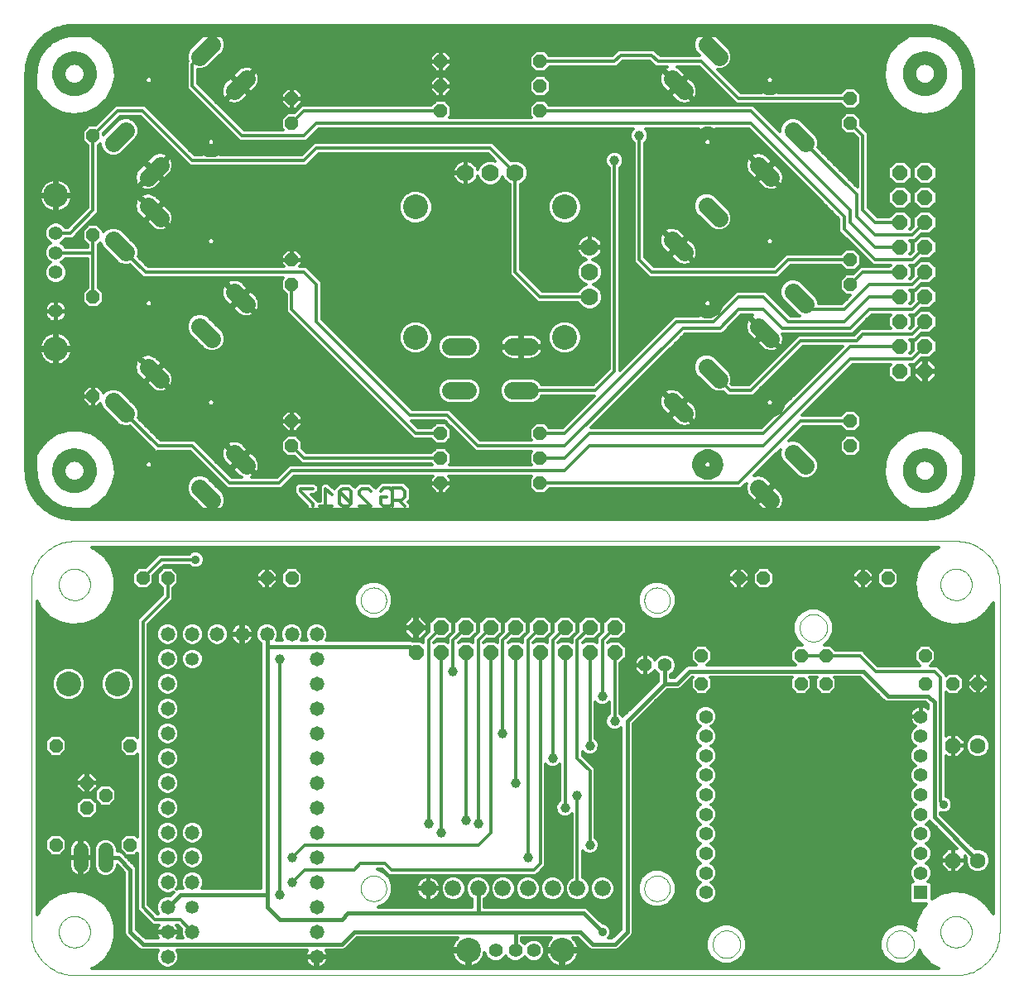
<source format=gbl>
%MOIN*%
%OFA0B0*%
%FSLAX24Y24*%
%IPPOS*%
%LPD*%
%AMOC8*
5,1,8,0,0,$1,202.5*%
%AMCOMP41*
4,1,7,
0.010769530891041008,-0.025999947537547211,
-0.010769530891041013,-0.025999947537547211,
-0.025999947537547211,-0.010769530891041011,
-0.025999947537547211,0.010769530891041013,
-0.010769530891041013,0.025999947537547211,
0.010769530891041011,0.025999947537547214,
0.025999947537547207,0.010769530891041025,
0.025999947537547211,-0.01076953089104102,
0*%
%AMCOMP42*
4,1,7,
0.013047700887222761,-0.031499936439720662,
-0.01304770088722277,-0.031499936439720662,
-0.031499936439720655,-0.013047700887222761,
-0.031499936439720662,0.013047700887222766,
-0.013047700887222763,0.031499936439720655,
0.013047700887222763,0.031499936439720662,
0.031499936439720655,0.013047700887222779,
0.031499936439720655,-0.013047700887222779,
0*%
%AMCOMP43*
4,1,7,
0.012426381797355009,-0.02999993946640063,
-0.012426381797355017,-0.02999993946640063,
-0.02999993946640063,-0.01242638179735501,
-0.02999993946640063,0.012426381797355017,
-0.012426381797355012,0.02999993946640063,
0.012426381797355014,0.02999993946640063,
0.029999939466400626,0.012426381797355028,
0.02999993946640063,-0.012426381797355026,
0*%
%AMOC80*
5,1,8,0,0,$1,-67.5*%
%AMCOMP530*
4,1,7,
0.025999947537547211,0.010769530891041013,
0.025999947537547211,-0.010769530891041008,
0.010769530891041013,-0.025999947537547211,
-0.010769530891041008,-0.025999947537547211,
-0.025999947537547211,-0.010769530891041016,
-0.025999947537547214,0.010769530891041004,
-0.010769530891041032,0.025999947537547207,
0.010769530891041013,0.025999947537547211,
0*%
%AMCOMP540*
4,1,7,
0.02999993946640063,0.012426381797355014,
0.02999993946640063,-0.01242638179735501,
0.012426381797355017,-0.02999993946640063,
-0.01242638179735501,-0.02999993946640063,
-0.02999993946640063,-0.012426381797355019,
-0.02999993946640063,0.012426381797355009,
-0.012426381797355035,0.029999939466400626,
0.012426381797355019,0.02999993946640063,
0*%
%ADD10C,0*%
%ADD11C,0.056000000841035624*%
%ADD12R,0.056000000841035624X0.056000000841035624*%
%ADD13C,0.058000000871072613*%
%AMCOMP61*
4,1,7,
0.010769530891041008,-0.025999947537547211,
-0.010769530891041013,-0.025999947537547211,
-0.025999947537547211,-0.010769530891041011,
-0.025999947537547211,0.010769530891041013,
-0.010769530891041013,0.025999947537547211,
0.010769530891041011,0.025999947537547214,
0.025999947537547207,0.010769530891041025,
0.025999947537547211,-0.01076953089104102,
0*%
%ADD14COMP61,0.052*%
%ADD15C,0.066000000991220553*%
%AMCOMP62*
4,1,7,
0.013047700887222761,-0.031499936439720662,
-0.01304770088722277,-0.031499936439720662,
-0.031499936439720655,-0.013047700887222761,
-0.031499936439720662,0.013047700887222766,
-0.013047700887222763,0.031499936439720655,
0.013047700887222763,0.031499936439720662,
0.031499936439720655,0.013047700887222779,
0.031499936439720655,-0.013047700887222779,
0*%
%ADD16COMP62,0.063*%
%ADD17C,0.063000000946165077*%
%ADD18C,0.10000000150184935*%
%AMCOMP63*
4,1,7,
0.012426381797355009,-0.02999993946640063,
-0.012426381797355017,-0.02999993946640063,
-0.02999993946640063,-0.01242638179735501,
-0.02999993946640063,0.012426381797355017,
-0.012426381797355012,0.02999993946640063,
0.012426381797355014,0.02999993946640063,
0.029999939466400626,0.012426381797355028,
0.02999993946640063,-0.012426381797355026,
0*%
%ADD19COMP63,0.06*%
%ADD20C,0.0594000008920985*%
%ADD21C,0.039600000594732343*%
%ADD22C,0.012000000180221921*%
%ADD23C,0.035700000536160216*%
%ADD24C,0.016000000240295895*%
%ADD25C,0.053100000797482*%
%ADD36C,0*%
%ADD37C,0.10000000150184935*%
%ADD38C,0.070000001051294544*%
%ADD39C,0.070000001051294544*%
%AMCOMP64*
4,1,7,
0.025999947537547211,0.010769530891041013,
0.025999947537547211,-0.010769530891041008,
0.010769530891041013,-0.025999947537547211,
-0.010769530891041008,-0.025999947537547211,
-0.025999947537547211,-0.010769530891041016,
-0.025999947537547214,0.010769530891041004,
-0.010769530891041032,0.025999947537547207,
0.010769530891041013,0.025999947537547211,
0*%
%ADD40COMP64,0.052*%
%ADD41C,0.070500001058803774*%
%ADD42C,0.056000000841035624*%
%AMCOMP65*
4,1,7,
0.02999993946640063,0.012426381797355014,
0.02999993946640063,-0.01242638179735501,
0.012426381797355017,-0.02999993946640063,
-0.01242638179735501,-0.02999993946640063,
-0.02999993946640063,-0.012426381797355019,
-0.02999993946640063,0.012426381797355009,
-0.012426381797355035,0.029999939466400626,
0.012426381797355019,0.02999993946640063,
0*%
%ADD43COMP65,0.06*%
%ADD44C,0.012000000180221921*%
%ADD45C,0.039600000594732343*%
G75*
%LPD*%
D10*
X037345Y017463D02*
X001844Y017463D01*
X002475Y015713D02*
X002473Y015663D01*
X002467Y015613D01*
X002457Y015564D01*
X002443Y015516D01*
X002426Y015469D01*
X002405Y015424D01*
X002380Y015380D01*
X002352Y015339D01*
X002320Y015300D01*
X002286Y015263D01*
X002249Y015229D01*
X002209Y015199D01*
X002167Y015172D01*
X002123Y015148D01*
X002077Y015127D01*
X002030Y015111D01*
X001981Y015098D01*
X001932Y015088D01*
X001882Y015084D01*
X001832Y015083D01*
X001782Y015086D01*
X001733Y015093D01*
X001684Y015104D01*
X001636Y015119D01*
X001590Y015137D01*
X001545Y015159D01*
X001502Y015185D01*
X001461Y015214D01*
X001422Y015245D01*
X001386Y015281D01*
X001354Y015319D01*
X001324Y015359D01*
X001297Y015402D01*
X001274Y015446D01*
X001255Y015491D01*
X001239Y015540D01*
X001227Y015589D01*
X001219Y015638D01*
X001215Y015688D01*
X001215Y015738D01*
X001219Y015788D01*
X001227Y015837D01*
X001239Y015886D01*
X001255Y015934D01*
X001274Y015980D01*
X001297Y016024D01*
X001324Y016067D01*
X001354Y016107D01*
X001386Y016145D01*
X001422Y016180D01*
X001461Y016212D01*
X001502Y016240D01*
X001545Y016267D01*
X001590Y016289D01*
X001636Y016306D01*
X001684Y016322D01*
X001733Y016333D01*
X001782Y016339D01*
X001832Y016343D01*
X001882Y016342D01*
X001932Y016337D01*
X001981Y016328D01*
X002030Y016315D01*
X002077Y016298D01*
X002123Y016277D01*
X002167Y016254D01*
X002209Y016227D01*
X002249Y016197D01*
X002286Y016163D01*
X002320Y016126D01*
X002352Y016087D01*
X002380Y016046D01*
X002405Y016002D01*
X002426Y015956D01*
X002443Y015910D01*
X002457Y015862D01*
X002467Y015813D01*
X002473Y015763D01*
X002475Y015713D01*
X001844Y017463D02*
X001761Y017460D01*
X001678Y017455D01*
X001596Y017445D01*
X001514Y017431D01*
X001432Y017414D01*
X001351Y017392D01*
X001273Y017367D01*
X001195Y017338D01*
X001118Y017305D01*
X001043Y017268D01*
X000970Y017229D01*
X000898Y017185D01*
X000830Y017139D01*
X000763Y017089D01*
X000699Y017036D01*
X000637Y016980D01*
X000578Y016921D01*
X000522Y016859D01*
X000468Y016795D01*
X000419Y016728D01*
X000373Y016659D01*
X000329Y016588D01*
X000290Y016515D01*
X000253Y016440D01*
X000220Y016362D01*
X000191Y016285D01*
X000166Y016206D01*
X000144Y016126D01*
X000127Y016044D01*
X000112Y015962D01*
X000102Y015878D01*
X000097Y015795D01*
X000095Y015713D01*
X000095Y001713D01*
X002475Y001713D02*
X002473Y001662D01*
X002467Y001613D01*
X002457Y001564D01*
X002443Y001516D01*
X002426Y001469D01*
X002405Y001424D01*
X002380Y001380D01*
X002352Y001339D01*
X002320Y001300D01*
X002286Y001263D01*
X002249Y001229D01*
X002209Y001199D01*
X002167Y001172D01*
X002123Y001148D01*
X002077Y001127D01*
X002030Y001111D01*
X001981Y001098D01*
X001932Y001089D01*
X001882Y001084D01*
X001832Y001083D01*
X001782Y001086D01*
X001733Y001093D01*
X001684Y001104D01*
X001636Y001119D01*
X001590Y001137D01*
X001545Y001159D01*
X001502Y001185D01*
X001461Y001214D01*
X001422Y001246D01*
X001386Y001281D01*
X001354Y001319D01*
X001324Y001359D01*
X001297Y001402D01*
X001274Y001446D01*
X001255Y001492D01*
X001239Y001540D01*
X001227Y001589D01*
X001219Y001638D01*
X001215Y001688D01*
X001215Y001738D01*
X001219Y001787D01*
X001227Y001836D01*
X001239Y001886D01*
X001255Y001933D01*
X001274Y001980D01*
X001297Y002024D01*
X001324Y002067D01*
X001354Y002107D01*
X001386Y002145D01*
X001422Y002180D01*
X001461Y002212D01*
X001502Y002241D01*
X001545Y002267D01*
X001590Y002289D01*
X001636Y002307D01*
X001684Y002322D01*
X001733Y002333D01*
X001782Y002340D01*
X001832Y002343D01*
X001882Y002342D01*
X001932Y002337D01*
X001981Y002328D01*
X002030Y002315D01*
X002077Y002299D01*
X002123Y002278D01*
X002167Y002254D01*
X002209Y002227D01*
X002249Y002197D01*
X002286Y002163D01*
X002320Y002126D01*
X002352Y002087D01*
X002380Y002046D01*
X002405Y002002D01*
X002426Y001957D01*
X002443Y001910D01*
X002457Y001862D01*
X002467Y001813D01*
X002473Y001763D01*
X002475Y001713D01*
X001844Y-000036D02*
X001761Y-000034D01*
X001678Y-000027D01*
X001596Y-000018D01*
X001514Y-000004D01*
X001432Y000011D01*
X001351Y000034D01*
X001273Y000059D01*
X001195Y000088D01*
X001118Y000120D01*
X001043Y000158D01*
X000970Y000197D01*
X000898Y000241D01*
X000830Y000287D01*
X000763Y000337D01*
X000699Y000390D01*
X000637Y000445D01*
X000578Y000505D01*
X000522Y000567D01*
X000468Y000631D01*
X000419Y000698D01*
X000373Y000767D01*
X000329Y000838D01*
X000290Y000910D01*
X000253Y000985D01*
X000220Y001063D01*
X000191Y001141D01*
X000166Y001220D01*
X000144Y001300D01*
X000127Y001382D01*
X000112Y001464D01*
X000102Y001547D01*
X000097Y001630D01*
X000095Y001713D01*
X001844Y-000036D02*
X037345Y-000036D01*
X035645Y001213D02*
X035644Y001166D01*
X035637Y001120D01*
X035628Y001074D01*
X035615Y001029D01*
X035597Y000985D01*
X035576Y000944D01*
X035552Y000903D01*
X035524Y000867D01*
X035493Y000831D01*
X035459Y000799D01*
X035423Y000770D01*
X035384Y000743D01*
X035343Y000721D01*
X035300Y000702D01*
X035256Y000686D01*
X035211Y000674D01*
X035165Y000666D01*
X035118Y000662D01*
X035072Y000662D01*
X035025Y000666D01*
X034979Y000674D01*
X034934Y000686D01*
X034890Y000702D01*
X034847Y000721D01*
X034806Y000743D01*
X034767Y000770D01*
X034731Y000799D01*
X034696Y000831D01*
X034666Y000867D01*
X034638Y000903D01*
X034614Y000944D01*
X034592Y000985D01*
X034575Y001029D01*
X034562Y001074D01*
X034552Y001120D01*
X034546Y001166D01*
X034544Y001213D01*
X034546Y001260D01*
X034552Y001306D01*
X034562Y001351D01*
X034575Y001397D01*
X034592Y001440D01*
X034614Y001482D01*
X034638Y001522D01*
X034666Y001559D01*
X034696Y001593D01*
X034731Y001627D01*
X034767Y001655D01*
X034806Y001681D01*
X034847Y001705D01*
X034890Y001723D01*
X034934Y001739D01*
X034979Y001752D01*
X035025Y001760D01*
X035072Y001764D01*
X035118Y001764D01*
X035165Y001760D01*
X035211Y001752D01*
X035256Y001739D01*
X035300Y001723D01*
X035343Y001705D01*
X035384Y001681D01*
X035423Y001655D01*
X035459Y001627D01*
X035493Y001593D01*
X035524Y001559D01*
X035552Y001522D01*
X035576Y001482D01*
X035597Y001440D01*
X035615Y001397D01*
X035628Y001351D01*
X035637Y001306D01*
X035644Y001260D01*
X035645Y001213D01*
X037975Y001713D02*
X037973Y001662D01*
X037967Y001613D01*
X037957Y001564D01*
X037943Y001516D01*
X037926Y001469D01*
X037905Y001424D01*
X037880Y001380D01*
X037852Y001339D01*
X037820Y001300D01*
X037786Y001263D01*
X037749Y001229D01*
X037709Y001199D01*
X037667Y001172D01*
X037623Y001148D01*
X037577Y001127D01*
X037530Y001111D01*
X037482Y001098D01*
X037432Y001089D01*
X037383Y001084D01*
X037332Y001083D01*
X037282Y001086D01*
X037233Y001093D01*
X037184Y001104D01*
X037136Y001119D01*
X037089Y001137D01*
X037045Y001159D01*
X037002Y001185D01*
X036961Y001214D01*
X036922Y001246D01*
X036886Y001281D01*
X036853Y001319D01*
X036824Y001359D01*
X036797Y001402D01*
X036774Y001446D01*
X036755Y001492D01*
X036739Y001540D01*
X036727Y001589D01*
X036719Y001638D01*
X036715Y001688D01*
X036715Y001738D01*
X036719Y001787D01*
X036727Y001836D01*
X036739Y001886D01*
X036755Y001933D01*
X036774Y001980D01*
X036797Y002024D01*
X036824Y002067D01*
X036853Y002107D01*
X036886Y002145D01*
X036922Y002180D01*
X036961Y002212D01*
X037002Y002241D01*
X037045Y002267D01*
X037089Y002289D01*
X037136Y002307D01*
X037184Y002322D01*
X037233Y002333D01*
X037282Y002340D01*
X037332Y002343D01*
X037383Y002342D01*
X037432Y002337D01*
X037482Y002328D01*
X037530Y002315D01*
X037577Y002299D01*
X037623Y002278D01*
X037667Y002254D01*
X037709Y002227D01*
X037749Y002197D01*
X037786Y002163D01*
X037820Y002126D01*
X037852Y002087D01*
X037880Y002046D01*
X037905Y002002D01*
X037926Y001957D01*
X037943Y001910D01*
X037957Y001862D01*
X037967Y001813D01*
X037973Y001763D01*
X037975Y001713D01*
X039095Y001713D02*
X039093Y001630D01*
X039087Y001547D01*
X039077Y001464D01*
X039063Y001382D01*
X039045Y001300D01*
X039024Y001220D01*
X038999Y001141D01*
X038970Y001063D01*
X038937Y000985D01*
X038900Y000910D01*
X038861Y000838D01*
X038817Y000767D01*
X038771Y000698D01*
X038721Y000631D01*
X038668Y000567D01*
X038612Y000505D01*
X038553Y000445D01*
X038491Y000390D01*
X038427Y000337D01*
X038360Y000287D01*
X038291Y000241D01*
X038220Y000197D01*
X038147Y000158D01*
X038072Y000120D01*
X037995Y000088D01*
X037917Y000059D01*
X037837Y000034D01*
X037758Y000011D01*
X037676Y-000004D01*
X037593Y-000018D01*
X037511Y-000027D01*
X037428Y-000034D01*
X037345Y-000036D01*
X039095Y001713D02*
X039095Y015713D01*
X037975Y015713D02*
X037973Y015663D01*
X037967Y015613D01*
X037957Y015564D01*
X037943Y015516D01*
X037926Y015469D01*
X037905Y015424D01*
X037880Y015380D01*
X037852Y015339D01*
X037820Y015300D01*
X037786Y015263D01*
X037749Y015229D01*
X037709Y015199D01*
X037667Y015172D01*
X037623Y015148D01*
X037577Y015127D01*
X037530Y015111D01*
X037482Y015098D01*
X037432Y015088D01*
X037383Y015084D01*
X037332Y015083D01*
X037282Y015086D01*
X037233Y015093D01*
X037184Y015104D01*
X037136Y015119D01*
X037089Y015137D01*
X037045Y015159D01*
X037002Y015185D01*
X036961Y015214D01*
X036922Y015245D01*
X036886Y015281D01*
X036853Y015319D01*
X036824Y015359D01*
X036797Y015402D01*
X036774Y015446D01*
X036755Y015491D01*
X036739Y015540D01*
X036727Y015589D01*
X036719Y015638D01*
X036715Y015688D01*
X036715Y015738D01*
X036719Y015788D01*
X036727Y015837D01*
X036739Y015886D01*
X036755Y015934D01*
X036774Y015980D01*
X036797Y016024D01*
X036824Y016067D01*
X036853Y016107D01*
X036886Y016145D01*
X036922Y016180D01*
X036961Y016212D01*
X037002Y016240D01*
X037045Y016267D01*
X037089Y016289D01*
X037136Y016306D01*
X037184Y016322D01*
X037233Y016333D01*
X037282Y016339D01*
X037332Y016343D01*
X037383Y016342D01*
X037432Y016337D01*
X037482Y016328D01*
X037530Y016315D01*
X037577Y016298D01*
X037623Y016277D01*
X037667Y016254D01*
X037709Y016227D01*
X037749Y016197D01*
X037786Y016163D01*
X037820Y016126D01*
X037852Y016087D01*
X037880Y016046D01*
X037905Y016002D01*
X037926Y015956D01*
X037943Y015910D01*
X037957Y015862D01*
X037967Y015813D01*
X037973Y015763D01*
X037975Y015713D01*
X039095Y015713D02*
X039093Y015795D01*
X039087Y015878D01*
X039077Y015962D01*
X039063Y016044D01*
X039045Y016126D01*
X039024Y016206D01*
X038999Y016285D01*
X038970Y016362D01*
X038937Y016440D01*
X038900Y016515D01*
X038861Y016588D01*
X038817Y016659D01*
X038771Y016728D01*
X038721Y016795D01*
X038668Y016859D01*
X038612Y016921D01*
X038553Y016980D01*
X038491Y017036D01*
X038427Y017089D01*
X038360Y017139D01*
X038291Y017185D01*
X038220Y017229D01*
X038147Y017268D01*
X038072Y017305D01*
X037995Y017338D01*
X037917Y017367D01*
X037837Y017392D01*
X037758Y017414D01*
X037676Y017431D01*
X037593Y017445D01*
X037511Y017455D01*
X037428Y017460D01*
X037345Y017463D01*
X032146Y013963D02*
X032144Y013915D01*
X032138Y013870D01*
X032128Y013824D01*
X032115Y013778D01*
X032097Y013735D01*
X032075Y013694D01*
X032052Y013654D01*
X032024Y013617D01*
X031993Y013582D01*
X031959Y013549D01*
X031923Y013520D01*
X031884Y013493D01*
X031843Y013471D01*
X031800Y013452D01*
X031756Y013435D01*
X031711Y013423D01*
X031664Y013415D01*
X031618Y013412D01*
X031572Y013412D01*
X031525Y013415D01*
X031479Y013423D01*
X031434Y013435D01*
X031389Y013452D01*
X031347Y013471D01*
X031306Y013493D01*
X031267Y013520D01*
X031231Y013549D01*
X031196Y013582D01*
X031166Y013617D01*
X031138Y013654D01*
X031114Y013694D01*
X031093Y013735D01*
X031075Y013778D01*
X031062Y013824D01*
X031052Y013870D01*
X031046Y013915D01*
X031044Y013963D01*
X031046Y014010D01*
X031052Y014056D01*
X031062Y014101D01*
X031075Y014147D01*
X031093Y014190D01*
X031114Y014232D01*
X031138Y014271D01*
X031166Y014309D01*
X031196Y014343D01*
X031231Y014377D01*
X031267Y014406D01*
X031306Y014432D01*
X031347Y014455D01*
X031389Y014474D01*
X031434Y014490D01*
X031479Y014502D01*
X031525Y014510D01*
X031572Y014513D01*
X031618Y014513D01*
X031664Y014510D01*
X031711Y014502D01*
X031756Y014490D01*
X031800Y014474D01*
X031843Y014455D01*
X031884Y014432D01*
X031923Y014406D01*
X031959Y014377D01*
X031993Y014343D01*
X032024Y014309D01*
X032052Y014271D01*
X032075Y014232D01*
X032097Y014190D01*
X032115Y014147D01*
X032128Y014101D01*
X032138Y014056D01*
X032144Y014010D01*
X032146Y013963D01*
X025816Y015077D02*
X025814Y015032D01*
X025808Y014988D01*
X025798Y014943D01*
X025785Y014902D01*
X025767Y014861D01*
X025747Y014821D01*
X025722Y014783D01*
X025696Y014748D01*
X025666Y014715D01*
X025633Y014685D01*
X025598Y014658D01*
X025560Y014634D01*
X025519Y014613D01*
X025479Y014596D01*
X025437Y014581D01*
X025393Y014573D01*
X025349Y014567D01*
X025304Y014564D01*
X025259Y014567D01*
X025215Y014573D01*
X025171Y014581D01*
X025129Y014596D01*
X025088Y014613D01*
X025048Y014634D01*
X025010Y014658D01*
X024975Y014685D01*
X024942Y014715D01*
X024912Y014748D01*
X024885Y014783D01*
X024861Y014821D01*
X024840Y014861D01*
X024823Y014902D01*
X024809Y014943D01*
X024800Y014988D01*
X024794Y015032D01*
X024792Y015077D01*
X024794Y015121D01*
X024800Y015166D01*
X024809Y015209D01*
X024823Y015251D01*
X024840Y015293D01*
X024861Y015332D01*
X024885Y015371D01*
X024912Y015406D01*
X024942Y015439D01*
X024975Y015469D01*
X025010Y015496D01*
X025048Y015520D01*
X025088Y015541D01*
X025129Y015558D01*
X025171Y015572D01*
X025215Y015581D01*
X025259Y015587D01*
X025304Y015589D01*
X025349Y015587D01*
X025393Y015581D01*
X025437Y015572D01*
X025479Y015558D01*
X025519Y015541D01*
X025560Y015520D01*
X025598Y015496D01*
X025633Y015469D01*
X025666Y015439D01*
X025696Y015406D01*
X025722Y015371D01*
X025747Y015332D01*
X025767Y015293D01*
X025785Y015251D01*
X025798Y015209D01*
X025808Y015166D01*
X025814Y015121D01*
X025816Y015077D01*
X014399Y015077D02*
X014397Y015032D01*
X014391Y014988D01*
X014382Y014943D01*
X014368Y014902D01*
X014351Y014861D01*
X014330Y014821D01*
X014306Y014783D01*
X014279Y014748D01*
X014249Y014715D01*
X014215Y014685D01*
X014181Y014658D01*
X014142Y014634D01*
X014103Y014613D01*
X014061Y014596D01*
X014020Y014581D01*
X013975Y014573D01*
X013932Y014567D01*
X013887Y014564D01*
X013842Y014567D01*
X013797Y014573D01*
X013754Y014581D01*
X013712Y014596D01*
X013671Y014613D01*
X013631Y014634D01*
X013593Y014658D01*
X013557Y014685D01*
X013525Y014715D01*
X013495Y014748D01*
X013468Y014783D01*
X013444Y014821D01*
X013423Y014861D01*
X013406Y014902D01*
X013392Y014943D01*
X013383Y014988D01*
X013376Y015032D01*
X013375Y015077D01*
X013376Y015121D01*
X013383Y015166D01*
X013392Y015209D01*
X013406Y015251D01*
X013423Y015293D01*
X013444Y015332D01*
X013468Y015371D01*
X013495Y015406D01*
X013525Y015439D01*
X013557Y015469D01*
X013593Y015496D01*
X013631Y015520D01*
X013671Y015541D01*
X013712Y015558D01*
X013754Y015572D01*
X013797Y015581D01*
X013842Y015587D01*
X013887Y015589D01*
X013932Y015587D01*
X013975Y015581D01*
X014020Y015572D01*
X014061Y015558D01*
X014103Y015541D01*
X014142Y015520D01*
X014181Y015496D01*
X014215Y015469D01*
X014249Y015439D01*
X014279Y015406D01*
X014306Y015371D01*
X014330Y015332D01*
X014351Y015293D01*
X014368Y015251D01*
X014382Y015209D01*
X014391Y015166D01*
X014397Y015121D01*
X014399Y015077D01*
X014399Y003462D02*
X014397Y003417D01*
X014391Y003373D01*
X014382Y003330D01*
X014368Y003288D01*
X014351Y003247D01*
X014330Y003207D01*
X014306Y003169D01*
X014279Y003134D01*
X014249Y003101D01*
X014215Y003071D01*
X014181Y003044D01*
X014142Y003020D01*
X014103Y002999D01*
X014061Y002982D01*
X014020Y002968D01*
X013975Y002959D01*
X013932Y002953D01*
X013887Y002950D01*
X013842Y002953D01*
X013797Y002959D01*
X013754Y002968D01*
X013712Y002982D01*
X013671Y002999D01*
X013631Y003020D01*
X013593Y003044D01*
X013557Y003071D01*
X013525Y003101D01*
X013495Y003134D01*
X013468Y003169D01*
X013444Y003207D01*
X013423Y003247D01*
X013406Y003288D01*
X013392Y003330D01*
X013383Y003373D01*
X013376Y003417D01*
X013375Y003462D01*
X013376Y003507D01*
X013383Y003552D01*
X013392Y003595D01*
X013406Y003638D01*
X013423Y003679D01*
X013444Y003719D01*
X013468Y003757D01*
X013495Y003792D01*
X013525Y003825D01*
X013557Y003855D01*
X013593Y003882D01*
X013631Y003906D01*
X013671Y003927D01*
X013712Y003943D01*
X013754Y003958D01*
X013797Y003967D01*
X013842Y003973D01*
X013887Y003975D01*
X013932Y003973D01*
X013975Y003967D01*
X014020Y003958D01*
X014061Y003943D01*
X014103Y003927D01*
X014142Y003906D01*
X014181Y003882D01*
X014215Y003855D01*
X014249Y003825D01*
X014279Y003792D01*
X014306Y003757D01*
X014330Y003719D01*
X014351Y003679D01*
X014368Y003638D01*
X014382Y003595D01*
X014391Y003552D01*
X014397Y003507D01*
X014399Y003462D01*
X025816Y003462D02*
X025814Y003417D01*
X025808Y003373D01*
X025798Y003330D01*
X025785Y003288D01*
X025767Y003247D01*
X025747Y003207D01*
X025722Y003169D01*
X025696Y003134D01*
X025666Y003101D01*
X025633Y003071D01*
X025598Y003044D01*
X025560Y003020D01*
X025519Y002999D01*
X025479Y002982D01*
X025437Y002968D01*
X025393Y002959D01*
X025349Y002953D01*
X025304Y002950D01*
X025259Y002953D01*
X025215Y002959D01*
X025171Y002968D01*
X025129Y002982D01*
X025088Y002999D01*
X025048Y003020D01*
X025010Y003044D01*
X024975Y003071D01*
X024942Y003101D01*
X024912Y003134D01*
X024885Y003169D01*
X024861Y003207D01*
X024840Y003247D01*
X024823Y003288D01*
X024809Y003330D01*
X024800Y003373D01*
X024794Y003417D01*
X024792Y003462D01*
X024794Y003507D01*
X024800Y003552D01*
X024809Y003595D01*
X024823Y003638D01*
X024840Y003679D01*
X024861Y003719D01*
X024885Y003757D01*
X024912Y003792D01*
X024942Y003825D01*
X024975Y003855D01*
X025010Y003882D01*
X025048Y003906D01*
X025088Y003927D01*
X025129Y003943D01*
X025171Y003958D01*
X025215Y003967D01*
X025259Y003973D01*
X025304Y003975D01*
X025349Y003973D01*
X025393Y003967D01*
X025437Y003958D01*
X025479Y003943D01*
X025519Y003927D01*
X025560Y003906D01*
X025598Y003882D01*
X025633Y003855D01*
X025666Y003825D01*
X025696Y003792D01*
X025722Y003757D01*
X025747Y003719D01*
X025767Y003679D01*
X025785Y003638D01*
X025798Y003595D01*
X025808Y003552D01*
X025814Y003507D01*
X025816Y003462D01*
X028645Y001213D02*
X028644Y001166D01*
X028638Y001120D01*
X028628Y001074D01*
X028615Y001029D01*
X028597Y000985D01*
X028576Y000944D01*
X028551Y000903D01*
X028524Y000867D01*
X028493Y000831D01*
X028459Y000799D01*
X028423Y000770D01*
X028384Y000743D01*
X028343Y000721D01*
X028299Y000702D01*
X028256Y000686D01*
X028211Y000674D01*
X028165Y000666D01*
X028118Y000662D01*
X028071Y000662D01*
X028024Y000666D01*
X027979Y000674D01*
X027934Y000686D01*
X027890Y000702D01*
X027847Y000721D01*
X027806Y000743D01*
X027767Y000770D01*
X027731Y000799D01*
X027697Y000831D01*
X027666Y000867D01*
X027638Y000903D01*
X027614Y000944D01*
X027593Y000985D01*
X027575Y001029D01*
X027562Y001074D01*
X027552Y001120D01*
X027546Y001166D01*
X027544Y001213D01*
X027546Y001260D01*
X027552Y001306D01*
X027562Y001351D01*
X027575Y001397D01*
X027593Y001440D01*
X027614Y001482D01*
X027638Y001522D01*
X027666Y001559D01*
X027697Y001593D01*
X027731Y001627D01*
X027767Y001655D01*
X027806Y001681D01*
X027847Y001705D01*
X027890Y001723D01*
X027934Y001739D01*
X027979Y001752D01*
X028024Y001760D01*
X028071Y001764D01*
X028118Y001764D01*
X028165Y001760D01*
X028211Y001752D01*
X028256Y001739D01*
X028299Y001723D01*
X028343Y001705D01*
X028384Y001681D01*
X028423Y001655D01*
X028459Y001627D01*
X028493Y001593D01*
X028524Y001559D01*
X028551Y001522D01*
X028576Y001482D01*
X028597Y001440D01*
X028615Y001397D01*
X028628Y001351D01*
X028638Y001306D01*
X028644Y001260D01*
X028645Y001213D01*
D11*
X027265Y003296D03*
X027265Y004084D03*
X027265Y004872D03*
X027265Y005659D03*
X027265Y006447D03*
X027265Y007235D03*
X027265Y008022D03*
X027265Y008809D03*
X027265Y009597D03*
X027265Y010384D03*
X025614Y012463D03*
X024827Y012463D03*
X035926Y010384D03*
X035926Y009597D03*
X035926Y008809D03*
X035926Y008022D03*
X035926Y007235D03*
X035926Y006447D03*
X035926Y005659D03*
X035926Y004872D03*
X035926Y004084D03*
X020343Y000963D03*
X019595Y000963D03*
X018808Y000963D03*
D12*
X035926Y003296D03*
D13*
X011595Y003713D03*
X011595Y004713D03*
X011595Y005713D03*
X011595Y006712D03*
X011595Y007712D03*
X011595Y008713D03*
X011595Y009713D03*
X011595Y010713D03*
X011595Y011713D03*
X011595Y012713D03*
X011595Y013713D03*
X010595Y013713D03*
X009595Y013713D03*
X008595Y013713D03*
X007594Y013713D03*
X006594Y013713D03*
X005595Y013713D03*
X005595Y012713D03*
X005595Y011713D03*
X005595Y010713D03*
X005595Y009713D03*
X005595Y008713D03*
X005595Y007712D03*
X005595Y006712D03*
X005595Y005713D03*
X006594Y005713D03*
X006594Y004713D03*
X005595Y004713D03*
X005595Y003713D03*
X006594Y003713D03*
X005595Y002713D03*
X005595Y001713D03*
X006594Y001713D03*
X005595Y000713D03*
X011595Y000713D03*
X011595Y001713D03*
X011595Y002713D03*
D14*
X004094Y005213D03*
X002345Y006712D03*
X003095Y007213D03*
X002345Y007712D03*
X001095Y009213D03*
X004094Y009213D03*
X001095Y005213D03*
X004595Y015963D03*
X005595Y015963D03*
X009595Y015963D03*
X010595Y015963D03*
X027094Y012838D03*
X027094Y011713D03*
X031095Y011713D03*
X032095Y011713D03*
X032095Y012838D03*
X031095Y012838D03*
X036095Y012838D03*
X036095Y011713D03*
X037220Y011713D03*
X038220Y011713D03*
X034595Y015963D03*
X033595Y015963D03*
X029594Y015963D03*
X028595Y015963D03*
D15*
X023095Y003462D03*
X022094Y003462D03*
X021095Y003462D03*
X020095Y003462D03*
X019094Y003462D03*
X018095Y003462D03*
X017094Y003462D03*
X016095Y003462D03*
D16*
X037220Y004588D03*
X037220Y009213D03*
D17*
X038220Y009213D03*
X038220Y004588D03*
D18*
X021485Y000963D03*
X017706Y000963D03*
X003580Y011713D03*
X001610Y011713D03*
D19*
X015595Y012963D03*
X016595Y012963D03*
X017595Y012963D03*
X018595Y012963D03*
X019595Y012963D03*
X020595Y012963D03*
X021595Y012963D03*
X022595Y012963D03*
X023595Y012963D03*
X023595Y013963D03*
X022595Y013963D03*
X021595Y013963D03*
X020595Y013963D03*
X019595Y013963D03*
X018595Y013963D03*
X017595Y013963D03*
X016595Y013963D03*
X015595Y013963D03*
D20*
X003095Y005010D02*
X003095Y004416D01*
X002095Y004416D02*
X002095Y005010D01*
D21*
X010095Y003212D03*
X010595Y003713D03*
X010595Y004713D03*
X016095Y006088D03*
X016595Y005713D03*
X017595Y006213D03*
X018095Y006088D03*
X020095Y004713D03*
X022595Y005213D03*
X021595Y006712D03*
X022094Y007213D03*
X019595Y007712D03*
X021095Y008713D03*
X022595Y009213D03*
X023595Y010213D03*
X023095Y011213D03*
X019094Y009713D03*
X017094Y012213D03*
X010095Y012713D03*
D22*
X010095Y003212D01*
X010595Y003713D02*
X011095Y004213D01*
X013095Y004213D01*
X013345Y004463D01*
X014345Y004463D01*
X014595Y004213D01*
X020345Y004213D01*
X020595Y004463D01*
X020595Y012963D01*
X020325Y013357D02*
X020325Y013367D01*
X020451Y013493D01*
X020790Y013493D01*
X021065Y013768D01*
X021065Y014157D01*
X020790Y014433D01*
X020400Y014433D01*
X020125Y014157D01*
X020125Y013818D01*
X019865Y013557D01*
X019865Y013367D01*
X019865Y013357D01*
X019790Y013433D01*
X019400Y013433D01*
X019325Y013357D01*
X019325Y013367D01*
X019451Y013493D01*
X019790Y013493D01*
X020065Y013768D01*
X020065Y014157D01*
X019790Y014433D01*
X019400Y014433D01*
X019125Y014157D01*
X019125Y013818D01*
X018865Y013557D01*
X018865Y013367D01*
X018865Y013357D01*
X018790Y013433D01*
X018401Y013433D01*
X018325Y013357D01*
X018325Y013367D01*
X018451Y013493D01*
X018790Y013493D01*
X019065Y013768D01*
X019065Y014157D01*
X018790Y014433D01*
X018401Y014433D01*
X018124Y014157D01*
X018124Y013818D01*
X017865Y013557D01*
X017865Y013367D01*
X017865Y013357D01*
X017790Y013433D01*
X017400Y013433D01*
X017325Y013357D01*
X017325Y013367D01*
X017451Y013493D01*
X017790Y013493D01*
X018064Y013768D01*
X018064Y014157D01*
X017790Y014433D01*
X017400Y014433D01*
X017125Y014157D01*
X017125Y013818D01*
X017000Y013693D01*
X016865Y013557D01*
X016865Y013357D01*
X016790Y013433D01*
X016401Y013433D01*
X016325Y013357D01*
X016325Y013367D01*
X016451Y013493D01*
X016790Y013493D01*
X017065Y013768D01*
X017065Y014157D01*
X016790Y014433D01*
X016401Y014433D01*
X016125Y014157D01*
X016125Y013818D01*
X016000Y013693D01*
X015865Y013557D01*
X015865Y013357D01*
X015790Y013433D01*
X015468Y013433D01*
X015394Y013463D01*
X015296Y013463D01*
X011990Y013463D01*
X012055Y013621D01*
X012055Y013804D01*
X011984Y013973D01*
X011856Y014103D01*
X011687Y014173D01*
X011504Y014173D01*
X011335Y014103D01*
X011206Y013973D01*
X011135Y013804D01*
X011135Y013621D01*
X011201Y013463D01*
X010990Y013463D01*
X011055Y013621D01*
X011055Y013804D01*
X010985Y013973D01*
X010855Y014103D01*
X010687Y014173D01*
X010504Y014173D01*
X010335Y014103D01*
X010206Y013973D01*
X010135Y013804D01*
X010135Y013621D01*
X010201Y013463D01*
X009990Y013463D01*
X010055Y013621D01*
X010055Y013804D01*
X009985Y013973D01*
X009856Y014103D01*
X009687Y014173D01*
X009504Y014173D01*
X009335Y014103D01*
X009206Y013973D01*
X009135Y013804D01*
X009135Y013621D01*
X009206Y013452D01*
X009335Y013323D01*
X009345Y013319D01*
X009345Y013263D01*
X009345Y013163D01*
X009345Y003462D01*
X006989Y003462D01*
X007055Y003621D01*
X007055Y003804D01*
X006984Y003973D01*
X006856Y004103D01*
X006686Y004173D01*
X006503Y004173D01*
X006334Y004103D01*
X006206Y003973D01*
X006135Y003804D01*
X006135Y003621D01*
X006201Y003462D01*
X006046Y003462D01*
X005961Y003428D01*
X005985Y003452D01*
X006055Y003621D01*
X006055Y003804D01*
X005985Y003973D01*
X005856Y004103D01*
X005687Y004173D01*
X005504Y004173D01*
X005335Y004103D01*
X005205Y003973D01*
X005135Y003804D01*
X005135Y003621D01*
X005205Y003452D01*
X005335Y003323D01*
X005504Y003253D01*
X005687Y003253D01*
X005849Y003320D01*
X005698Y003168D01*
X005687Y003172D01*
X005504Y003172D01*
X005335Y003103D01*
X005205Y002973D01*
X005135Y002804D01*
X005135Y002621D01*
X005205Y002452D01*
X005215Y002443D01*
X005191Y002443D01*
X004825Y002808D01*
X004825Y014118D01*
X005691Y014983D01*
X005825Y015118D01*
X005825Y015585D01*
X006025Y015785D01*
X006025Y016141D01*
X005774Y016393D01*
X005417Y016393D01*
X005165Y016141D01*
X005165Y015785D01*
X005365Y015585D01*
X005365Y015307D01*
X004365Y014308D01*
X004365Y014118D01*
X004365Y009551D01*
X004274Y009643D01*
X003917Y009643D01*
X003665Y009391D01*
X003665Y009035D01*
X003917Y008783D01*
X004274Y008783D01*
X004365Y008875D01*
X004365Y005551D01*
X004274Y005643D01*
X003917Y005643D01*
X003665Y005391D01*
X003665Y005034D01*
X003917Y004783D01*
X004274Y004783D01*
X004365Y004875D01*
X004365Y002617D01*
X004500Y002483D01*
X005000Y001983D01*
X005191Y001983D01*
X005235Y001983D01*
X005211Y001949D01*
X005178Y001886D01*
X005157Y001818D01*
X005145Y001748D01*
X005560Y001748D01*
X005560Y001677D01*
X005145Y001677D01*
X005145Y001676D01*
X005157Y001607D01*
X005178Y001540D01*
X005211Y001477D01*
X005221Y001463D01*
X004699Y001463D01*
X004345Y001816D01*
X004345Y004263D01*
X004307Y004354D01*
X004237Y004425D01*
X003736Y004925D01*
X003644Y004963D01*
X003562Y004963D01*
X003562Y005103D01*
X003491Y005274D01*
X003360Y005405D01*
X003187Y005477D01*
X003003Y005477D01*
X002831Y005405D01*
X002700Y005274D01*
X002629Y005103D01*
X002629Y004323D01*
X002700Y004152D01*
X002831Y004020D01*
X003003Y003948D01*
X003187Y003948D01*
X003360Y004020D01*
X003491Y004152D01*
X003562Y004323D01*
X003562Y004393D01*
X003845Y004109D01*
X003845Y001763D01*
X003845Y001662D01*
X003884Y001571D01*
X004384Y001071D01*
X004454Y001001D01*
X004546Y000963D01*
X005201Y000963D01*
X005135Y000804D01*
X005135Y000621D01*
X005205Y000451D01*
X005335Y000323D01*
X005504Y000253D01*
X005687Y000253D01*
X005856Y000323D01*
X005985Y000451D01*
X006055Y000621D01*
X006055Y000804D01*
X005990Y000963D01*
X011221Y000963D01*
X011211Y000948D01*
X011177Y000886D01*
X011157Y000818D01*
X011145Y000748D01*
X011560Y000748D01*
X011560Y000678D01*
X011145Y000678D01*
X011145Y000677D01*
X011157Y000607D01*
X011177Y000540D01*
X011211Y000477D01*
X011252Y000420D01*
X011302Y000370D01*
X011359Y000328D01*
X011423Y000296D01*
X011490Y000274D01*
X011560Y000263D01*
X011560Y000263D01*
X011560Y000678D01*
X011631Y000678D01*
X011631Y000748D01*
X012044Y000748D01*
X012044Y000748D01*
X012034Y000818D01*
X012012Y000886D01*
X011980Y000948D01*
X011970Y000963D01*
X012645Y000963D01*
X012737Y001001D01*
X012807Y001071D01*
X012807Y001071D01*
X013199Y001463D01*
X017273Y001463D01*
X017270Y001460D01*
X017208Y001399D01*
X017156Y001330D01*
X017112Y001255D01*
X017079Y001175D01*
X017057Y001092D01*
X017048Y001023D01*
X017646Y001023D01*
X017646Y000903D01*
X017766Y000903D01*
X017766Y000305D01*
X017835Y000314D01*
X017918Y000337D01*
X017998Y000370D01*
X018073Y000413D01*
X018142Y000466D01*
X018203Y000527D01*
X018256Y000595D01*
X018299Y000670D01*
X018332Y000750D01*
X018354Y000834D01*
X018359Y000871D01*
X018426Y000708D01*
X018552Y000581D01*
X018719Y000513D01*
X018898Y000513D01*
X019063Y000581D01*
X019190Y000708D01*
X019202Y000738D01*
X019214Y000708D01*
X019340Y000581D01*
X019506Y000513D01*
X019685Y000513D01*
X019850Y000581D01*
X019969Y000701D01*
X020089Y000581D01*
X020254Y000513D01*
X020433Y000513D01*
X020598Y000581D01*
X020724Y000708D01*
X020793Y000872D01*
X020793Y001052D01*
X020724Y001218D01*
X020598Y001344D01*
X020433Y001413D01*
X020254Y001413D01*
X020089Y001344D01*
X019969Y001225D01*
X019850Y001344D01*
X019845Y001346D01*
X019845Y001463D01*
X021053Y001463D01*
X021049Y001460D01*
X020988Y001399D01*
X020935Y001330D01*
X020892Y001255D01*
X020859Y001175D01*
X020837Y001092D01*
X020827Y001023D01*
X021425Y001023D01*
X021425Y000903D01*
X020827Y000903D01*
X020837Y000834D01*
X020859Y000750D01*
X020892Y000670D01*
X020935Y000595D01*
X020988Y000527D01*
X021049Y000466D01*
X021118Y000413D01*
X021193Y000370D01*
X021273Y000337D01*
X021356Y000314D01*
X021425Y000305D01*
X021425Y000903D01*
X021545Y000903D01*
X021545Y000305D01*
X021614Y000314D01*
X021698Y000337D01*
X021778Y000370D01*
X021852Y000413D01*
X021921Y000466D01*
X021982Y000527D01*
X022035Y000595D01*
X022078Y000670D01*
X022112Y000750D01*
X022134Y000834D01*
X022143Y000903D01*
X021545Y000903D01*
X021545Y001023D01*
X022143Y001023D01*
X022134Y001092D01*
X022112Y001175D01*
X022078Y001255D01*
X022035Y001330D01*
X021982Y001399D01*
X021921Y001460D01*
X021918Y001463D01*
X022117Y001463D01*
X022509Y001071D01*
X022578Y001001D01*
X022671Y000963D01*
X023546Y000963D01*
X023645Y000963D01*
X023737Y001001D01*
X024237Y001501D01*
X024307Y001571D01*
X024345Y001662D01*
X024345Y010109D01*
X025699Y011463D01*
X026046Y011463D01*
X026145Y011463D01*
X026237Y011500D01*
X026699Y011963D01*
X026737Y011963D01*
X026665Y011891D01*
X026665Y011535D01*
X026917Y011283D01*
X027274Y011283D01*
X027525Y011535D01*
X027525Y011891D01*
X027453Y011963D01*
X030737Y011963D01*
X030665Y011891D01*
X030665Y011535D01*
X030917Y011283D01*
X031273Y011283D01*
X031525Y011535D01*
X031525Y011891D01*
X031453Y011963D01*
X031737Y011963D01*
X031664Y011891D01*
X031664Y011535D01*
X031916Y011283D01*
X032274Y011283D01*
X032524Y011535D01*
X032524Y011891D01*
X032453Y011963D01*
X033492Y011963D01*
X034384Y011071D01*
X034454Y011001D01*
X034546Y010963D01*
X036117Y010963D01*
X036220Y010859D01*
X036220Y010712D01*
X036213Y010720D01*
X036156Y010760D01*
X036095Y010792D01*
X036029Y010813D01*
X035961Y010824D01*
X035935Y010824D01*
X035935Y010392D01*
X035916Y010392D01*
X035916Y010375D01*
X035486Y010375D01*
X035486Y010350D01*
X035497Y010281D01*
X035517Y010215D01*
X035550Y010154D01*
X035591Y010097D01*
X035640Y010048D01*
X035696Y010008D01*
X035717Y009997D01*
X035671Y009978D01*
X035545Y009852D01*
X035476Y009686D01*
X035476Y009507D01*
X035545Y009342D01*
X035671Y009215D01*
X035701Y009203D01*
X035671Y009191D01*
X035545Y009064D01*
X035476Y008899D01*
X035476Y008720D01*
X035545Y008554D01*
X035671Y008428D01*
X035701Y008416D01*
X035671Y008403D01*
X035545Y008277D01*
X035476Y008111D01*
X035476Y007932D01*
X035545Y007766D01*
X035671Y007640D01*
X035701Y007628D01*
X035671Y007616D01*
X035545Y007489D01*
X035476Y007324D01*
X035476Y007145D01*
X035545Y006979D01*
X035671Y006853D01*
X035701Y006841D01*
X035671Y006828D01*
X035545Y006702D01*
X035476Y006536D01*
X035476Y006358D01*
X035545Y006192D01*
X035671Y006066D01*
X035701Y006052D01*
X035671Y006041D01*
X035545Y005915D01*
X035476Y005749D01*
X035476Y005570D01*
X035545Y005405D01*
X035671Y005278D01*
X035701Y005266D01*
X035671Y005254D01*
X035545Y005127D01*
X035476Y004962D01*
X035476Y004783D01*
X035545Y004617D01*
X035671Y004491D01*
X035701Y004479D01*
X035671Y004466D01*
X035545Y004340D01*
X035476Y004174D01*
X035476Y003995D01*
X035545Y003830D01*
X035627Y003747D01*
X035576Y003747D01*
X035476Y003648D01*
X035476Y002947D01*
X035576Y002848D01*
X036159Y002848D01*
X035974Y002648D01*
X035759Y002202D01*
X035693Y001761D01*
X035555Y001901D01*
X035257Y002024D01*
X034934Y002024D01*
X034636Y001901D01*
X034408Y001671D01*
X034284Y001374D01*
X034284Y001052D01*
X034408Y000753D01*
X034636Y000525D01*
X034934Y000402D01*
X035257Y000402D01*
X035555Y000525D01*
X035783Y000753D01*
X035877Y000980D01*
X035974Y000777D01*
X035974Y000777D01*
X036310Y000415D01*
X036311Y000415D01*
X036643Y000222D01*
X002542Y000222D01*
X002675Y000275D01*
X003062Y000584D01*
X003340Y000993D01*
X003487Y001465D01*
X003487Y001960D01*
X003487Y001960D01*
X003340Y002433D01*
X003340Y002433D01*
X003062Y002842D01*
X002675Y003150D01*
X002215Y003331D01*
X001721Y003368D01*
X001239Y003258D01*
X000811Y003011D01*
X000810Y003011D01*
X000474Y002648D01*
X000354Y002402D01*
X000354Y015024D01*
X000474Y014778D01*
X000474Y014778D01*
X000810Y014415D01*
X000811Y014415D01*
X001239Y014168D01*
X001721Y014058D01*
X001721Y014058D01*
X002215Y014095D01*
X002675Y014275D01*
X003062Y014583D01*
X003340Y014993D01*
X003487Y015465D01*
X003487Y015465D01*
X003487Y015960D01*
X003487Y015960D01*
X003340Y016433D01*
X003340Y016433D01*
X003062Y016842D01*
X002675Y017150D01*
X002542Y017203D01*
X036643Y017203D01*
X036311Y017011D01*
X035974Y016648D01*
X035759Y016202D01*
X035684Y015713D01*
X035759Y015224D01*
X035759Y015224D01*
X035974Y014778D01*
X035974Y014778D01*
X036310Y014415D01*
X036311Y014415D01*
X036739Y014168D01*
X037221Y014058D01*
X037221Y014058D01*
X037715Y014095D01*
X038175Y014275D01*
X038561Y014583D01*
X038835Y014984D01*
X038835Y002441D01*
X038561Y002842D01*
X038175Y003150D01*
X037715Y003331D01*
X037221Y003368D01*
X036739Y003258D01*
X036376Y003049D01*
X036376Y003648D01*
X036276Y003747D01*
X036225Y003747D01*
X036308Y003830D01*
X036376Y003995D01*
X036376Y004174D01*
X036308Y004340D01*
X036181Y004466D01*
X036152Y004479D01*
X036181Y004491D01*
X036308Y004617D01*
X036376Y004783D01*
X036376Y004962D01*
X036308Y005127D01*
X036181Y005254D01*
X036152Y005266D01*
X036181Y005278D01*
X036308Y005405D01*
X036376Y005570D01*
X036376Y005749D01*
X036308Y005915D01*
X036181Y006041D01*
X036152Y006052D01*
X036181Y006066D01*
X036284Y006170D01*
X037392Y005063D01*
X037241Y005063D01*
X037241Y004608D01*
X037695Y004608D01*
X037695Y004759D01*
X037746Y004709D01*
X037735Y004684D01*
X037735Y004491D01*
X037809Y004313D01*
X037945Y004177D01*
X038124Y004103D01*
X038317Y004103D01*
X038495Y004177D01*
X038632Y004313D01*
X038705Y004491D01*
X038705Y004684D01*
X038632Y004863D01*
X038495Y004999D01*
X038317Y005073D01*
X038124Y005073D01*
X038099Y005063D01*
X036720Y006440D01*
X036720Y006513D01*
X036776Y006489D01*
X036915Y006489D01*
X037043Y006542D01*
X037141Y006640D01*
X037194Y006768D01*
X037194Y006907D01*
X037141Y007035D01*
X037043Y007133D01*
X036950Y007170D01*
X036950Y008811D01*
X037024Y008738D01*
X037200Y008738D01*
X037200Y009193D01*
X037241Y009193D01*
X037241Y009233D01*
X037695Y009233D01*
X037695Y009410D01*
X037417Y009688D01*
X037241Y009688D01*
X037241Y009233D01*
X037200Y009233D01*
X037200Y009688D01*
X037024Y009688D01*
X036950Y009615D01*
X036950Y011375D01*
X037042Y011283D01*
X037399Y011283D01*
X037650Y011535D01*
X037650Y011891D01*
X037399Y012143D01*
X037042Y012143D01*
X036950Y012051D01*
X036950Y012058D01*
X036816Y012193D01*
X036566Y012443D01*
X036375Y012443D01*
X036308Y012443D01*
X036524Y012660D01*
X036524Y013016D01*
X036274Y013268D01*
X035916Y013268D01*
X035665Y013016D01*
X035665Y012660D01*
X035881Y012443D01*
X034191Y012443D01*
X033566Y013067D01*
X033375Y013067D01*
X032474Y013067D01*
X032274Y013268D01*
X032036Y013268D01*
X032054Y013275D01*
X032283Y013503D01*
X032407Y013802D01*
X032407Y014124D01*
X032283Y014422D01*
X032054Y014651D01*
X031757Y014774D01*
X031434Y014774D01*
X031136Y014651D01*
X030908Y014422D01*
X030783Y014124D01*
X030783Y013802D01*
X030908Y013503D01*
X031136Y013275D01*
X031153Y013268D01*
X030917Y013268D01*
X030665Y013016D01*
X030665Y012660D01*
X030862Y012463D01*
X027327Y012463D01*
X027525Y012660D01*
X027525Y013016D01*
X027274Y013268D01*
X026917Y013268D01*
X026665Y013016D01*
X026665Y012660D01*
X026862Y012463D01*
X026546Y012463D01*
X026454Y012425D01*
X026383Y012354D01*
X025991Y011963D01*
X025844Y011963D01*
X025844Y012072D01*
X025869Y012081D01*
X025995Y012208D01*
X026064Y012373D01*
X026064Y012552D01*
X025995Y012718D01*
X025869Y012844D01*
X025703Y012913D01*
X025525Y012913D01*
X025359Y012844D01*
X025233Y012718D01*
X025214Y012672D01*
X025203Y012693D01*
X025162Y012750D01*
X025113Y012798D01*
X025057Y012839D01*
X024996Y012871D01*
X024930Y012891D01*
X024861Y012903D01*
X024846Y012903D01*
X024846Y012482D01*
X024808Y012482D01*
X024808Y012903D01*
X024792Y012903D01*
X024724Y012891D01*
X024658Y012871D01*
X024596Y012839D01*
X024540Y012798D01*
X024491Y012750D01*
X024450Y012693D01*
X024419Y012631D01*
X024398Y012566D01*
X024387Y012497D01*
X024387Y012482D01*
X024808Y012482D01*
X024808Y012444D01*
X024846Y012444D01*
X024846Y012023D01*
X024861Y012023D01*
X024930Y012034D01*
X024996Y012055D01*
X025057Y012087D01*
X025113Y012126D01*
X025162Y012176D01*
X025203Y012232D01*
X025214Y012253D01*
X025233Y012208D01*
X025345Y012095D01*
X025345Y011816D01*
X023920Y010391D01*
X023908Y010421D01*
X023825Y010503D01*
X023825Y012528D01*
X024065Y012768D01*
X024065Y013158D01*
X023790Y013433D01*
X023401Y013433D01*
X023325Y013357D01*
X023325Y013367D01*
X023451Y013493D01*
X023790Y013493D01*
X024065Y013768D01*
X024065Y014157D01*
X023790Y014433D01*
X023401Y014433D01*
X023125Y014157D01*
X023125Y013818D01*
X022865Y013557D01*
X022865Y013367D01*
X022865Y013357D01*
X022790Y013433D01*
X022401Y013433D01*
X022325Y013357D01*
X022325Y013367D01*
X022451Y013493D01*
X022790Y013493D01*
X023065Y013768D01*
X023065Y014157D01*
X022790Y014433D01*
X022401Y014433D01*
X022125Y014157D01*
X022125Y013818D01*
X021865Y013557D01*
X021865Y013367D01*
X021865Y013357D01*
X021790Y013433D01*
X021401Y013433D01*
X021325Y013357D01*
X021325Y013367D01*
X021450Y013493D01*
X021790Y013493D01*
X022065Y013768D01*
X022065Y014157D01*
X021790Y014433D01*
X021401Y014433D01*
X021125Y014157D01*
X021125Y013818D01*
X020865Y013557D01*
X020865Y013367D01*
X020865Y013357D01*
X020790Y013433D01*
X020400Y013433D01*
X020325Y013357D01*
X020351Y013393D02*
X020360Y013393D01*
X020095Y013463D02*
X020595Y013963D01*
X020125Y013986D02*
X020065Y013986D01*
X020065Y014104D02*
X020125Y014104D01*
X020191Y014222D02*
X020000Y014222D01*
X019882Y014341D02*
X020309Y014341D01*
X020125Y013867D02*
X020065Y013867D01*
X020056Y013749D02*
X020046Y013749D01*
X019937Y013630D02*
X019927Y013630D01*
X019865Y013511D02*
X019809Y013511D01*
X019830Y013393D02*
X019865Y013393D01*
X020095Y013463D02*
X020095Y004713D01*
X020825Y004739D02*
X021865Y004739D01*
X021865Y004621D02*
X020825Y004621D01*
X020825Y004558D02*
X020825Y008462D01*
X020886Y008401D01*
X021022Y008345D01*
X021168Y008345D01*
X021304Y008401D01*
X021365Y008462D01*
X021365Y007003D01*
X021283Y006921D01*
X021227Y006786D01*
X021227Y006640D01*
X021283Y006503D01*
X021387Y006401D01*
X021522Y006344D01*
X021669Y006344D01*
X021804Y006401D01*
X021865Y006462D01*
X021865Y003909D01*
X021812Y003886D01*
X021671Y003746D01*
X021595Y003562D01*
X021519Y003746D01*
X021379Y003886D01*
X021195Y003962D01*
X020996Y003962D01*
X020812Y003886D01*
X020672Y003746D01*
X020595Y003562D01*
X020519Y003746D01*
X020379Y003886D01*
X020195Y003962D01*
X019996Y003962D01*
X019812Y003886D01*
X019672Y003746D01*
X019595Y003562D01*
X019518Y003746D01*
X019379Y003886D01*
X019195Y003962D01*
X018996Y003962D01*
X018812Y003886D01*
X018672Y003746D01*
X018595Y003562D01*
X018519Y003746D01*
X018379Y003886D01*
X018195Y003962D01*
X017996Y003962D01*
X017812Y003886D01*
X017672Y003746D01*
X017595Y003562D01*
X017518Y003746D01*
X017379Y003886D01*
X017195Y003962D01*
X016996Y003962D01*
X016812Y003886D01*
X016672Y003746D01*
X016595Y003562D01*
X016595Y003363D01*
X016672Y003180D01*
X016812Y003039D01*
X016996Y002963D01*
X017195Y002963D01*
X017379Y003039D01*
X017518Y003180D01*
X017595Y003363D01*
X017595Y003562D01*
X017595Y003363D01*
X017672Y003180D01*
X017812Y003039D01*
X017845Y003025D01*
X017845Y002713D01*
X014093Y002713D01*
X014323Y002809D01*
X014541Y003026D01*
X014659Y003309D01*
X014659Y003615D01*
X014541Y003900D01*
X014323Y004117D01*
X014044Y004233D01*
X014250Y004233D01*
X014500Y003983D01*
X014691Y003983D01*
X020440Y003983D01*
X020575Y004118D01*
X020825Y004368D01*
X020825Y004558D01*
X020825Y004502D02*
X021865Y004502D01*
X021865Y004384D02*
X020825Y004384D01*
X020722Y004265D02*
X021865Y004265D01*
X021865Y004147D02*
X020604Y004147D01*
X020486Y004028D02*
X021865Y004028D01*
X021865Y003909D02*
X021324Y003909D01*
X021475Y003791D02*
X021716Y003791D01*
X021641Y003672D02*
X021549Y003672D01*
X021595Y003562D02*
X021595Y003363D01*
X021519Y003180D01*
X021379Y003039D01*
X021195Y002963D01*
X020996Y002963D01*
X020812Y003039D01*
X020672Y003180D01*
X020595Y003363D01*
X020595Y003562D01*
X020595Y003363D01*
X020519Y003180D01*
X020379Y003039D01*
X020195Y002963D01*
X019996Y002963D01*
X019812Y003039D01*
X019672Y003180D01*
X019595Y003363D01*
X019595Y003562D01*
X019595Y003363D01*
X019518Y003180D01*
X019379Y003039D01*
X019195Y002963D01*
X018996Y002963D01*
X018812Y003039D01*
X018672Y003180D01*
X018595Y003363D01*
X018595Y003562D01*
X018595Y003363D01*
X018519Y003180D01*
X018379Y003039D01*
X018345Y003025D01*
X018345Y002713D01*
X022296Y002713D01*
X022395Y002713D01*
X022487Y002675D01*
X023101Y002061D01*
X023165Y002061D01*
X023293Y002008D01*
X023391Y001910D01*
X023443Y001782D01*
X023443Y001644D01*
X023391Y001515D01*
X023338Y001463D01*
X023492Y001463D01*
X023845Y001816D01*
X023845Y009942D01*
X023804Y009901D01*
X023668Y009845D01*
X023522Y009845D01*
X023386Y009901D01*
X023283Y010004D01*
X023227Y010140D01*
X023227Y010286D01*
X023283Y010421D01*
X023365Y010503D01*
X023365Y010962D01*
X023304Y010901D01*
X023169Y010845D01*
X023022Y010845D01*
X022887Y010901D01*
X022825Y010962D01*
X022825Y009503D01*
X022908Y009421D01*
X022964Y009286D01*
X022964Y009140D01*
X022908Y009004D01*
X022804Y008901D01*
X022669Y008845D01*
X022522Y008845D01*
X022387Y008901D01*
X022325Y008962D01*
X022325Y008808D01*
X022825Y008308D01*
X022825Y008118D01*
X022825Y005503D01*
X022908Y005421D01*
X022964Y005286D01*
X022964Y005140D01*
X022908Y005004D01*
X022804Y004901D01*
X022669Y004845D01*
X022522Y004845D01*
X022387Y004901D01*
X022325Y004962D01*
X022325Y003909D01*
X022378Y003886D01*
X022519Y003746D01*
X022595Y003562D01*
X022595Y003363D01*
X022519Y003180D01*
X022378Y003039D01*
X022195Y002963D01*
X021996Y002963D01*
X021812Y003039D01*
X021671Y003180D01*
X021595Y003363D01*
X021595Y003562D01*
X021595Y003553D02*
X021595Y003553D01*
X021595Y003435D02*
X021595Y003435D01*
X021615Y003317D02*
X021576Y003317D01*
X021527Y003197D02*
X021664Y003197D01*
X021772Y003080D02*
X021419Y003080D01*
X020772Y003080D02*
X020419Y003080D01*
X020527Y003197D02*
X020663Y003197D01*
X020615Y003317D02*
X020576Y003317D01*
X020595Y003435D02*
X020595Y003435D01*
X020595Y003553D02*
X020595Y003553D01*
X020641Y003672D02*
X020550Y003672D01*
X020475Y003791D02*
X020716Y003791D01*
X020867Y003909D02*
X020324Y003909D01*
X019867Y003909D02*
X019324Y003909D01*
X019475Y003791D02*
X019716Y003791D01*
X019640Y003672D02*
X019550Y003672D01*
X019595Y003553D02*
X019595Y003553D01*
X019595Y003435D02*
X019595Y003435D01*
X019615Y003317D02*
X019576Y003317D01*
X019527Y003197D02*
X019664Y003197D01*
X019772Y003080D02*
X019419Y003080D01*
X018772Y003080D02*
X018419Y003080D01*
X018345Y002960D02*
X023845Y002960D01*
X023845Y002843D02*
X018345Y002843D01*
X018345Y002723D02*
X023845Y002723D01*
X023845Y002605D02*
X022556Y002605D01*
X022675Y002487D02*
X023845Y002487D01*
X023845Y002368D02*
X022793Y002368D01*
X022912Y002250D02*
X023845Y002250D01*
X023845Y002131D02*
X023031Y002131D01*
X023282Y002013D02*
X023845Y002013D01*
X023845Y001894D02*
X023397Y001894D01*
X023443Y001776D02*
X023805Y001776D01*
X023685Y001656D02*
X023443Y001656D01*
X023400Y001539D02*
X023567Y001539D01*
X023919Y001183D02*
X027284Y001183D01*
X027284Y001301D02*
X024038Y001301D01*
X024156Y001419D02*
X027303Y001419D01*
X027284Y001374D02*
X027408Y001671D01*
X027636Y001901D01*
X027934Y002024D01*
X028257Y002024D01*
X028555Y001901D01*
X028783Y001671D01*
X028907Y001374D01*
X028907Y001052D01*
X028783Y000753D01*
X028555Y000525D01*
X028257Y000402D01*
X027934Y000402D01*
X027636Y000525D01*
X027408Y000753D01*
X027284Y001052D01*
X027284Y001374D01*
X027351Y001539D02*
X024275Y001539D01*
X024343Y001656D02*
X027402Y001656D01*
X027511Y001776D02*
X024345Y001776D01*
X024345Y001894D02*
X027630Y001894D01*
X027907Y002013D02*
X024345Y002013D01*
X024345Y002131D02*
X035749Y002131D01*
X035759Y002202D02*
X035759Y002202D01*
X035782Y002250D02*
X024345Y002250D01*
X024345Y002368D02*
X035839Y002368D01*
X035896Y002487D02*
X024345Y002487D01*
X024345Y002605D02*
X035953Y002605D01*
X035974Y002648D02*
X035974Y002648D01*
X036044Y002723D02*
X025537Y002723D01*
X025458Y002691D02*
X025741Y002809D01*
X025958Y003026D01*
X026076Y003309D01*
X026076Y003615D01*
X025958Y003900D01*
X025741Y004117D01*
X025458Y004235D01*
X025151Y004235D01*
X024867Y004117D01*
X024650Y003900D01*
X024532Y003615D01*
X024532Y003309D01*
X024650Y003026D01*
X024867Y002809D01*
X025151Y002691D01*
X025458Y002691D01*
X025775Y002843D02*
X036155Y002843D01*
X036376Y003080D02*
X036430Y003080D01*
X036376Y003197D02*
X036635Y003197D01*
X036739Y003258D02*
X036739Y003258D01*
X036996Y003317D02*
X036376Y003317D01*
X036376Y003435D02*
X038835Y003435D01*
X038835Y003317D02*
X037752Y003317D01*
X037715Y003331D02*
X037715Y003331D01*
X038054Y003197D02*
X038835Y003197D01*
X038835Y003080D02*
X038264Y003080D01*
X038175Y003150D02*
X038175Y003150D01*
X038413Y002960D02*
X038835Y002960D01*
X038835Y002843D02*
X038561Y002843D01*
X038561Y002842D02*
X038561Y002842D01*
X038561Y002842D01*
X038642Y002723D02*
X038835Y002723D01*
X038835Y002605D02*
X038724Y002605D01*
X038804Y002487D02*
X038835Y002487D01*
X037221Y003368D02*
X037221Y003368D01*
X036376Y003553D02*
X038835Y003553D01*
X038835Y003672D02*
X036352Y003672D01*
X036268Y003791D02*
X038835Y003791D01*
X038835Y003909D02*
X036341Y003909D01*
X036376Y004028D02*
X038835Y004028D01*
X038835Y004147D02*
X038421Y004147D01*
X038584Y004265D02*
X038835Y004265D01*
X038835Y004384D02*
X038661Y004384D01*
X038705Y004502D02*
X038835Y004502D01*
X038835Y004621D02*
X038705Y004621D01*
X038683Y004739D02*
X038835Y004739D01*
X038835Y004858D02*
X038634Y004858D01*
X038518Y004976D02*
X038835Y004976D01*
X038835Y005094D02*
X038067Y005094D01*
X037948Y005213D02*
X038835Y005213D01*
X038835Y005332D02*
X037829Y005332D01*
X037711Y005450D02*
X038835Y005450D01*
X038835Y005568D02*
X037593Y005568D01*
X037473Y005688D02*
X038835Y005688D01*
X038835Y005806D02*
X037356Y005806D01*
X037237Y005925D02*
X038835Y005925D01*
X038835Y006042D02*
X037119Y006042D01*
X037000Y006162D02*
X038835Y006162D01*
X038835Y006280D02*
X036882Y006280D01*
X036763Y006399D02*
X038835Y006399D01*
X038835Y006516D02*
X036981Y006516D01*
X037136Y006636D02*
X038835Y006636D01*
X038835Y006754D02*
X037188Y006754D01*
X037194Y006873D02*
X038835Y006873D01*
X038835Y006992D02*
X037159Y006992D01*
X037066Y007109D02*
X038835Y007109D01*
X038835Y007228D02*
X036950Y007228D01*
X036950Y007347D02*
X038835Y007347D01*
X038835Y007466D02*
X036950Y007466D01*
X036950Y007584D02*
X038835Y007584D01*
X038835Y007703D02*
X036950Y007703D01*
X036950Y007821D02*
X038835Y007821D01*
X038835Y007940D02*
X036950Y007940D01*
X036950Y008058D02*
X038835Y008058D01*
X038835Y008177D02*
X036950Y008177D01*
X036950Y008296D02*
X038835Y008296D01*
X038835Y008414D02*
X036950Y008414D01*
X036950Y008533D02*
X038835Y008533D01*
X038835Y008651D02*
X036950Y008651D01*
X036950Y008770D02*
X036992Y008770D01*
X037200Y008770D02*
X037241Y008770D01*
X037241Y008738D02*
X037417Y008738D01*
X037695Y009016D01*
X037695Y009193D01*
X037241Y009193D01*
X037241Y008738D01*
X037241Y008888D02*
X037200Y008888D01*
X037200Y009007D02*
X037241Y009007D01*
X037241Y009125D02*
X037200Y009125D01*
X037200Y009244D02*
X037241Y009244D01*
X037241Y009362D02*
X037200Y009362D01*
X037200Y009481D02*
X037241Y009481D01*
X037241Y009600D02*
X037200Y009600D01*
X036950Y009718D02*
X038835Y009718D01*
X038835Y009600D02*
X038520Y009600D01*
X038495Y009624D02*
X038317Y009698D01*
X038124Y009698D01*
X037945Y009624D01*
X037809Y009488D01*
X037735Y009309D01*
X037735Y009116D01*
X037809Y008938D01*
X037945Y008802D01*
X038124Y008728D01*
X038317Y008728D01*
X038495Y008802D01*
X038632Y008938D01*
X038705Y009116D01*
X038705Y009309D01*
X038632Y009488D01*
X038495Y009624D01*
X038634Y009481D02*
X038835Y009481D01*
X038835Y009362D02*
X038683Y009362D01*
X038705Y009244D02*
X038835Y009244D01*
X038835Y009125D02*
X038705Y009125D01*
X038660Y009007D02*
X038835Y009007D01*
X038835Y008888D02*
X038582Y008888D01*
X038418Y008770D02*
X038835Y008770D01*
X038023Y008770D02*
X037449Y008770D01*
X037568Y008888D02*
X037859Y008888D01*
X037781Y009007D02*
X037686Y009007D01*
X037695Y009125D02*
X037735Y009125D01*
X037735Y009244D02*
X037695Y009244D01*
X037695Y009362D02*
X037757Y009362D01*
X037807Y009481D02*
X037624Y009481D01*
X037506Y009600D02*
X037921Y009600D01*
X038835Y009837D02*
X036950Y009837D01*
X036950Y009955D02*
X038835Y009955D01*
X038835Y010074D02*
X036950Y010074D01*
X036950Y010192D02*
X038835Y010192D01*
X038835Y010310D02*
X036950Y010310D01*
X036950Y010429D02*
X038835Y010429D01*
X038835Y010548D02*
X036950Y010548D01*
X036950Y010666D02*
X038835Y010666D01*
X038835Y010785D02*
X036950Y010785D01*
X036950Y010903D02*
X038835Y010903D01*
X038835Y011022D02*
X036950Y011022D01*
X036950Y011141D02*
X038835Y011141D01*
X038835Y011258D02*
X036950Y011258D01*
X037493Y011378D02*
X037961Y011378D01*
X038047Y011293D02*
X038200Y011293D01*
X038200Y011693D01*
X037800Y011693D01*
X037800Y011539D01*
X038047Y011293D01*
X038200Y011378D02*
X038241Y011378D01*
X038241Y011293D02*
X038394Y011293D01*
X038640Y011539D01*
X038640Y011693D01*
X038241Y011693D01*
X038241Y011733D01*
X038640Y011733D01*
X038640Y011887D01*
X038394Y012133D01*
X038241Y012133D01*
X038241Y011733D01*
X038200Y011733D01*
X038200Y011693D01*
X038241Y011693D01*
X038241Y011293D01*
X038241Y011496D02*
X038200Y011496D01*
X038200Y011615D02*
X038241Y011615D01*
X038241Y011733D02*
X038200Y011733D01*
X037800Y011733D01*
X037800Y011887D01*
X038047Y012133D01*
X038200Y012133D01*
X038200Y011733D01*
X038200Y011852D02*
X038241Y011852D01*
X038241Y011970D02*
X038200Y011970D01*
X038200Y012089D02*
X038241Y012089D01*
X038437Y012089D02*
X038835Y012089D01*
X038835Y012206D02*
X036801Y012206D01*
X036920Y012089D02*
X036988Y012089D01*
X036720Y011963D02*
X036720Y006963D01*
X036845Y006837D01*
X036293Y006162D02*
X036276Y006162D01*
X036176Y006042D02*
X036412Y006042D01*
X036298Y005925D02*
X036530Y005925D01*
X036648Y005806D02*
X036353Y005806D01*
X036376Y005688D02*
X036767Y005688D01*
X036886Y005568D02*
X036376Y005568D01*
X036327Y005450D02*
X037004Y005450D01*
X037123Y005332D02*
X036235Y005332D01*
X036221Y005213D02*
X037241Y005213D01*
X037200Y005063D02*
X037024Y005063D01*
X036745Y004785D01*
X036745Y004608D01*
X037200Y004608D01*
X037200Y004568D01*
X036745Y004568D01*
X036745Y004391D01*
X037024Y004113D01*
X037200Y004113D01*
X037200Y004568D01*
X037241Y004568D01*
X037241Y004608D01*
X037200Y004608D01*
X037200Y005063D01*
X037200Y004976D02*
X037241Y004976D01*
X037241Y004858D02*
X037200Y004858D01*
X037200Y004739D02*
X037241Y004739D01*
X037241Y004621D02*
X037200Y004621D01*
X037241Y004568D02*
X037695Y004568D01*
X037695Y004391D01*
X037417Y004113D01*
X037241Y004113D01*
X037241Y004568D01*
X037241Y004502D02*
X037200Y004502D01*
X037200Y004384D02*
X037241Y004384D01*
X037241Y004265D02*
X037200Y004265D01*
X037200Y004147D02*
X037241Y004147D01*
X037451Y004147D02*
X038019Y004147D01*
X037857Y004265D02*
X037569Y004265D01*
X037688Y004384D02*
X037780Y004384D01*
X037735Y004502D02*
X037695Y004502D01*
X037695Y004621D02*
X037735Y004621D01*
X037716Y004739D02*
X037695Y004739D01*
X037360Y005094D02*
X036321Y005094D01*
X036369Y004976D02*
X036937Y004976D01*
X036819Y004858D02*
X036376Y004858D01*
X036358Y004739D02*
X036745Y004739D01*
X036745Y004621D02*
X036309Y004621D01*
X036192Y004502D02*
X036745Y004502D01*
X036753Y004384D02*
X036264Y004384D01*
X036339Y004265D02*
X036872Y004265D01*
X036989Y004147D02*
X036376Y004147D01*
X035660Y004502D02*
X027531Y004502D01*
X027519Y004491D02*
X027646Y004617D01*
X027715Y004783D01*
X027715Y004962D01*
X027646Y005127D01*
X027519Y005254D01*
X027490Y005266D01*
X027519Y005278D01*
X027646Y005405D01*
X027715Y005570D01*
X027715Y005749D01*
X027646Y005915D01*
X027519Y006041D01*
X027490Y006052D01*
X027519Y006066D01*
X027646Y006192D01*
X027715Y006358D01*
X027715Y006536D01*
X027646Y006702D01*
X027519Y006828D01*
X027490Y006841D01*
X027519Y006853D01*
X027646Y006979D01*
X027715Y007145D01*
X027715Y007324D01*
X027646Y007489D01*
X027519Y007616D01*
X027490Y007628D01*
X027519Y007640D01*
X027646Y007766D01*
X027715Y007932D01*
X027715Y008111D01*
X027646Y008277D01*
X027519Y008403D01*
X027490Y008416D01*
X027519Y008428D01*
X027646Y008554D01*
X027715Y008720D01*
X027715Y008899D01*
X027646Y009064D01*
X027519Y009191D01*
X027490Y009203D01*
X027519Y009215D01*
X027646Y009342D01*
X027715Y009507D01*
X027715Y009686D01*
X027646Y009852D01*
X027519Y009978D01*
X027490Y009990D01*
X027519Y010003D01*
X027646Y010129D01*
X027715Y010295D01*
X027715Y010474D01*
X027646Y010639D01*
X027519Y010766D01*
X027354Y010834D01*
X027174Y010834D01*
X027010Y010766D01*
X026883Y010639D01*
X026815Y010474D01*
X026815Y010295D01*
X026883Y010129D01*
X027010Y010003D01*
X027039Y009990D01*
X027010Y009978D01*
X026883Y009852D01*
X026815Y009686D01*
X026815Y009507D01*
X026883Y009342D01*
X027010Y009215D01*
X027039Y009203D01*
X027010Y009191D01*
X026883Y009064D01*
X026815Y008899D01*
X026815Y008720D01*
X026883Y008554D01*
X027010Y008428D01*
X027039Y008416D01*
X027010Y008403D01*
X026883Y008277D01*
X026815Y008111D01*
X026815Y007932D01*
X026883Y007766D01*
X027010Y007640D01*
X027039Y007628D01*
X027010Y007616D01*
X026883Y007489D01*
X026815Y007324D01*
X026815Y007145D01*
X026883Y006979D01*
X027010Y006853D01*
X027039Y006841D01*
X027010Y006828D01*
X026883Y006702D01*
X026815Y006536D01*
X026815Y006358D01*
X026883Y006192D01*
X027010Y006066D01*
X027039Y006052D01*
X027010Y006041D01*
X026883Y005915D01*
X026815Y005749D01*
X026815Y005570D01*
X026883Y005405D01*
X027010Y005278D01*
X027039Y005266D01*
X027010Y005254D01*
X026883Y005127D01*
X026815Y004962D01*
X026815Y004783D01*
X026883Y004617D01*
X027010Y004491D01*
X027039Y004479D01*
X027010Y004466D01*
X026883Y004340D01*
X026815Y004174D01*
X026815Y003995D01*
X026883Y003830D01*
X027010Y003703D01*
X027039Y003690D01*
X027010Y003679D01*
X026883Y003552D01*
X026815Y003386D01*
X026815Y003207D01*
X026883Y003043D01*
X027010Y002916D01*
X027174Y002848D01*
X027354Y002848D01*
X027519Y002916D01*
X027646Y003043D01*
X027715Y003207D01*
X027715Y003386D01*
X027646Y003552D01*
X027519Y003679D01*
X027490Y003690D01*
X027519Y003703D01*
X027646Y003830D01*
X027715Y003995D01*
X027715Y004174D01*
X027646Y004340D01*
X027519Y004466D01*
X027490Y004479D01*
X027519Y004491D01*
X027602Y004384D02*
X035588Y004384D01*
X035514Y004265D02*
X027677Y004265D01*
X027715Y004147D02*
X035476Y004147D01*
X035476Y004028D02*
X027715Y004028D01*
X027679Y003909D02*
X035512Y003909D01*
X035584Y003791D02*
X027607Y003791D01*
X027526Y003672D02*
X035501Y003672D01*
X035476Y003553D02*
X027645Y003553D01*
X027695Y003435D02*
X035476Y003435D01*
X035476Y003317D02*
X027715Y003317D01*
X027711Y003197D02*
X035476Y003197D01*
X035476Y003080D02*
X027662Y003080D01*
X027565Y002960D02*
X035476Y002960D01*
X035284Y002013D02*
X035731Y002013D01*
X035713Y001894D02*
X035560Y001894D01*
X035680Y001776D02*
X035695Y001776D01*
X034907Y002013D02*
X028283Y002013D01*
X028561Y001894D02*
X034630Y001894D01*
X034511Y001776D02*
X028679Y001776D01*
X028788Y001656D02*
X034402Y001656D01*
X034352Y001539D02*
X028839Y001539D01*
X028887Y001419D02*
X034303Y001419D01*
X034284Y001301D02*
X028907Y001301D01*
X028907Y001183D02*
X034284Y001183D01*
X034284Y001064D02*
X028907Y001064D01*
X028863Y000946D02*
X034328Y000946D01*
X034377Y000827D02*
X028814Y000827D01*
X028739Y000709D02*
X034452Y000709D01*
X034571Y000590D02*
X028620Y000590D01*
X028426Y000472D02*
X034765Y000472D01*
X035426Y000472D02*
X036257Y000472D01*
X036148Y000590D02*
X035620Y000590D01*
X035739Y000709D02*
X036038Y000709D01*
X035950Y000827D02*
X035814Y000827D01*
X035863Y000946D02*
X035893Y000946D01*
X036418Y000353D02*
X021738Y000353D01*
X021545Y000353D02*
X021425Y000353D01*
X021425Y000472D02*
X021545Y000472D01*
X021545Y000590D02*
X021425Y000590D01*
X021425Y000709D02*
X021545Y000709D01*
X021545Y000827D02*
X021425Y000827D01*
X021425Y000946D02*
X020793Y000946D01*
X020789Y001064D02*
X020833Y001064D01*
X020862Y001183D02*
X020739Y001183D01*
X020641Y001301D02*
X020919Y001301D01*
X021009Y001419D02*
X019845Y001419D01*
X019893Y001301D02*
X020046Y001301D01*
X020774Y000827D02*
X020838Y000827D01*
X020876Y000709D02*
X020724Y000709D01*
X020607Y000590D02*
X020939Y000590D01*
X021043Y000472D02*
X018148Y000472D01*
X018252Y000590D02*
X018544Y000590D01*
X018426Y000709D02*
X018315Y000709D01*
X018353Y000827D02*
X018377Y000827D01*
X017766Y000827D02*
X017646Y000827D01*
X017646Y000903D02*
X017646Y000305D01*
X017577Y000314D01*
X017493Y000337D01*
X017413Y000370D01*
X017338Y000413D01*
X017270Y000466D01*
X017208Y000527D01*
X017156Y000595D01*
X017112Y000670D01*
X017079Y000750D01*
X017057Y000834D01*
X017048Y000903D01*
X017646Y000903D01*
X017646Y000946D02*
X011982Y000946D01*
X012031Y000827D02*
X017059Y000827D01*
X017096Y000709D02*
X011631Y000709D01*
X011631Y000678D02*
X012044Y000678D01*
X012044Y000677D01*
X012034Y000607D01*
X012012Y000540D01*
X011980Y000477D01*
X011939Y000420D01*
X011889Y000370D01*
X011831Y000328D01*
X011768Y000296D01*
X011701Y000274D01*
X011631Y000263D01*
X011631Y000263D01*
X011631Y000678D01*
X011560Y000709D02*
X006055Y000709D01*
X006046Y000827D02*
X011158Y000827D01*
X011145Y000748D02*
X011145Y000748D01*
X011162Y000590D02*
X006042Y000590D01*
X005993Y000472D02*
X011214Y000472D01*
X011325Y000353D02*
X005886Y000353D01*
X005305Y000353D02*
X002773Y000353D01*
X002922Y000472D02*
X005197Y000472D01*
X005148Y000590D02*
X003066Y000590D01*
X003062Y000584D02*
X003062Y000584D01*
X003147Y000709D02*
X005135Y000709D01*
X005145Y000827D02*
X003227Y000827D01*
X003309Y000946D02*
X005194Y000946D01*
X005997Y000946D02*
X011209Y000946D01*
X011560Y000590D02*
X011631Y000590D01*
X011631Y000472D02*
X011560Y000472D01*
X011560Y000353D02*
X011631Y000353D01*
X011866Y000353D02*
X017453Y000353D01*
X017646Y000353D02*
X017766Y000353D01*
X017766Y000472D02*
X017646Y000472D01*
X017646Y000590D02*
X017766Y000590D01*
X017766Y000709D02*
X017646Y000709D01*
X017264Y000472D02*
X011976Y000472D01*
X012029Y000590D02*
X017160Y000590D01*
X017958Y000353D02*
X021233Y000353D01*
X021927Y000472D02*
X027765Y000472D01*
X027571Y000590D02*
X022031Y000590D01*
X022094Y000709D02*
X027451Y000709D01*
X027376Y000827D02*
X022132Y000827D01*
X022138Y001064D02*
X022515Y001064D01*
X022397Y001183D02*
X022108Y001183D01*
X022052Y001301D02*
X022277Y001301D01*
X022160Y001419D02*
X021961Y001419D01*
X021545Y000946D02*
X027327Y000946D01*
X027284Y001064D02*
X023800Y001064D01*
X024345Y002723D02*
X025071Y002723D01*
X024833Y002843D02*
X024345Y002843D01*
X024345Y002960D02*
X024714Y002960D01*
X024627Y003080D02*
X024345Y003080D01*
X024345Y003197D02*
X024578Y003197D01*
X024532Y003317D02*
X024345Y003317D01*
X024345Y003435D02*
X024532Y003435D01*
X024532Y003553D02*
X024345Y003553D01*
X024345Y003672D02*
X024556Y003672D01*
X024605Y003791D02*
X024345Y003791D01*
X024345Y003909D02*
X024659Y003909D01*
X024777Y004028D02*
X024345Y004028D01*
X024345Y004147D02*
X024937Y004147D01*
X024345Y004265D02*
X026851Y004265D01*
X026815Y004147D02*
X025670Y004147D01*
X025831Y004028D02*
X026815Y004028D01*
X026850Y003909D02*
X025949Y003909D01*
X026003Y003791D02*
X026922Y003791D01*
X027003Y003672D02*
X026053Y003672D01*
X026076Y003553D02*
X026885Y003553D01*
X026835Y003435D02*
X026076Y003435D01*
X026076Y003317D02*
X026815Y003317D01*
X026819Y003197D02*
X026030Y003197D01*
X025981Y003080D02*
X026867Y003080D01*
X026965Y002960D02*
X025894Y002960D01*
X023845Y003080D02*
X023419Y003080D01*
X023379Y003039D02*
X023519Y003180D01*
X023595Y003363D01*
X023595Y003562D01*
X023519Y003746D01*
X023379Y003886D01*
X023195Y003962D01*
X022996Y003962D01*
X022812Y003886D01*
X022672Y003746D01*
X022595Y003562D01*
X022595Y003363D01*
X022672Y003180D01*
X022812Y003039D01*
X022996Y002963D01*
X023195Y002963D01*
X023379Y003039D01*
X023527Y003197D02*
X023845Y003197D01*
X023845Y003317D02*
X023576Y003317D01*
X023595Y003435D02*
X023845Y003435D01*
X023845Y003553D02*
X023595Y003553D01*
X023550Y003672D02*
X023845Y003672D01*
X023845Y003791D02*
X023475Y003791D01*
X023323Y003909D02*
X023845Y003909D01*
X023845Y004028D02*
X022325Y004028D01*
X022325Y004147D02*
X023845Y004147D01*
X023845Y004265D02*
X022325Y004265D01*
X022325Y004384D02*
X023845Y004384D01*
X023845Y004502D02*
X022325Y004502D01*
X022325Y004621D02*
X023845Y004621D01*
X023845Y004739D02*
X022325Y004739D01*
X022325Y004858D02*
X022491Y004858D01*
X022700Y004858D02*
X023845Y004858D01*
X023845Y004976D02*
X022879Y004976D01*
X022945Y005094D02*
X023845Y005094D01*
X023845Y005213D02*
X022964Y005213D01*
X022945Y005332D02*
X023845Y005332D01*
X023845Y005450D02*
X022878Y005450D01*
X022825Y005568D02*
X023845Y005568D01*
X023845Y005688D02*
X022825Y005688D01*
X022825Y005806D02*
X023845Y005806D01*
X023845Y005925D02*
X022825Y005925D01*
X022825Y006042D02*
X023845Y006042D01*
X023845Y006162D02*
X022825Y006162D01*
X022825Y006280D02*
X023845Y006280D01*
X023845Y006399D02*
X022825Y006399D01*
X022825Y006516D02*
X023845Y006516D01*
X023845Y006636D02*
X022825Y006636D01*
X022825Y006754D02*
X023845Y006754D01*
X023845Y006873D02*
X022825Y006873D01*
X022825Y006992D02*
X023845Y006992D01*
X023845Y007109D02*
X022825Y007109D01*
X022825Y007228D02*
X023845Y007228D01*
X023845Y007347D02*
X022825Y007347D01*
X022825Y007466D02*
X023845Y007466D01*
X023845Y007584D02*
X022825Y007584D01*
X022825Y007703D02*
X023845Y007703D01*
X023845Y007821D02*
X022825Y007821D01*
X022825Y007940D02*
X023845Y007940D01*
X023845Y008058D02*
X022825Y008058D01*
X022825Y008177D02*
X023845Y008177D01*
X023845Y008296D02*
X022825Y008296D01*
X022719Y008414D02*
X023845Y008414D01*
X023845Y008533D02*
X022601Y008533D01*
X022482Y008651D02*
X023845Y008651D01*
X023845Y008770D02*
X022364Y008770D01*
X022325Y008888D02*
X022416Y008888D01*
X022774Y008888D02*
X023845Y008888D01*
X023845Y009007D02*
X022909Y009007D01*
X022958Y009125D02*
X023845Y009125D01*
X023845Y009244D02*
X022964Y009244D01*
X022932Y009362D02*
X023845Y009362D01*
X023845Y009481D02*
X022848Y009481D01*
X022825Y009600D02*
X023845Y009600D01*
X023845Y009718D02*
X022825Y009718D01*
X022825Y009837D02*
X023845Y009837D01*
X024345Y009837D02*
X026877Y009837D01*
X026828Y009718D02*
X024345Y009718D01*
X024345Y009600D02*
X026815Y009600D01*
X026826Y009481D02*
X024345Y009481D01*
X024345Y009362D02*
X026875Y009362D01*
X026981Y009244D02*
X024345Y009244D01*
X024345Y009125D02*
X026944Y009125D01*
X026859Y009007D02*
X024345Y009007D01*
X024345Y008888D02*
X026815Y008888D01*
X026815Y008770D02*
X024345Y008770D01*
X024345Y008651D02*
X026843Y008651D01*
X026905Y008533D02*
X024345Y008533D01*
X024345Y008414D02*
X027035Y008414D01*
X026902Y008296D02*
X024345Y008296D01*
X024345Y008177D02*
X026842Y008177D01*
X026815Y008058D02*
X024345Y008058D01*
X024345Y007940D02*
X026815Y007940D01*
X026861Y007821D02*
X024345Y007821D01*
X024345Y007703D02*
X026947Y007703D01*
X026978Y007584D02*
X024345Y007584D01*
X024345Y007466D02*
X026873Y007466D01*
X026824Y007347D02*
X024345Y007347D01*
X024345Y007228D02*
X026815Y007228D01*
X026829Y007109D02*
X024345Y007109D01*
X024345Y006992D02*
X026878Y006992D01*
X026990Y006873D02*
X024345Y006873D01*
X024345Y006754D02*
X026936Y006754D01*
X026855Y006636D02*
X024345Y006636D01*
X024345Y006516D02*
X026815Y006516D01*
X026815Y006399D02*
X024345Y006399D01*
X024345Y006280D02*
X026847Y006280D01*
X026914Y006162D02*
X024345Y006162D01*
X024345Y006042D02*
X027014Y006042D01*
X026892Y005925D02*
X024345Y005925D01*
X024345Y005806D02*
X026838Y005806D01*
X026815Y005688D02*
X024345Y005688D01*
X024345Y005568D02*
X026815Y005568D01*
X026863Y005450D02*
X024345Y005450D01*
X024345Y005332D02*
X026956Y005332D01*
X026969Y005213D02*
X024345Y005213D01*
X024345Y005094D02*
X026870Y005094D01*
X026820Y004976D02*
X024345Y004976D01*
X024345Y004858D02*
X026815Y004858D01*
X026833Y004739D02*
X024345Y004739D01*
X024345Y004621D02*
X026882Y004621D01*
X026999Y004502D02*
X024345Y004502D01*
X024345Y004384D02*
X026927Y004384D01*
X027648Y004621D02*
X035543Y004621D01*
X035494Y004739D02*
X027697Y004739D01*
X027715Y004858D02*
X035476Y004858D01*
X035482Y004976D02*
X027709Y004976D01*
X027660Y005094D02*
X035531Y005094D01*
X035631Y005213D02*
X027559Y005213D01*
X027573Y005332D02*
X035618Y005332D01*
X035525Y005450D02*
X027664Y005450D01*
X027714Y005568D02*
X035477Y005568D01*
X035476Y005688D02*
X027715Y005688D01*
X027691Y005806D02*
X035500Y005806D01*
X035555Y005925D02*
X027636Y005925D01*
X027515Y006042D02*
X035676Y006042D01*
X035575Y006162D02*
X027616Y006162D01*
X027683Y006280D02*
X035508Y006280D01*
X035476Y006399D02*
X027715Y006399D01*
X027715Y006516D02*
X035476Y006516D01*
X035517Y006636D02*
X027674Y006636D01*
X027594Y006754D02*
X035597Y006754D01*
X035651Y006873D02*
X027540Y006873D01*
X027651Y006992D02*
X035540Y006992D01*
X035491Y007109D02*
X027699Y007109D01*
X027715Y007228D02*
X035476Y007228D01*
X035486Y007347D02*
X027705Y007347D01*
X027656Y007466D02*
X035535Y007466D01*
X035640Y007584D02*
X027551Y007584D01*
X027582Y007703D02*
X035609Y007703D01*
X035521Y007821D02*
X027668Y007821D01*
X027715Y007940D02*
X035476Y007940D01*
X035476Y008058D02*
X027715Y008058D01*
X027688Y008177D02*
X035503Y008177D01*
X035563Y008296D02*
X027628Y008296D01*
X027494Y008414D02*
X035697Y008414D01*
X035567Y008533D02*
X027624Y008533D01*
X027686Y008651D02*
X035505Y008651D01*
X035476Y008770D02*
X027715Y008770D01*
X027715Y008888D02*
X035476Y008888D01*
X035521Y009007D02*
X027670Y009007D01*
X027585Y009125D02*
X035606Y009125D01*
X035643Y009244D02*
X027548Y009244D01*
X027655Y009362D02*
X035536Y009362D01*
X035487Y009481D02*
X027703Y009481D01*
X027715Y009600D02*
X035476Y009600D01*
X035489Y009718D02*
X027702Y009718D01*
X027652Y009837D02*
X035538Y009837D01*
X035648Y009955D02*
X027543Y009955D01*
X027591Y010074D02*
X035614Y010074D01*
X035529Y010192D02*
X027672Y010192D01*
X027715Y010310D02*
X035492Y010310D01*
X035486Y010392D02*
X035916Y010392D01*
X035916Y010824D01*
X035892Y010824D01*
X035823Y010813D01*
X035757Y010792D01*
X035696Y010760D01*
X035640Y010720D01*
X035591Y010671D01*
X035550Y010615D01*
X035517Y010552D01*
X035497Y010487D01*
X035486Y010419D01*
X035486Y010392D01*
X035488Y010429D02*
X027715Y010429D01*
X027684Y010548D02*
X035517Y010548D01*
X035587Y010666D02*
X027618Y010666D01*
X027473Y010785D02*
X035744Y010785D01*
X035916Y010785D02*
X035935Y010785D01*
X035935Y010666D02*
X035916Y010666D01*
X035916Y010548D02*
X035935Y010548D01*
X035935Y010429D02*
X035916Y010429D01*
X036109Y010785D02*
X036220Y010785D01*
X036176Y010903D02*
X025139Y010903D01*
X025021Y010785D02*
X027056Y010785D01*
X026911Y010666D02*
X024902Y010666D01*
X024784Y010548D02*
X026846Y010548D01*
X026815Y010429D02*
X024665Y010429D01*
X024547Y010310D02*
X026815Y010310D01*
X026857Y010192D02*
X024428Y010192D01*
X024345Y010074D02*
X026939Y010074D01*
X026987Y009955D02*
X024345Y009955D01*
X023958Y010429D02*
X023900Y010429D01*
X023825Y010548D02*
X024077Y010548D01*
X024195Y010666D02*
X023825Y010666D01*
X023825Y010785D02*
X024314Y010785D01*
X024432Y010903D02*
X023825Y010903D01*
X023825Y011022D02*
X024551Y011022D01*
X024670Y011141D02*
X023825Y011141D01*
X023825Y011258D02*
X024788Y011258D01*
X024907Y011378D02*
X023825Y011378D01*
X023825Y011496D02*
X025025Y011496D01*
X025144Y011615D02*
X023825Y011615D01*
X023825Y011733D02*
X025261Y011733D01*
X025345Y011852D02*
X023825Y011852D01*
X023825Y011970D02*
X025345Y011970D01*
X025345Y012089D02*
X025061Y012089D01*
X025185Y012206D02*
X025233Y012206D01*
X024846Y012206D02*
X024808Y012206D01*
X024808Y012089D02*
X024846Y012089D01*
X024808Y012023D02*
X024808Y012444D01*
X024387Y012444D01*
X024387Y012427D01*
X024398Y012360D01*
X024419Y012294D01*
X024450Y012232D01*
X024491Y012176D01*
X024540Y012126D01*
X024596Y012087D01*
X024658Y012055D01*
X024724Y012034D01*
X024792Y012023D01*
X024808Y012023D01*
X024593Y012089D02*
X023825Y012089D01*
X023825Y012206D02*
X024468Y012206D01*
X024409Y012326D02*
X023825Y012326D01*
X023825Y012445D02*
X024808Y012445D01*
X024808Y012563D02*
X024846Y012563D01*
X024846Y012682D02*
X024808Y012682D01*
X024808Y012800D02*
X024846Y012800D01*
X025111Y012800D02*
X025314Y012800D01*
X025218Y012682D02*
X025209Y012682D01*
X024542Y012800D02*
X024065Y012800D01*
X024065Y012919D02*
X026665Y012919D01*
X026665Y012800D02*
X025913Y012800D01*
X026011Y012682D02*
X026665Y012682D01*
X026762Y012563D02*
X026060Y012563D01*
X026064Y012445D02*
X026502Y012445D01*
X026355Y012326D02*
X026044Y012326D01*
X025995Y012206D02*
X026237Y012206D01*
X026118Y012089D02*
X025877Y012089D01*
X025844Y011970D02*
X025999Y011970D01*
X026351Y011615D02*
X026665Y011615D01*
X026665Y011733D02*
X026469Y011733D01*
X026588Y011852D02*
X026665Y011852D01*
X026704Y011496D02*
X026226Y011496D01*
X026823Y011378D02*
X025614Y011378D01*
X025495Y011258D02*
X034196Y011258D01*
X034313Y011141D02*
X025377Y011141D01*
X025258Y011022D02*
X034433Y011022D01*
X034077Y011378D02*
X032368Y011378D01*
X032487Y011496D02*
X033959Y011496D01*
X033840Y011615D02*
X032524Y011615D01*
X032524Y011733D02*
X033722Y011733D01*
X033603Y011852D02*
X032524Y011852D01*
X031703Y011496D02*
X031487Y011496D01*
X031525Y011615D02*
X031664Y011615D01*
X031664Y011733D02*
X031525Y011733D01*
X031525Y011852D02*
X031664Y011852D01*
X030665Y011852D02*
X027525Y011852D01*
X027525Y011733D02*
X030665Y011733D01*
X030665Y011615D02*
X027525Y011615D01*
X027487Y011496D02*
X030703Y011496D01*
X030823Y011378D02*
X027368Y011378D01*
X027428Y012563D02*
X030762Y012563D01*
X030665Y012682D02*
X027525Y012682D01*
X027525Y012800D02*
X030665Y012800D01*
X030665Y012919D02*
X027525Y012919D01*
X027504Y013037D02*
X030687Y013037D01*
X030804Y013156D02*
X027386Y013156D01*
X026805Y013156D02*
X024065Y013156D01*
X024065Y013037D02*
X026687Y013037D01*
X024846Y012326D02*
X024808Y012326D01*
X024397Y012563D02*
X023860Y012563D01*
X023979Y012682D02*
X024444Y012682D01*
X023948Y013274D02*
X031138Y013274D01*
X031018Y013393D02*
X023830Y013393D01*
X023809Y013511D02*
X030903Y013511D01*
X030855Y013630D02*
X023927Y013630D01*
X024046Y013749D02*
X030806Y013749D01*
X030783Y013867D02*
X024065Y013867D01*
X024065Y013986D02*
X030783Y013986D01*
X030783Y014104D02*
X024065Y014104D01*
X024000Y014222D02*
X030824Y014222D01*
X030874Y014341D02*
X025543Y014341D01*
X025458Y014305D02*
X025741Y014423D01*
X025958Y014639D01*
X026076Y014924D01*
X026076Y015230D01*
X025958Y015513D01*
X025741Y015731D01*
X025458Y015849D01*
X025151Y015849D01*
X024867Y015731D01*
X024650Y015513D01*
X024532Y015230D01*
X024532Y014924D01*
X024650Y014639D01*
X024867Y014423D01*
X025151Y014305D01*
X025458Y014305D01*
X025778Y014459D02*
X030944Y014459D01*
X031064Y014577D02*
X025897Y014577D01*
X025982Y014697D02*
X031248Y014697D01*
X031943Y014697D02*
X036049Y014697D01*
X035956Y014815D02*
X026031Y014815D01*
X026076Y014934D02*
X035899Y014934D01*
X035842Y015052D02*
X026076Y015052D01*
X026076Y015170D02*
X035784Y015170D01*
X035749Y015290D02*
X026052Y015290D01*
X026002Y015408D02*
X035731Y015408D01*
X035714Y015527D02*
X025946Y015527D01*
X025827Y015645D02*
X028319Y015645D01*
X028422Y015543D02*
X028575Y015543D01*
X028575Y015943D01*
X028175Y015943D01*
X028175Y015789D01*
X028422Y015543D01*
X028575Y015645D02*
X028616Y015645D01*
X028616Y015543D02*
X028616Y015943D01*
X028616Y015983D01*
X029015Y015983D01*
X029015Y016137D01*
X028768Y016383D01*
X028616Y016383D01*
X028616Y015983D01*
X028575Y015983D01*
X028575Y015943D01*
X028616Y015943D01*
X029015Y015943D01*
X029015Y015789D01*
X028768Y015543D01*
X028616Y015543D01*
X028872Y015645D02*
X029305Y015645D01*
X029417Y015532D02*
X029774Y015532D01*
X030025Y015785D01*
X030025Y016141D01*
X029774Y016393D01*
X029417Y016393D01*
X029165Y016141D01*
X029165Y015785D01*
X029417Y015532D01*
X029886Y015645D02*
X033319Y015645D01*
X033422Y015543D02*
X033575Y015543D01*
X033575Y015943D01*
X033175Y015943D01*
X033175Y015789D01*
X033422Y015543D01*
X033575Y015645D02*
X033616Y015645D01*
X033616Y015543D02*
X033769Y015543D01*
X034015Y015789D01*
X034015Y015943D01*
X033616Y015943D01*
X033616Y015983D01*
X034015Y015983D01*
X034015Y016137D01*
X033769Y016383D01*
X033616Y016383D01*
X033616Y015983D01*
X033575Y015983D01*
X033575Y015943D01*
X033616Y015943D01*
X033616Y015543D01*
X033872Y015645D02*
X034305Y015645D01*
X034417Y015532D02*
X034774Y015532D01*
X035025Y015785D01*
X035025Y016141D01*
X034774Y016393D01*
X034417Y016393D01*
X034165Y016141D01*
X034165Y015785D01*
X034417Y015532D01*
X034886Y015645D02*
X035696Y015645D01*
X035693Y015764D02*
X035004Y015764D01*
X035025Y015882D02*
X035711Y015882D01*
X035729Y016000D02*
X035025Y016000D01*
X035025Y016118D02*
X035747Y016118D01*
X035759Y016202D02*
X035759Y016202D01*
X035776Y016238D02*
X034928Y016238D01*
X034810Y016356D02*
X035834Y016356D01*
X035891Y016475D02*
X006975Y016475D01*
X007015Y016515D02*
X007069Y016644D01*
X007069Y016782D01*
X007015Y016910D01*
X006918Y017008D01*
X006790Y017061D01*
X006650Y017061D01*
X006523Y017008D01*
X006458Y016943D01*
X005441Y016943D01*
X005250Y016943D01*
X004700Y016393D01*
X004417Y016393D01*
X004165Y016141D01*
X004165Y015785D01*
X004417Y015532D01*
X004774Y015532D01*
X005024Y015785D01*
X005024Y016068D01*
X005441Y016483D01*
X006458Y016483D01*
X006523Y016417D01*
X006650Y016364D01*
X006790Y016364D01*
X006918Y016417D01*
X007015Y016515D01*
X007047Y016594D02*
X035948Y016594D01*
X035974Y016648D02*
X035974Y016648D01*
X036033Y016712D02*
X007069Y016712D01*
X007048Y016831D02*
X036143Y016831D01*
X036253Y016949D02*
X006977Y016949D01*
X006464Y016949D02*
X002928Y016949D01*
X003062Y016842D02*
X003062Y016842D01*
X003062Y016842D01*
X003070Y016831D02*
X005138Y016831D01*
X005019Y016712D02*
X003151Y016712D01*
X003232Y016594D02*
X004901Y016594D01*
X004782Y016475D02*
X003312Y016475D01*
X003365Y016356D02*
X004381Y016356D01*
X004262Y016238D02*
X003400Y016238D01*
X003438Y016118D02*
X004165Y016118D01*
X004165Y016000D02*
X003474Y016000D01*
X003487Y015882D02*
X004165Y015882D01*
X004187Y015764D02*
X003487Y015764D01*
X003487Y015645D02*
X004305Y015645D01*
X004886Y015645D02*
X005305Y015645D01*
X005365Y015527D02*
X003487Y015527D01*
X003469Y015408D02*
X005365Y015408D01*
X005346Y015290D02*
X003432Y015290D01*
X003396Y015170D02*
X005228Y015170D01*
X005110Y015052D02*
X003358Y015052D01*
X003340Y014993D02*
X003340Y014993D01*
X003301Y014934D02*
X004991Y014934D01*
X004873Y014815D02*
X003219Y014815D01*
X003139Y014697D02*
X004754Y014697D01*
X004636Y014577D02*
X003055Y014577D01*
X003062Y014583D02*
X003062Y014583D01*
X003062Y014583D01*
X002907Y014459D02*
X004517Y014459D01*
X004399Y014341D02*
X002758Y014341D01*
X002675Y014275D02*
X002675Y014275D01*
X002541Y014222D02*
X004365Y014222D01*
X004365Y014104D02*
X002239Y014104D01*
X002215Y014095D02*
X002215Y014095D01*
X001517Y014104D02*
X000354Y014104D01*
X000354Y013986D02*
X004365Y013986D01*
X004365Y013867D02*
X000354Y013867D01*
X000354Y013749D02*
X004365Y013749D01*
X004365Y013630D02*
X000354Y013630D01*
X000354Y013511D02*
X004365Y013511D01*
X004365Y013393D02*
X000354Y013393D01*
X000354Y013274D02*
X004365Y013274D01*
X004365Y013156D02*
X000354Y013156D01*
X000354Y013037D02*
X004365Y013037D01*
X004365Y012919D02*
X000354Y012919D01*
X000354Y012800D02*
X004365Y012800D01*
X004365Y012682D02*
X000354Y012682D01*
X000354Y012563D02*
X004365Y012563D01*
X004365Y012445D02*
X000354Y012445D01*
X000354Y012326D02*
X001341Y012326D01*
X001232Y012281D02*
X001043Y012092D01*
X000941Y011846D01*
X000941Y011580D01*
X001043Y011333D01*
X001232Y011145D01*
X001477Y011043D01*
X001744Y011043D01*
X001991Y011145D01*
X002179Y011333D01*
X002281Y011580D01*
X002281Y011846D01*
X002179Y012092D01*
X001991Y012281D01*
X001744Y012383D01*
X001477Y012383D01*
X001232Y012281D01*
X001158Y012206D02*
X000354Y012206D01*
X000354Y012089D02*
X001042Y012089D01*
X000993Y011970D02*
X000354Y011970D01*
X000354Y011852D02*
X000944Y011852D01*
X000941Y011733D02*
X000354Y011733D01*
X000354Y011615D02*
X000941Y011615D01*
X000976Y011496D02*
X000354Y011496D01*
X000354Y011378D02*
X001024Y011378D01*
X001117Y011258D02*
X000354Y011258D01*
X000354Y011141D02*
X001242Y011141D01*
X001980Y011141D02*
X003211Y011141D01*
X003200Y011145D02*
X003445Y011043D01*
X003713Y011043D01*
X003958Y011145D01*
X004148Y011333D01*
X004250Y011580D01*
X004250Y011846D01*
X004148Y012092D01*
X003958Y012281D01*
X003713Y012383D01*
X003445Y012383D01*
X003200Y012281D01*
X003012Y012092D01*
X002910Y011846D01*
X002910Y011580D01*
X003012Y011333D01*
X003200Y011145D01*
X003086Y011258D02*
X002105Y011258D01*
X002198Y011378D02*
X002993Y011378D01*
X002944Y011496D02*
X002247Y011496D01*
X002281Y011615D02*
X002910Y011615D01*
X002910Y011733D02*
X002281Y011733D01*
X002279Y011852D02*
X002912Y011852D01*
X002960Y011970D02*
X002230Y011970D01*
X002181Y012089D02*
X003010Y012089D01*
X003127Y012206D02*
X002064Y012206D01*
X001882Y012326D02*
X003309Y012326D01*
X003850Y012326D02*
X004365Y012326D01*
X004365Y012206D02*
X004033Y012206D01*
X004149Y012089D02*
X004365Y012089D01*
X004365Y011970D02*
X004198Y011970D01*
X004247Y011852D02*
X004365Y011852D01*
X004365Y011733D02*
X004250Y011733D01*
X004250Y011615D02*
X004365Y011615D01*
X004365Y011496D02*
X004215Y011496D01*
X004166Y011378D02*
X004365Y011378D01*
X004365Y011258D02*
X004073Y011258D01*
X003948Y011141D02*
X004365Y011141D01*
X004365Y011022D02*
X000354Y011022D01*
X000354Y010903D02*
X004365Y010903D01*
X004365Y010785D02*
X000354Y010785D01*
X000354Y010666D02*
X004365Y010666D01*
X004365Y010548D02*
X000354Y010548D01*
X000354Y010429D02*
X004365Y010429D01*
X004365Y010310D02*
X000354Y010310D01*
X000354Y010192D02*
X004365Y010192D01*
X004365Y010074D02*
X000354Y010074D01*
X000354Y009955D02*
X004365Y009955D01*
X004365Y009837D02*
X000354Y009837D01*
X000354Y009718D02*
X004365Y009718D01*
X004365Y009600D02*
X004317Y009600D01*
X003874Y009600D02*
X001317Y009600D01*
X001274Y009643D02*
X000917Y009643D01*
X000665Y009391D01*
X000665Y009035D01*
X000917Y008783D01*
X001274Y008783D01*
X001525Y009035D01*
X001525Y009391D01*
X001274Y009643D01*
X001435Y009481D02*
X003755Y009481D01*
X003665Y009362D02*
X001525Y009362D01*
X001525Y009244D02*
X003665Y009244D01*
X003665Y009125D02*
X001525Y009125D01*
X001497Y009007D02*
X003693Y009007D01*
X003811Y008888D02*
X001379Y008888D01*
X000812Y008888D02*
X000354Y008888D01*
X000354Y008770D02*
X004365Y008770D01*
X004365Y008651D02*
X000354Y008651D01*
X000354Y008533D02*
X004365Y008533D01*
X004365Y008414D02*
X000354Y008414D01*
X000354Y008296D02*
X004365Y008296D01*
X004365Y008177D02*
X000354Y008177D01*
X000354Y008058D02*
X002097Y008058D01*
X002172Y008133D02*
X002325Y008133D01*
X002325Y007733D01*
X002325Y007693D01*
X001925Y007693D01*
X001925Y007539D01*
X002172Y007292D01*
X002325Y007292D01*
X002325Y007693D01*
X002366Y007693D01*
X002366Y007733D01*
X002765Y007733D01*
X002765Y007887D01*
X002519Y008133D01*
X002366Y008133D01*
X002366Y007733D01*
X002325Y007733D01*
X001925Y007733D01*
X001925Y007887D01*
X002172Y008133D01*
X002325Y008058D02*
X002366Y008058D01*
X002366Y007940D02*
X002325Y007940D01*
X002325Y007821D02*
X002366Y007821D01*
X002366Y007703D02*
X004365Y007703D01*
X004365Y007821D02*
X002765Y007821D01*
X002765Y007693D02*
X002366Y007693D01*
X002366Y007292D01*
X002519Y007292D01*
X002765Y007539D01*
X002765Y007693D01*
X002765Y007584D02*
X002859Y007584D01*
X002917Y007643D02*
X002665Y007391D01*
X002665Y007035D01*
X002917Y006783D01*
X003274Y006783D01*
X003524Y007035D01*
X003524Y007391D01*
X003274Y007643D01*
X002917Y007643D01*
X002740Y007466D02*
X002692Y007466D01*
X002665Y007347D02*
X002574Y007347D01*
X002665Y007228D02*
X000354Y007228D01*
X000354Y007347D02*
X002117Y007347D01*
X001999Y007466D02*
X000354Y007466D01*
X000354Y007584D02*
X001925Y007584D01*
X001925Y007821D02*
X000354Y007821D01*
X000354Y007703D02*
X002325Y007703D01*
X002325Y007584D02*
X002366Y007584D01*
X002366Y007466D02*
X002325Y007466D01*
X002325Y007347D02*
X002366Y007347D01*
X002524Y007143D02*
X002167Y007143D01*
X001915Y006891D01*
X001915Y006534D01*
X002167Y006283D01*
X002524Y006283D01*
X002775Y006534D01*
X002775Y006891D01*
X002524Y007143D01*
X002556Y007109D02*
X002665Y007109D01*
X002675Y006992D02*
X002708Y006992D01*
X002775Y006873D02*
X002827Y006873D01*
X002775Y006754D02*
X004365Y006754D01*
X004365Y006636D02*
X002775Y006636D01*
X002758Y006516D02*
X004365Y006516D01*
X004365Y006399D02*
X002639Y006399D01*
X002051Y006399D02*
X000354Y006399D01*
X000354Y006516D02*
X001933Y006516D01*
X001915Y006636D02*
X000354Y006636D01*
X000354Y006754D02*
X001915Y006754D01*
X001915Y006873D02*
X000354Y006873D01*
X000354Y006992D02*
X002016Y006992D01*
X002135Y007109D02*
X000354Y007109D01*
X000354Y007940D02*
X001979Y007940D01*
X002594Y008058D02*
X004365Y008058D01*
X004365Y007940D02*
X002712Y007940D01*
X003332Y007584D02*
X004365Y007584D01*
X004365Y007466D02*
X003451Y007466D01*
X003524Y007347D02*
X004365Y007347D01*
X004365Y007228D02*
X003524Y007228D01*
X003524Y007109D02*
X004365Y007109D01*
X004365Y006992D02*
X003482Y006992D01*
X003363Y006873D02*
X004365Y006873D01*
X004825Y006873D02*
X005164Y006873D01*
X005135Y006803D02*
X005205Y006973D01*
X005335Y007103D01*
X005504Y007173D01*
X005687Y007173D01*
X005856Y007103D01*
X005985Y006973D01*
X006055Y006803D01*
X006055Y006620D01*
X005985Y006452D01*
X005856Y006323D01*
X005687Y006253D01*
X005504Y006253D01*
X005335Y006323D01*
X005205Y006452D01*
X005135Y006620D01*
X005135Y006803D01*
X005135Y006754D02*
X004825Y006754D01*
X004825Y006636D02*
X005135Y006636D01*
X005179Y006516D02*
X004825Y006516D01*
X004825Y006399D02*
X005259Y006399D01*
X005437Y006280D02*
X004825Y006280D01*
X004825Y006162D02*
X005477Y006162D01*
X005504Y006173D02*
X005335Y006102D01*
X005205Y005973D01*
X005135Y005804D01*
X005135Y005621D01*
X005205Y005452D01*
X005335Y005323D01*
X005504Y005253D01*
X005687Y005253D01*
X005856Y005323D01*
X005985Y005452D01*
X006055Y005621D01*
X006055Y005804D01*
X005985Y005973D01*
X005856Y006102D01*
X005687Y006173D01*
X005504Y006173D01*
X005714Y006162D02*
X006477Y006162D01*
X006503Y006173D02*
X006334Y006102D01*
X006206Y005973D01*
X006135Y005804D01*
X006135Y005621D01*
X006206Y005452D01*
X006334Y005323D01*
X006503Y005253D01*
X006686Y005253D01*
X006856Y005323D01*
X006984Y005452D01*
X007055Y005621D01*
X007055Y005804D01*
X006984Y005973D01*
X006856Y006102D01*
X006686Y006173D01*
X006503Y006173D01*
X006713Y006162D02*
X009345Y006162D01*
X009345Y006280D02*
X005753Y006280D01*
X005931Y006399D02*
X009345Y006399D01*
X009345Y006516D02*
X006012Y006516D01*
X006055Y006636D02*
X009345Y006636D01*
X009345Y006754D02*
X006055Y006754D01*
X006027Y006873D02*
X009345Y006873D01*
X009345Y006992D02*
X005967Y006992D01*
X005838Y007109D02*
X009345Y007109D01*
X009345Y007228D02*
X004825Y007228D01*
X004825Y007347D02*
X005311Y007347D01*
X005335Y007322D02*
X005504Y007252D01*
X005687Y007252D01*
X005856Y007322D01*
X005985Y007452D01*
X006055Y007621D01*
X006055Y007804D01*
X005985Y007973D01*
X005856Y008103D01*
X005687Y008173D01*
X005504Y008173D01*
X005335Y008103D01*
X005205Y007973D01*
X005135Y007804D01*
X005135Y007621D01*
X005205Y007452D01*
X005335Y007322D01*
X005200Y007466D02*
X004825Y007466D01*
X004825Y007584D02*
X005151Y007584D01*
X005135Y007703D02*
X004825Y007703D01*
X004825Y007821D02*
X005143Y007821D01*
X005192Y007940D02*
X004825Y007940D01*
X004825Y008058D02*
X005291Y008058D01*
X005335Y008323D02*
X005504Y008253D01*
X005687Y008253D01*
X005856Y008323D01*
X005985Y008452D01*
X006055Y008621D01*
X006055Y008804D01*
X005985Y008973D01*
X005856Y009103D01*
X005687Y009173D01*
X005504Y009173D01*
X005335Y009103D01*
X005205Y008973D01*
X005135Y008804D01*
X005135Y008621D01*
X005205Y008452D01*
X005335Y008323D01*
X005401Y008296D02*
X004825Y008296D01*
X004825Y008414D02*
X005244Y008414D01*
X005172Y008533D02*
X004825Y008533D01*
X004825Y008651D02*
X005135Y008651D01*
X005135Y008770D02*
X004825Y008770D01*
X004825Y008888D02*
X005170Y008888D01*
X005239Y009007D02*
X004825Y009007D01*
X004825Y009125D02*
X005389Y009125D01*
X005504Y009253D02*
X005335Y009323D01*
X005205Y009452D01*
X005135Y009621D01*
X005135Y009804D01*
X005205Y009973D01*
X005335Y010103D01*
X005504Y010173D01*
X005687Y010173D01*
X005856Y010103D01*
X005985Y009973D01*
X006055Y009804D01*
X006055Y009621D01*
X005985Y009452D01*
X005856Y009323D01*
X005687Y009253D01*
X005504Y009253D01*
X005295Y009362D02*
X004825Y009362D01*
X004825Y009244D02*
X009345Y009244D01*
X009345Y009362D02*
X005896Y009362D01*
X005997Y009481D02*
X009345Y009481D01*
X009345Y009600D02*
X006046Y009600D01*
X006055Y009718D02*
X009345Y009718D01*
X009345Y009837D02*
X006042Y009837D01*
X005993Y009955D02*
X009345Y009955D01*
X009345Y010074D02*
X005885Y010074D01*
X005827Y010310D02*
X009345Y010310D01*
X009345Y010429D02*
X005961Y010429D01*
X005985Y010451D02*
X006055Y010621D01*
X006055Y010804D01*
X005985Y010973D01*
X005856Y011103D01*
X005687Y011173D01*
X005504Y011173D01*
X005335Y011103D01*
X005205Y010973D01*
X005135Y010804D01*
X005135Y010621D01*
X005205Y010451D01*
X005335Y010323D01*
X005504Y010253D01*
X005687Y010253D01*
X005856Y010323D01*
X005985Y010451D01*
X006025Y010548D02*
X009345Y010548D01*
X009345Y010666D02*
X006055Y010666D01*
X006055Y010785D02*
X009345Y010785D01*
X009345Y010903D02*
X006014Y010903D01*
X005937Y011022D02*
X009345Y011022D01*
X009345Y011141D02*
X005765Y011141D01*
X005702Y011258D02*
X009345Y011258D01*
X009345Y011378D02*
X005911Y011378D01*
X005856Y011323D02*
X005985Y011452D01*
X006055Y011621D01*
X006055Y011803D01*
X005985Y011973D01*
X005856Y012103D01*
X005687Y012173D01*
X005504Y012173D01*
X005335Y012103D01*
X005205Y011973D01*
X005135Y011803D01*
X005135Y011621D01*
X005205Y011452D01*
X005335Y011323D01*
X005504Y011253D01*
X005687Y011253D01*
X005856Y011323D01*
X006004Y011496D02*
X009345Y011496D01*
X009345Y011615D02*
X006052Y011615D01*
X006055Y011733D02*
X009345Y011733D01*
X009345Y011852D02*
X006036Y011852D01*
X005987Y011970D02*
X009345Y011970D01*
X009345Y012089D02*
X005870Y012089D01*
X005856Y012323D02*
X005985Y012452D01*
X006055Y012621D01*
X006055Y012804D01*
X005985Y012973D01*
X005856Y013103D01*
X005687Y013173D01*
X005504Y013173D01*
X005335Y013103D01*
X005205Y012973D01*
X005135Y012804D01*
X005135Y012621D01*
X005205Y012452D01*
X005335Y012323D01*
X005504Y012253D01*
X005687Y012253D01*
X005856Y012323D01*
X005859Y012326D02*
X006391Y012326D01*
X006348Y012343D02*
X006509Y012277D01*
X006681Y012277D01*
X006842Y012343D01*
X006965Y012466D01*
X007030Y012626D01*
X007030Y012800D01*
X009345Y012800D01*
X009345Y012682D02*
X007030Y012682D01*
X007030Y012800D02*
X006965Y012960D01*
X006842Y013082D01*
X006681Y013149D01*
X006509Y013149D01*
X006348Y013082D01*
X006226Y012960D01*
X006160Y012800D01*
X006055Y012800D01*
X006160Y012800D02*
X006160Y012626D01*
X006226Y012466D01*
X006348Y012343D01*
X006248Y012445D02*
X005978Y012445D01*
X006031Y012563D02*
X006186Y012563D01*
X006160Y012682D02*
X006055Y012682D01*
X006008Y012919D02*
X006209Y012919D01*
X006304Y013037D02*
X005921Y013037D01*
X005728Y013156D02*
X009345Y013156D01*
X009345Y013274D02*
X008702Y013274D01*
X008701Y013274D02*
X008768Y013295D01*
X008831Y013328D01*
X008889Y013369D01*
X008939Y013419D01*
X008980Y013476D01*
X009012Y013540D01*
X009034Y013607D01*
X009045Y013677D01*
X009045Y013677D01*
X008631Y013677D01*
X008631Y013748D01*
X009045Y013748D01*
X009045Y013748D01*
X009034Y013818D01*
X009012Y013886D01*
X008980Y013949D01*
X008939Y014006D01*
X008889Y014056D01*
X008831Y014097D01*
X008768Y014130D01*
X008701Y014151D01*
X008631Y014162D01*
X008631Y014162D01*
X008631Y013748D01*
X008560Y013748D01*
X008560Y013677D01*
X008145Y013677D01*
X008145Y013677D01*
X008157Y013607D01*
X008178Y013540D01*
X008211Y013476D01*
X008252Y013419D01*
X008302Y013369D01*
X008360Y013328D01*
X008423Y013295D01*
X008490Y013274D01*
X008560Y013263D01*
X008560Y013263D01*
X008560Y013677D01*
X008631Y013677D01*
X008631Y013263D01*
X008701Y013274D01*
X008631Y013274D02*
X008560Y013274D01*
X008489Y013274D02*
X007739Y013274D01*
X007687Y013253D02*
X007856Y013323D01*
X007985Y013452D01*
X008055Y013621D01*
X008055Y013804D01*
X007985Y013973D01*
X007856Y014103D01*
X007687Y014173D01*
X007503Y014173D01*
X007335Y014103D01*
X007206Y013973D01*
X007135Y013804D01*
X007135Y013621D01*
X007206Y013452D01*
X007335Y013323D01*
X007503Y013253D01*
X007687Y013253D01*
X007452Y013274D02*
X006739Y013274D01*
X006686Y013253D02*
X006856Y013323D01*
X006984Y013452D01*
X007055Y013621D01*
X007055Y013804D01*
X006984Y013973D01*
X006856Y014103D01*
X006686Y014173D01*
X006503Y014173D01*
X006334Y014103D01*
X006206Y013973D01*
X006135Y013804D01*
X006135Y013621D01*
X006206Y013452D01*
X006334Y013323D01*
X006503Y013253D01*
X006686Y013253D01*
X006452Y013274D02*
X005739Y013274D01*
X005687Y013253D02*
X005856Y013323D01*
X005985Y013452D01*
X006055Y013621D01*
X006055Y013804D01*
X005985Y013973D01*
X005856Y014103D01*
X005687Y014173D01*
X005504Y014173D01*
X005335Y014103D01*
X005205Y013973D01*
X005135Y013804D01*
X005135Y013621D01*
X005205Y013452D01*
X005335Y013323D01*
X005504Y013253D01*
X005687Y013253D01*
X005452Y013274D02*
X004825Y013274D01*
X004825Y013156D02*
X005463Y013156D01*
X005269Y013037D02*
X004825Y013037D01*
X004825Y012919D02*
X005183Y012919D01*
X005135Y012800D02*
X004825Y012800D01*
X004825Y012682D02*
X005135Y012682D01*
X005160Y012563D02*
X004825Y012563D01*
X004825Y012445D02*
X005213Y012445D01*
X005332Y012326D02*
X004825Y012326D01*
X004825Y012206D02*
X009345Y012206D01*
X009345Y012326D02*
X006800Y012326D01*
X006943Y012445D02*
X009345Y012445D01*
X009345Y012563D02*
X007005Y012563D01*
X006982Y012919D02*
X009345Y012919D01*
X009345Y013037D02*
X006887Y013037D01*
X006925Y013393D02*
X007265Y013393D01*
X007181Y013511D02*
X007010Y013511D01*
X007055Y013630D02*
X007135Y013630D01*
X007135Y013749D02*
X007055Y013749D01*
X007029Y013867D02*
X007161Y013867D01*
X007218Y013986D02*
X006973Y013986D01*
X006853Y014104D02*
X007338Y014104D01*
X007853Y014104D02*
X008372Y014104D01*
X008360Y014097D02*
X008302Y014056D01*
X008252Y014006D01*
X008211Y013949D01*
X008178Y013886D01*
X008157Y013818D01*
X008145Y013748D01*
X008560Y013748D01*
X008560Y014162D01*
X008490Y014151D01*
X008423Y014130D01*
X008360Y014097D01*
X008237Y013986D02*
X007973Y013986D01*
X008028Y013867D02*
X008172Y013867D01*
X008146Y013749D02*
X008055Y013749D01*
X008145Y013748D02*
X008145Y013748D01*
X008153Y013630D02*
X008055Y013630D01*
X008010Y013511D02*
X008193Y013511D01*
X008279Y013393D02*
X007925Y013393D01*
X008560Y013393D02*
X008631Y013393D01*
X008631Y013511D02*
X008560Y013511D01*
X008560Y013630D02*
X008631Y013630D01*
X008631Y013749D02*
X008560Y013749D01*
X008560Y013867D02*
X008631Y013867D01*
X008631Y013986D02*
X008560Y013986D01*
X008560Y014104D02*
X008631Y014104D01*
X008560Y014162D02*
X008560Y014162D01*
X008819Y014104D02*
X009338Y014104D01*
X009218Y013986D02*
X008954Y013986D01*
X009019Y013867D02*
X009161Y013867D01*
X009135Y013749D02*
X009045Y013749D01*
X009038Y013630D02*
X009135Y013630D01*
X009181Y013511D02*
X008998Y013511D01*
X008912Y013393D02*
X009265Y013393D01*
X008631Y013263D02*
X008631Y013263D01*
X010009Y013511D02*
X010181Y013511D01*
X010135Y013630D02*
X010055Y013630D01*
X010055Y013749D02*
X010135Y013749D01*
X010161Y013867D02*
X010028Y013867D01*
X009973Y013986D02*
X010218Y013986D01*
X010338Y014104D02*
X009853Y014104D01*
X010853Y014104D02*
X011338Y014104D01*
X011217Y013986D02*
X010973Y013986D01*
X011029Y013867D02*
X011161Y013867D01*
X011135Y013749D02*
X011055Y013749D01*
X011055Y013630D02*
X011135Y013630D01*
X011181Y013511D02*
X011010Y013511D01*
X012010Y013511D02*
X015396Y013511D01*
X015405Y013503D02*
X015555Y013503D01*
X015555Y013923D01*
X015135Y013923D01*
X015135Y013772D01*
X015405Y013503D01*
X015555Y013511D02*
X015636Y013511D01*
X015636Y013503D02*
X015786Y013503D01*
X016055Y013772D01*
X016055Y013923D01*
X015636Y013923D01*
X015636Y014003D01*
X016055Y014003D01*
X016055Y014153D01*
X015786Y014423D01*
X015636Y014423D01*
X015636Y014003D01*
X015555Y014003D01*
X015555Y013923D01*
X015636Y013923D01*
X015636Y013503D01*
X015636Y013630D02*
X015555Y013630D01*
X015555Y013749D02*
X015636Y013749D01*
X015636Y013867D02*
X015555Y013867D01*
X015555Y013986D02*
X011973Y013986D01*
X012029Y013867D02*
X015135Y013867D01*
X015159Y013749D02*
X012055Y013749D01*
X012055Y013630D02*
X015278Y013630D01*
X015794Y013511D02*
X015865Y013511D01*
X015865Y013393D02*
X015830Y013393D01*
X016095Y013463D02*
X016095Y006088D01*
X016595Y005713D02*
X016595Y012963D01*
X016360Y013393D02*
X016351Y013393D01*
X016095Y013463D02*
X016595Y013963D01*
X016125Y013986D02*
X015636Y013986D01*
X015555Y014003D02*
X015555Y014423D01*
X015405Y014423D01*
X015135Y014153D01*
X015135Y014003D01*
X015555Y014003D01*
X015555Y014104D02*
X015636Y014104D01*
X015636Y014222D02*
X015555Y014222D01*
X015555Y014341D02*
X015636Y014341D01*
X015868Y014341D02*
X016309Y014341D01*
X016191Y014222D02*
X015986Y014222D01*
X016055Y014104D02*
X016125Y014104D01*
X016125Y013867D02*
X016055Y013867D01*
X016056Y013749D02*
X016032Y013749D01*
X015936Y013630D02*
X015913Y013630D01*
X015135Y014104D02*
X011853Y014104D01*
X013209Y014697D02*
X005405Y014697D01*
X005523Y014815D02*
X013160Y014815D01*
X013115Y014924D02*
X013232Y014639D01*
X013450Y014423D01*
X013733Y014305D01*
X014039Y014305D01*
X014323Y014423D01*
X014541Y014639D01*
X014659Y014924D01*
X014659Y015230D01*
X014541Y015513D01*
X014323Y015731D01*
X014039Y015849D01*
X013733Y015849D01*
X013450Y015731D01*
X013232Y015513D01*
X013115Y015230D01*
X013115Y014924D01*
X013115Y014934D02*
X005642Y014934D01*
X005760Y015052D02*
X013115Y015052D01*
X013115Y015170D02*
X005825Y015170D01*
X005825Y015290D02*
X013139Y015290D01*
X013189Y015408D02*
X005825Y015408D01*
X005825Y015527D02*
X013245Y015527D01*
X013363Y015645D02*
X010886Y015645D01*
X010774Y015532D02*
X011025Y015785D01*
X011025Y016141D01*
X010774Y016393D01*
X010417Y016393D01*
X010165Y016141D01*
X010165Y015785D01*
X010417Y015532D01*
X010774Y015532D01*
X011004Y015764D02*
X013528Y015764D01*
X014246Y015764D02*
X024945Y015764D01*
X024781Y015645D02*
X014410Y015645D01*
X014529Y015527D02*
X024662Y015527D01*
X024606Y015408D02*
X014584Y015408D01*
X014634Y015290D02*
X024557Y015290D01*
X024532Y015170D02*
X014659Y015170D01*
X014659Y015052D02*
X024532Y015052D01*
X024532Y014934D02*
X014659Y014934D01*
X014614Y014815D02*
X024577Y014815D01*
X024626Y014697D02*
X014564Y014697D01*
X014480Y014577D02*
X024711Y014577D01*
X024830Y014459D02*
X014361Y014459D01*
X014127Y014341D02*
X015323Y014341D01*
X015205Y014222D02*
X004931Y014222D01*
X004825Y014104D02*
X005338Y014104D01*
X005218Y013986D02*
X004825Y013986D01*
X004825Y013867D02*
X005161Y013867D01*
X005135Y013749D02*
X004825Y013749D01*
X004825Y013630D02*
X005135Y013630D01*
X005181Y013511D02*
X004825Y013511D01*
X004825Y013393D02*
X005265Y013393D01*
X005926Y013393D02*
X006264Y013393D01*
X006181Y013511D02*
X006010Y013511D01*
X006055Y013630D02*
X006135Y013630D01*
X006135Y013749D02*
X006055Y013749D01*
X006029Y013867D02*
X006161Y013867D01*
X006218Y013986D02*
X005973Y013986D01*
X005853Y014104D02*
X006338Y014104D01*
X005286Y014577D02*
X013294Y014577D01*
X013413Y014459D02*
X005168Y014459D01*
X005049Y014341D02*
X013646Y014341D01*
X011025Y015882D02*
X028175Y015882D01*
X028175Y015983D02*
X028575Y015983D01*
X028575Y016383D01*
X028422Y016383D01*
X028175Y016137D01*
X028175Y015983D01*
X028175Y016000D02*
X011025Y016000D01*
X011025Y016118D02*
X028175Y016118D01*
X028276Y016238D02*
X010928Y016238D01*
X010810Y016356D02*
X028395Y016356D01*
X028575Y016356D02*
X028616Y016356D01*
X028616Y016238D02*
X028575Y016238D01*
X028575Y016118D02*
X028616Y016118D01*
X028616Y016000D02*
X028575Y016000D01*
X028575Y015882D02*
X028616Y015882D01*
X028616Y015764D02*
X028575Y015764D01*
X028201Y015764D02*
X025663Y015764D01*
X028795Y016356D02*
X029381Y016356D01*
X029262Y016238D02*
X028914Y016238D01*
X029015Y016118D02*
X029165Y016118D01*
X029165Y016000D02*
X029015Y016000D01*
X029015Y015882D02*
X029165Y015882D01*
X029187Y015764D02*
X028990Y015764D01*
X030003Y015764D02*
X033201Y015764D01*
X033175Y015882D02*
X030025Y015882D01*
X030025Y016000D02*
X033175Y016000D01*
X033175Y015983D02*
X033575Y015983D01*
X033575Y016383D01*
X033422Y016383D01*
X033175Y016137D01*
X033175Y015983D01*
X033175Y016118D02*
X030025Y016118D01*
X029928Y016238D02*
X033277Y016238D01*
X033395Y016356D02*
X029810Y016356D01*
X032127Y014577D02*
X036159Y014577D01*
X036269Y014459D02*
X032245Y014459D01*
X032317Y014341D02*
X036438Y014341D01*
X036644Y014222D02*
X032365Y014222D01*
X032407Y014104D02*
X037017Y014104D01*
X036739Y014168D02*
X036739Y014168D01*
X037715Y014095D02*
X037715Y014095D01*
X037739Y014104D02*
X038835Y014104D01*
X038835Y013986D02*
X032407Y013986D01*
X032407Y013867D02*
X038835Y013867D01*
X038835Y013749D02*
X032385Y013749D01*
X032336Y013630D02*
X038835Y013630D01*
X038835Y013511D02*
X032286Y013511D01*
X032172Y013393D02*
X038835Y013393D01*
X038835Y013274D02*
X032052Y013274D01*
X032386Y013156D02*
X035804Y013156D01*
X035687Y013037D02*
X033596Y013037D01*
X033715Y012919D02*
X035665Y012919D01*
X035665Y012800D02*
X033833Y012800D01*
X033952Y012682D02*
X035665Y012682D01*
X035761Y012563D02*
X034069Y012563D01*
X034189Y012445D02*
X035881Y012445D01*
X036310Y012445D02*
X038835Y012445D01*
X038835Y012563D02*
X036429Y012563D01*
X036524Y012682D02*
X038835Y012682D01*
X038835Y012800D02*
X036524Y012800D01*
X036524Y012919D02*
X038835Y012919D01*
X038835Y013037D02*
X036504Y013037D01*
X036386Y013156D02*
X038835Y013156D01*
X038835Y012326D02*
X036683Y012326D01*
X036470Y012213D02*
X036720Y011963D01*
X036470Y012213D02*
X034095Y012213D01*
X033470Y012838D01*
X032095Y012838D01*
X031095Y012838D01*
X031368Y011378D02*
X031823Y011378D01*
X037452Y012089D02*
X038003Y012089D01*
X037884Y011970D02*
X037571Y011970D01*
X037650Y011852D02*
X037800Y011852D01*
X037800Y011733D02*
X037650Y011733D01*
X037650Y011615D02*
X037800Y011615D01*
X037843Y011496D02*
X037612Y011496D01*
X038479Y011378D02*
X038835Y011378D01*
X038835Y011496D02*
X038598Y011496D01*
X038640Y011615D02*
X038835Y011615D01*
X038835Y011733D02*
X038640Y011733D01*
X038640Y011852D02*
X038835Y011852D01*
X038835Y011970D02*
X038557Y011970D01*
X038835Y014222D02*
X038041Y014222D01*
X038175Y014275D02*
X038175Y014275D01*
X038258Y014341D02*
X038835Y014341D01*
X038835Y014459D02*
X038407Y014459D01*
X038555Y014577D02*
X038835Y014577D01*
X038835Y014697D02*
X038639Y014697D01*
X038561Y014583D02*
X038561Y014583D01*
X038720Y014815D02*
X038835Y014815D01*
X038835Y014934D02*
X038801Y014934D01*
X036408Y017068D02*
X002779Y017068D01*
X002675Y017150D02*
X002675Y017150D01*
X002584Y017186D02*
X036615Y017186D01*
X034381Y016356D02*
X033796Y016356D01*
X033914Y016238D02*
X034262Y016238D01*
X034165Y016118D02*
X034015Y016118D01*
X034015Y016000D02*
X034165Y016000D01*
X034165Y015882D02*
X034015Y015882D01*
X033990Y015764D02*
X034187Y015764D01*
X033616Y015764D02*
X033575Y015764D01*
X033575Y015882D02*
X033616Y015882D01*
X033616Y016000D02*
X033575Y016000D01*
X033575Y016118D02*
X033616Y016118D01*
X033616Y016238D02*
X033575Y016238D01*
X033575Y016356D02*
X033616Y016356D01*
X025064Y014341D02*
X023882Y014341D01*
X023309Y014341D02*
X022881Y014341D01*
X023000Y014222D02*
X023191Y014222D01*
X023125Y014104D02*
X023065Y014104D01*
X023065Y013986D02*
X023125Y013986D01*
X023125Y013867D02*
X023065Y013867D01*
X023056Y013749D02*
X023046Y013749D01*
X022937Y013630D02*
X022927Y013630D01*
X022865Y013511D02*
X022809Y013511D01*
X022830Y013393D02*
X022865Y013393D01*
X023095Y013463D02*
X023595Y013963D01*
X023095Y013463D02*
X023095Y011213D01*
X022884Y010903D02*
X022825Y010903D01*
X022825Y010785D02*
X023365Y010785D01*
X023365Y010903D02*
X023307Y010903D01*
X023365Y010666D02*
X022825Y010666D01*
X022825Y010548D02*
X023365Y010548D01*
X023291Y010429D02*
X022825Y010429D01*
X022825Y010310D02*
X023238Y010310D01*
X023227Y010192D02*
X022825Y010192D01*
X022825Y010074D02*
X023255Y010074D01*
X023333Y009955D02*
X022825Y009955D01*
X023595Y010213D02*
X023595Y012963D01*
X023361Y013393D02*
X023351Y013393D01*
X022595Y012963D02*
X022595Y009213D01*
X022094Y008713D02*
X022094Y013463D01*
X022595Y013963D01*
X022125Y013986D02*
X022065Y013986D01*
X022065Y014104D02*
X022125Y014104D01*
X022191Y014222D02*
X022000Y014222D01*
X021882Y014341D02*
X022309Y014341D01*
X022125Y013867D02*
X022065Y013867D01*
X022056Y013749D02*
X022046Y013749D01*
X021937Y013630D02*
X021927Y013630D01*
X021865Y013511D02*
X021809Y013511D01*
X021830Y013393D02*
X021865Y013393D01*
X022351Y013393D02*
X022361Y013393D01*
X021595Y012963D02*
X021595Y006712D01*
X021263Y006873D02*
X020825Y006873D01*
X020825Y006754D02*
X021227Y006754D01*
X021229Y006636D02*
X020825Y006636D01*
X020825Y006516D02*
X021278Y006516D01*
X021392Y006399D02*
X020825Y006399D01*
X020825Y006280D02*
X021865Y006280D01*
X021865Y006162D02*
X020825Y006162D01*
X020825Y006042D02*
X021865Y006042D01*
X021865Y005925D02*
X020825Y005925D01*
X020825Y005806D02*
X021865Y005806D01*
X021865Y005688D02*
X020825Y005688D01*
X020825Y005568D02*
X021865Y005568D01*
X021865Y005450D02*
X020825Y005450D01*
X020825Y005332D02*
X021865Y005332D01*
X021865Y005213D02*
X020825Y005213D01*
X020825Y005094D02*
X021865Y005094D01*
X021865Y004976D02*
X020825Y004976D01*
X020825Y004858D02*
X021865Y004858D01*
X022595Y005213D02*
X022595Y008213D01*
X022094Y008713D01*
X021365Y008414D02*
X021317Y008414D01*
X021365Y008296D02*
X020825Y008296D01*
X020825Y008414D02*
X020874Y008414D01*
X020825Y008177D02*
X021365Y008177D01*
X021365Y008058D02*
X020825Y008058D01*
X020825Y007940D02*
X021365Y007940D01*
X021365Y007821D02*
X020825Y007821D01*
X020825Y007703D02*
X021365Y007703D01*
X021365Y007584D02*
X020825Y007584D01*
X020825Y007466D02*
X021365Y007466D01*
X021365Y007347D02*
X020825Y007347D01*
X020825Y007228D02*
X021365Y007228D01*
X021365Y007109D02*
X020825Y007109D01*
X020825Y006992D02*
X021354Y006992D01*
X022094Y007213D02*
X022094Y003462D01*
X022550Y003672D02*
X022641Y003672D01*
X022595Y003553D02*
X022595Y003553D01*
X022595Y003435D02*
X022595Y003435D01*
X022615Y003317D02*
X022576Y003317D01*
X022527Y003197D02*
X022664Y003197D01*
X022772Y003080D02*
X022418Y003080D01*
X022475Y003791D02*
X022716Y003791D01*
X022867Y003909D02*
X022325Y003909D01*
X018867Y003909D02*
X018324Y003909D01*
X018475Y003791D02*
X018716Y003791D01*
X018641Y003672D02*
X018550Y003672D01*
X018595Y003553D02*
X018595Y003553D01*
X018595Y003435D02*
X018595Y003435D01*
X018614Y003317D02*
X018576Y003317D01*
X018527Y003197D02*
X018664Y003197D01*
X017845Y002960D02*
X014477Y002960D01*
X014563Y003080D02*
X015789Y003080D01*
X015775Y003089D02*
X015839Y003044D01*
X015907Y003009D01*
X015981Y002985D01*
X016056Y002973D01*
X016067Y002973D01*
X016067Y003433D01*
X016124Y003433D01*
X016124Y002973D01*
X016134Y002973D01*
X016210Y002985D01*
X016284Y003009D01*
X016352Y003044D01*
X016415Y003089D01*
X016469Y003144D01*
X016515Y003205D01*
X016550Y003275D01*
X016573Y003348D01*
X016585Y003424D01*
X016585Y003433D01*
X016124Y003433D01*
X016124Y003491D01*
X016067Y003491D01*
X016067Y003953D01*
X016056Y003953D01*
X015981Y003941D01*
X015907Y003917D01*
X015839Y003882D01*
X015775Y003837D01*
X015722Y003781D01*
X015676Y003719D01*
X015641Y003651D01*
X015618Y003578D01*
X015605Y003501D01*
X015605Y003491D01*
X016067Y003491D01*
X016067Y003433D01*
X015605Y003433D01*
X015605Y003424D01*
X015618Y003348D01*
X015641Y003275D01*
X015676Y003205D01*
X015722Y003144D01*
X015775Y003089D01*
X015682Y003197D02*
X014613Y003197D01*
X014659Y003317D02*
X015628Y003317D01*
X015613Y003553D02*
X014659Y003553D01*
X014659Y003435D02*
X016067Y003435D01*
X016124Y003435D02*
X016595Y003435D01*
X016585Y003491D02*
X016585Y003501D01*
X016573Y003578D01*
X016550Y003651D01*
X016515Y003719D01*
X016469Y003781D01*
X016415Y003837D01*
X016352Y003882D01*
X016284Y003917D01*
X016210Y003941D01*
X016134Y003953D01*
X016124Y003953D01*
X016124Y003491D01*
X016585Y003491D01*
X016595Y003553D02*
X016577Y003553D01*
X016539Y003672D02*
X016641Y003672D01*
X016716Y003791D02*
X016459Y003791D01*
X016298Y003909D02*
X016867Y003909D01*
X017324Y003909D02*
X017867Y003909D01*
X017716Y003791D02*
X017475Y003791D01*
X017550Y003672D02*
X017640Y003672D01*
X017595Y003553D02*
X017595Y003553D01*
X017595Y003435D02*
X017595Y003435D01*
X017615Y003317D02*
X017576Y003317D01*
X017527Y003197D02*
X017664Y003197D01*
X017772Y003080D02*
X017419Y003080D01*
X017845Y002843D02*
X014358Y002843D01*
X014120Y002723D02*
X017845Y002723D01*
X016772Y003080D02*
X016402Y003080D01*
X016509Y003197D02*
X016664Y003197D01*
X016615Y003317D02*
X016563Y003317D01*
X016124Y003317D02*
X016067Y003317D01*
X016067Y003197D02*
X016124Y003197D01*
X016124Y003080D02*
X016067Y003080D01*
X016067Y003553D02*
X016124Y003553D01*
X016124Y003672D02*
X016067Y003672D01*
X016067Y003791D02*
X016124Y003791D01*
X016124Y003909D02*
X016067Y003909D01*
X015893Y003909D02*
X014532Y003909D01*
X014585Y003791D02*
X015731Y003791D01*
X015652Y003672D02*
X014635Y003672D01*
X014455Y004028D02*
X014413Y004028D01*
X014337Y004147D02*
X014253Y004147D01*
X011095Y005213D02*
X018095Y005213D01*
X018595Y005713D01*
X018595Y012963D01*
X018361Y013393D02*
X018351Y013393D01*
X018095Y013463D02*
X018595Y013963D01*
X018124Y013986D02*
X018064Y013986D01*
X018064Y014104D02*
X018124Y014104D01*
X018190Y014222D02*
X018000Y014222D01*
X017882Y014341D02*
X018308Y014341D01*
X018124Y013867D02*
X018064Y013867D01*
X018056Y013749D02*
X018046Y013749D01*
X017937Y013630D02*
X017927Y013630D01*
X017865Y013511D02*
X017809Y013511D01*
X017830Y013393D02*
X017865Y013393D01*
X018095Y013463D02*
X018095Y006088D01*
X017595Y006213D02*
X017595Y012963D01*
X017361Y013393D02*
X017351Y013393D01*
X017094Y013463D02*
X017595Y013963D01*
X017125Y013986D02*
X017065Y013986D01*
X017065Y014104D02*
X017125Y014104D01*
X017191Y014222D02*
X017000Y014222D01*
X016882Y014341D02*
X017309Y014341D01*
X017125Y013867D02*
X017065Y013867D01*
X017056Y013749D02*
X017046Y013749D01*
X017000Y013693D02*
X017000Y013693D01*
X016937Y013630D02*
X016927Y013630D01*
X016865Y013511D02*
X016809Y013511D01*
X016830Y013393D02*
X016865Y013393D01*
X017094Y013463D02*
X017094Y012213D01*
X018830Y013393D02*
X018865Y013393D01*
X018865Y013511D02*
X018809Y013511D01*
X018927Y013630D02*
X018937Y013630D01*
X019046Y013749D02*
X019056Y013749D01*
X019065Y013867D02*
X019125Y013867D01*
X019125Y013986D02*
X019065Y013986D01*
X019065Y014104D02*
X019125Y014104D01*
X019191Y014222D02*
X019000Y014222D01*
X018882Y014341D02*
X019309Y014341D01*
X019595Y013963D02*
X019094Y013463D01*
X019094Y009713D01*
X021095Y008713D02*
X021095Y013463D01*
X021595Y013963D01*
X021125Y013986D02*
X021065Y013986D01*
X021065Y014104D02*
X021125Y014104D01*
X021191Y014222D02*
X021000Y014222D01*
X020882Y014341D02*
X021309Y014341D01*
X021125Y013867D02*
X021065Y013867D01*
X021056Y013749D02*
X021046Y013749D01*
X020937Y013630D02*
X020926Y013630D01*
X020865Y013511D02*
X020809Y013511D01*
X020830Y013393D02*
X020865Y013393D01*
X021351Y013393D02*
X021361Y013393D01*
X019595Y012963D02*
X019595Y007712D01*
X021799Y006399D02*
X021865Y006399D01*
X017229Y001419D02*
X013156Y001419D01*
X013038Y001301D02*
X017139Y001301D01*
X017083Y001183D02*
X012919Y001183D01*
X012800Y001064D02*
X017053Y001064D01*
X019072Y000590D02*
X019332Y000590D01*
X019214Y000709D02*
X019190Y000709D01*
X019859Y000590D02*
X020080Y000590D01*
X011095Y005213D02*
X010595Y004713D01*
X009345Y004739D02*
X007055Y004739D01*
X007055Y004804D02*
X007055Y004621D01*
X009345Y004621D01*
X009345Y004502D02*
X007006Y004502D01*
X006984Y004452D02*
X007055Y004621D01*
X006984Y004452D02*
X006856Y004323D01*
X006686Y004253D01*
X006503Y004253D01*
X006334Y004323D01*
X006206Y004452D01*
X006135Y004621D01*
X006135Y004804D01*
X006206Y004973D01*
X006334Y005103D01*
X006503Y005173D01*
X006686Y005173D01*
X006856Y005103D01*
X006984Y004973D01*
X007055Y004804D01*
X007033Y004858D02*
X009345Y004858D01*
X009345Y004976D02*
X006983Y004976D01*
X006863Y005094D02*
X009345Y005094D01*
X009345Y005213D02*
X004825Y005213D01*
X004825Y005094D02*
X005326Y005094D01*
X005335Y005103D02*
X005205Y004973D01*
X005135Y004804D01*
X005135Y004621D01*
X005205Y004452D01*
X005335Y004323D01*
X005504Y004253D01*
X005687Y004253D01*
X005856Y004323D01*
X005985Y004452D01*
X006055Y004621D01*
X006136Y004621D01*
X006055Y004621D02*
X006055Y004804D01*
X005985Y004973D01*
X005856Y005103D01*
X005687Y005173D01*
X005504Y005173D01*
X005335Y005103D01*
X005208Y004976D02*
X004825Y004976D01*
X004825Y004858D02*
X005158Y004858D01*
X005135Y004739D02*
X004825Y004739D01*
X004825Y004621D02*
X005135Y004621D01*
X005185Y004502D02*
X004825Y004502D01*
X004825Y004384D02*
X005274Y004384D01*
X005475Y004265D02*
X004825Y004265D01*
X004825Y004147D02*
X005440Y004147D01*
X005260Y004028D02*
X004825Y004028D01*
X004825Y003909D02*
X005179Y003909D01*
X005135Y003791D02*
X004825Y003791D01*
X004825Y003672D02*
X005135Y003672D01*
X005163Y003553D02*
X004825Y003553D01*
X004825Y003435D02*
X005223Y003435D01*
X005350Y003317D02*
X004825Y003317D01*
X004825Y003197D02*
X005727Y003197D01*
X005840Y003317D02*
X005846Y003317D01*
X005968Y003435D02*
X005979Y003435D01*
X006027Y003553D02*
X006163Y003553D01*
X006135Y003672D02*
X006055Y003672D01*
X006055Y003791D02*
X006135Y003791D01*
X006179Y003909D02*
X006012Y003909D01*
X005931Y004028D02*
X006260Y004028D01*
X006439Y004147D02*
X005750Y004147D01*
X005716Y004265D02*
X006475Y004265D01*
X006274Y004384D02*
X005917Y004384D01*
X006006Y004502D02*
X006185Y004502D01*
X006135Y004739D02*
X006055Y004739D01*
X006032Y004858D02*
X006158Y004858D01*
X006208Y004976D02*
X005983Y004976D01*
X005864Y005094D02*
X006327Y005094D01*
X006326Y005332D02*
X005865Y005332D01*
X005984Y005450D02*
X006207Y005450D01*
X006157Y005568D02*
X006034Y005568D01*
X006055Y005688D02*
X006135Y005688D01*
X006136Y005806D02*
X006055Y005806D01*
X006006Y005925D02*
X006185Y005925D01*
X006274Y006042D02*
X005916Y006042D01*
X005275Y006042D02*
X004825Y006042D01*
X004825Y005925D02*
X005185Y005925D01*
X005135Y005806D02*
X004825Y005806D01*
X004825Y005688D02*
X005135Y005688D01*
X005157Y005568D02*
X004825Y005568D01*
X004825Y005450D02*
X005207Y005450D01*
X005326Y005332D02*
X004825Y005332D01*
X004365Y005568D02*
X004347Y005568D01*
X004365Y005688D02*
X000354Y005688D01*
X000354Y005806D02*
X004365Y005806D01*
X004365Y005925D02*
X000354Y005925D01*
X000354Y006042D02*
X004365Y006042D01*
X004365Y006162D02*
X000354Y006162D01*
X000354Y006280D02*
X004365Y006280D01*
X003844Y005568D02*
X001346Y005568D01*
X001274Y005643D02*
X000917Y005643D01*
X000665Y005391D01*
X000665Y005034D01*
X000917Y004783D01*
X001274Y004783D01*
X001525Y005034D01*
X001525Y005391D01*
X001274Y005643D01*
X001466Y005450D02*
X001973Y005450D01*
X001988Y005455D02*
X001920Y005433D01*
X001855Y005400D01*
X001797Y005358D01*
X001746Y005306D01*
X001705Y005249D01*
X001671Y005185D01*
X001650Y005117D01*
X001639Y005046D01*
X001639Y004751D01*
X002057Y004751D01*
X002057Y004674D01*
X002134Y004674D01*
X002134Y003960D01*
X002202Y003970D01*
X002271Y003993D01*
X002335Y004025D01*
X002393Y004068D01*
X002444Y004118D01*
X002486Y004177D01*
X002519Y004241D01*
X002541Y004309D01*
X002552Y004380D01*
X002552Y004674D01*
X002134Y004674D01*
X002134Y004751D01*
X002552Y004751D01*
X002552Y005046D01*
X002541Y005117D01*
X002519Y005185D01*
X002486Y005249D01*
X002444Y005306D01*
X002393Y005358D01*
X002335Y005400D01*
X002271Y005433D01*
X002202Y005455D01*
X002134Y005466D01*
X002134Y004752D01*
X002057Y004752D01*
X002057Y005466D01*
X001988Y005455D01*
X002057Y005450D02*
X002134Y005450D01*
X002217Y005450D02*
X002940Y005450D01*
X002757Y005332D02*
X002419Y005332D01*
X002504Y005213D02*
X002675Y005213D01*
X002629Y005094D02*
X002544Y005094D01*
X002552Y004976D02*
X002629Y004976D01*
X002629Y004858D02*
X002552Y004858D01*
X002629Y004739D02*
X002134Y004739D01*
X002057Y004739D02*
X000354Y004739D01*
X000354Y004621D02*
X001639Y004621D01*
X001639Y004674D02*
X001639Y004380D01*
X001650Y004309D01*
X001671Y004241D01*
X001705Y004177D01*
X001746Y004118D01*
X001797Y004068D01*
X001855Y004025D01*
X001920Y003993D01*
X001988Y003970D01*
X002057Y003960D01*
X002057Y004674D01*
X001639Y004674D01*
X001639Y004502D02*
X000354Y004502D01*
X000354Y004384D02*
X001639Y004384D01*
X001663Y004265D02*
X000354Y004265D01*
X000354Y004147D02*
X001727Y004147D01*
X001852Y004028D02*
X000354Y004028D01*
X000354Y003909D02*
X003845Y003909D01*
X003845Y003791D02*
X000354Y003791D01*
X000354Y003672D02*
X003845Y003672D01*
X003845Y003553D02*
X000354Y003553D01*
X000354Y003435D02*
X003845Y003435D01*
X003845Y003317D02*
X002252Y003317D01*
X002215Y003331D02*
X002215Y003331D01*
X002554Y003197D02*
X003845Y003197D01*
X003845Y003080D02*
X002764Y003080D01*
X002675Y003150D02*
X002675Y003150D01*
X002913Y002960D02*
X003845Y002960D01*
X003845Y002843D02*
X003062Y002843D01*
X003062Y002842D02*
X003062Y002842D01*
X003062Y002842D01*
X003143Y002723D02*
X003845Y002723D01*
X003845Y002605D02*
X003224Y002605D01*
X003304Y002487D02*
X003845Y002487D01*
X003845Y002368D02*
X003361Y002368D01*
X003398Y002250D02*
X003845Y002250D01*
X003845Y002131D02*
X003433Y002131D01*
X003471Y002013D02*
X003845Y002013D01*
X003845Y001894D02*
X003487Y001894D01*
X003487Y001776D02*
X003845Y001776D01*
X003847Y001656D02*
X003487Y001656D01*
X003487Y001539D02*
X003916Y001539D01*
X004035Y001419D02*
X003473Y001419D01*
X003487Y001465D02*
X003487Y001465D01*
X003436Y001301D02*
X004153Y001301D01*
X004272Y001183D02*
X003400Y001183D01*
X003363Y001064D02*
X004390Y001064D01*
X004623Y001539D02*
X005179Y001539D01*
X005149Y001656D02*
X004505Y001656D01*
X004386Y001776D02*
X005150Y001776D01*
X005145Y001748D02*
X005145Y001748D01*
X005183Y001894D02*
X004345Y001894D01*
X004345Y002013D02*
X004970Y002013D01*
X004852Y002131D02*
X004345Y002131D01*
X004345Y002250D02*
X004733Y002250D01*
X004615Y002368D02*
X004345Y002368D01*
X004345Y002487D02*
X004496Y002487D01*
X004378Y002605D02*
X004345Y002605D01*
X004345Y002723D02*
X004365Y002723D01*
X004365Y002843D02*
X004345Y002843D01*
X004345Y002960D02*
X004365Y002960D01*
X004365Y003080D02*
X004345Y003080D01*
X004345Y003197D02*
X004365Y003197D01*
X004365Y003317D02*
X004345Y003317D01*
X004345Y003435D02*
X004365Y003435D01*
X004365Y003553D02*
X004345Y003553D01*
X004345Y003672D02*
X004365Y003672D01*
X004365Y003791D02*
X004345Y003791D01*
X004345Y003909D02*
X004365Y003909D01*
X004365Y004028D02*
X004345Y004028D01*
X004345Y004147D02*
X004365Y004147D01*
X004365Y004265D02*
X004344Y004265D01*
X004365Y004384D02*
X004278Y004384D01*
X004365Y004502D02*
X004160Y004502D01*
X004041Y004621D02*
X004365Y004621D01*
X004365Y004739D02*
X003923Y004739D01*
X003841Y004858D02*
X003804Y004858D01*
X003724Y004976D02*
X003562Y004976D01*
X003562Y005094D02*
X003665Y005094D01*
X003665Y005213D02*
X003516Y005213D01*
X003432Y005332D02*
X003665Y005332D01*
X003725Y005450D02*
X003250Y005450D01*
X002134Y005332D02*
X002057Y005332D01*
X002057Y005213D02*
X002134Y005213D01*
X002134Y005094D02*
X002057Y005094D01*
X002057Y004976D02*
X002134Y004976D01*
X002134Y004858D02*
X002057Y004858D01*
X002057Y004621D02*
X002134Y004621D01*
X002134Y004502D02*
X002057Y004502D01*
X002057Y004384D02*
X002134Y004384D01*
X002134Y004265D02*
X002057Y004265D01*
X002057Y004147D02*
X002134Y004147D01*
X002134Y004028D02*
X002057Y004028D01*
X002339Y004028D02*
X002823Y004028D01*
X002705Y004147D02*
X002464Y004147D01*
X002527Y004265D02*
X002653Y004265D01*
X002629Y004384D02*
X002552Y004384D01*
X002552Y004502D02*
X002629Y004502D01*
X002629Y004621D02*
X002552Y004621D01*
X001639Y004858D02*
X001348Y004858D01*
X001467Y004976D02*
X001639Y004976D01*
X001646Y005094D02*
X001525Y005094D01*
X001525Y005213D02*
X001686Y005213D01*
X001772Y005332D02*
X001525Y005332D01*
X000844Y005568D02*
X000354Y005568D01*
X000354Y005450D02*
X000725Y005450D01*
X000665Y005332D02*
X000354Y005332D01*
X000354Y005213D02*
X000665Y005213D01*
X000665Y005094D02*
X000354Y005094D01*
X000354Y004976D02*
X000724Y004976D01*
X000842Y004858D02*
X000354Y004858D01*
X003368Y004028D02*
X003845Y004028D01*
X003808Y004147D02*
X003486Y004147D01*
X003537Y004265D02*
X003689Y004265D01*
X003570Y004384D02*
X003562Y004384D01*
X004348Y004858D02*
X004365Y004858D01*
X006715Y004265D02*
X009345Y004265D01*
X009345Y004147D02*
X006751Y004147D01*
X006931Y004028D02*
X009345Y004028D01*
X009345Y003909D02*
X007012Y003909D01*
X007055Y003791D02*
X009345Y003791D01*
X009345Y003672D02*
X007055Y003672D01*
X007027Y003553D02*
X009345Y003553D01*
X009345Y004384D02*
X006917Y004384D01*
X006864Y005332D02*
X009345Y005332D01*
X009345Y005450D02*
X006983Y005450D01*
X007034Y005568D02*
X009345Y005568D01*
X009345Y005688D02*
X007055Y005688D01*
X007055Y005806D02*
X009345Y005806D01*
X009345Y005925D02*
X007006Y005925D01*
X006916Y006042D02*
X009345Y006042D01*
X009345Y007347D02*
X005880Y007347D01*
X005991Y007466D02*
X009345Y007466D01*
X009345Y007584D02*
X006040Y007584D01*
X006055Y007703D02*
X009345Y007703D01*
X009345Y007821D02*
X006048Y007821D01*
X005999Y007940D02*
X009345Y007940D01*
X009345Y008058D02*
X005900Y008058D01*
X005790Y008296D02*
X009345Y008296D01*
X009345Y008414D02*
X005947Y008414D01*
X006019Y008533D02*
X009345Y008533D01*
X009345Y008651D02*
X006055Y008651D01*
X006055Y008770D02*
X009345Y008770D01*
X009345Y008888D02*
X006021Y008888D01*
X005951Y009007D02*
X009345Y009007D01*
X009345Y009125D02*
X005802Y009125D01*
X005194Y009481D02*
X004825Y009481D01*
X004825Y009600D02*
X005144Y009600D01*
X005135Y009718D02*
X004825Y009718D01*
X004825Y009837D02*
X005149Y009837D01*
X005198Y009955D02*
X004825Y009955D01*
X004825Y010074D02*
X005306Y010074D01*
X005364Y010310D02*
X004825Y010310D01*
X004825Y010429D02*
X005229Y010429D01*
X005165Y010548D02*
X004825Y010548D01*
X004825Y010666D02*
X005135Y010666D01*
X005135Y010785D02*
X004825Y010785D01*
X004825Y010903D02*
X005177Y010903D01*
X005254Y011022D02*
X004825Y011022D01*
X004825Y011141D02*
X005426Y011141D01*
X005489Y011258D02*
X004825Y011258D01*
X004825Y011378D02*
X005280Y011378D01*
X005187Y011496D02*
X004825Y011496D01*
X004825Y011615D02*
X005138Y011615D01*
X005135Y011733D02*
X004825Y011733D01*
X004825Y011852D02*
X005155Y011852D01*
X005204Y011970D02*
X004825Y011970D01*
X004825Y012089D02*
X005321Y012089D01*
X004825Y010192D02*
X009345Y010192D01*
X009345Y008177D02*
X004825Y008177D01*
X004825Y007109D02*
X005352Y007109D01*
X005224Y006992D02*
X004825Y006992D01*
X000693Y009007D02*
X000354Y009007D01*
X000354Y009125D02*
X000665Y009125D01*
X000665Y009244D02*
X000354Y009244D01*
X000354Y009362D02*
X000665Y009362D01*
X000755Y009481D02*
X000354Y009481D01*
X000354Y009600D02*
X000874Y009600D01*
X001239Y014168D02*
X001239Y014168D01*
X001144Y014222D02*
X000354Y014222D01*
X000354Y014341D02*
X000937Y014341D01*
X000769Y014459D02*
X000354Y014459D01*
X000354Y014577D02*
X000659Y014577D01*
X000549Y014697D02*
X000354Y014697D01*
X000354Y014815D02*
X000456Y014815D01*
X000399Y014934D02*
X000354Y014934D01*
X004595Y014213D02*
X005595Y015213D01*
X005595Y015963D01*
X005165Y016000D02*
X005024Y016000D01*
X005024Y015882D02*
X005165Y015882D01*
X005187Y015764D02*
X005004Y015764D01*
X005077Y016118D02*
X005165Y016118D01*
X005195Y016238D02*
X005262Y016238D01*
X005314Y016356D02*
X005381Y016356D01*
X005433Y016475D02*
X006465Y016475D01*
X006720Y016713D02*
X005345Y016713D01*
X004595Y015963D01*
X005810Y016356D02*
X009395Y016356D01*
X009422Y016383D02*
X009175Y016137D01*
X009175Y015983D01*
X009575Y015983D01*
X009575Y015943D01*
X009175Y015943D01*
X009175Y015789D01*
X009422Y015543D01*
X009575Y015543D01*
X009575Y015943D01*
X009616Y015943D01*
X009616Y015983D01*
X010015Y015983D01*
X010015Y016137D01*
X009769Y016383D01*
X009616Y016383D01*
X009616Y015983D01*
X009575Y015983D01*
X009575Y016383D01*
X009422Y016383D01*
X009575Y016356D02*
X009616Y016356D01*
X009616Y016238D02*
X009575Y016238D01*
X009575Y016118D02*
X009616Y016118D01*
X009616Y016000D02*
X009575Y016000D01*
X009616Y015943D02*
X010015Y015943D01*
X010015Y015789D01*
X009769Y015543D01*
X009616Y015543D01*
X009616Y015943D01*
X009616Y015882D02*
X009575Y015882D01*
X009575Y015764D02*
X009616Y015764D01*
X009616Y015645D02*
X009575Y015645D01*
X009319Y015645D02*
X005886Y015645D01*
X006004Y015764D02*
X009201Y015764D01*
X009175Y015882D02*
X006025Y015882D01*
X006025Y016000D02*
X009175Y016000D01*
X009175Y016118D02*
X006025Y016118D01*
X005928Y016238D02*
X009277Y016238D01*
X009796Y016356D02*
X010381Y016356D01*
X010262Y016238D02*
X009914Y016238D01*
X010015Y016118D02*
X010165Y016118D01*
X010165Y016000D02*
X010015Y016000D01*
X010015Y015882D02*
X010165Y015882D01*
X010187Y015764D02*
X009990Y015764D01*
X009872Y015645D02*
X010305Y015645D01*
X004595Y014213D02*
X004595Y002713D01*
X005094Y002213D01*
X006095Y002213D01*
X006594Y001713D01*
X006170Y001539D02*
X006012Y001539D01*
X006012Y001540D02*
X006034Y001607D01*
X006045Y001676D01*
X006045Y001677D01*
X005631Y001677D01*
X005631Y001748D01*
X006045Y001748D01*
X006045Y001748D01*
X006034Y001818D01*
X006012Y001886D01*
X005980Y001949D01*
X005955Y001983D01*
X006000Y001983D01*
X006148Y001835D01*
X006135Y001804D01*
X006135Y001621D01*
X006201Y001463D01*
X005970Y001463D01*
X005980Y001477D01*
X006012Y001540D01*
X006042Y001656D02*
X006135Y001656D01*
X006135Y001776D02*
X006041Y001776D01*
X006008Y001894D02*
X006089Y001894D01*
X005191Y002487D02*
X005147Y002487D01*
X005142Y002605D02*
X005028Y002605D01*
X005135Y002723D02*
X004910Y002723D01*
X004825Y002843D02*
X005151Y002843D01*
X005200Y002960D02*
X004825Y002960D01*
X004825Y003080D02*
X005312Y003080D01*
X001721Y003368D02*
X001721Y003368D01*
X001496Y003317D02*
X000354Y003317D01*
X000354Y003197D02*
X001135Y003197D01*
X001239Y003258D02*
X001239Y003258D01*
X000929Y003080D02*
X000354Y003080D01*
X000354Y002960D02*
X000764Y002960D01*
X000654Y002843D02*
X000354Y002843D01*
X000354Y002723D02*
X000544Y002723D01*
X000474Y002648D02*
X000474Y002648D01*
X000453Y002605D02*
X000354Y002605D01*
X000354Y002487D02*
X000396Y002487D01*
X002572Y000235D02*
X036623Y000235D01*
X019361Y013393D02*
X019351Y013393D01*
D23*
X006720Y016713D03*
X036845Y006837D03*
X037720Y007088D03*
X023095Y001713D03*
D24*
X022345Y002463D01*
X018095Y002463D01*
X018095Y003462D01*
X018095Y002463D02*
X012845Y002463D01*
X012595Y002213D01*
X010095Y002213D01*
X009595Y002713D01*
X009595Y003212D01*
X006095Y003212D01*
X005595Y002713D01*
X004595Y001213D02*
X004094Y001713D01*
X004094Y004213D01*
X003595Y004713D01*
X003095Y004713D01*
X009595Y003212D02*
X009595Y013213D01*
X015345Y013213D01*
X015595Y012963D01*
X009595Y013213D02*
X009595Y013713D01*
X024095Y010213D02*
X025595Y011713D01*
X026095Y011713D01*
X026595Y012213D01*
X033595Y012213D01*
X034595Y011213D01*
X036220Y011213D01*
X036470Y010963D01*
X036470Y006338D01*
X038220Y004588D01*
X035926Y003296D02*
X035926Y003293D01*
X024095Y001713D02*
X024095Y010213D01*
X025595Y011713D02*
X025595Y012444D01*
X025614Y012463D01*
X024095Y001713D02*
X023595Y001213D01*
X022719Y001213D01*
X022220Y001713D01*
X019595Y001713D01*
X019595Y001463D01*
X019595Y000963D01*
X019595Y001713D02*
X013095Y001713D01*
X012595Y001213D01*
X004595Y001213D01*
D25*
X006594Y002713D03*
X006594Y012713D03*
G04 next file*
%LPD*%
G75*
G04 skipping 70
D36*
X001843Y038048D02*
X036093Y038048D01*
X036093Y036928D02*
X036143Y036926D01*
X036193Y036920D01*
X036242Y036910D01*
X036290Y036896D01*
X036337Y036879D01*
X036381Y036857D01*
X036426Y036833D01*
X036467Y036805D01*
X036505Y036772D01*
X036543Y036739D01*
X036577Y036702D01*
X036607Y036662D01*
X036634Y036620D01*
X036658Y036576D01*
X036679Y036530D01*
X036695Y036483D01*
X036708Y036435D01*
X036717Y036385D01*
X036722Y036336D01*
X036723Y036284D01*
X036720Y036235D01*
X036713Y036186D01*
X036702Y036137D01*
X036687Y036089D01*
X036669Y036043D01*
X036647Y035998D01*
X036621Y035955D01*
X036592Y035914D01*
X036560Y035875D01*
X036524Y035839D01*
X036487Y035807D01*
X036447Y035777D01*
X036404Y035750D01*
X036360Y035727D01*
X036314Y035708D01*
X036266Y035692D01*
X036217Y035680D01*
X036168Y035672D01*
X036118Y035668D01*
X036068Y035668D01*
X036017Y035672D01*
X035969Y035680D01*
X035920Y035692D01*
X035872Y035708D01*
X035826Y035727D01*
X035782Y035750D01*
X035739Y035777D01*
X035699Y035807D01*
X035661Y035839D01*
X035626Y035875D01*
X035594Y035914D01*
X035565Y035955D01*
X035539Y035998D01*
X035517Y036043D01*
X035499Y036089D01*
X035484Y036137D01*
X035473Y036186D01*
X035466Y036235D01*
X035463Y036284D01*
X035464Y036336D01*
X035469Y036385D01*
X035478Y036435D01*
X035491Y036483D01*
X035507Y036530D01*
X035528Y036576D01*
X035552Y036620D01*
X035579Y036662D01*
X035609Y036702D01*
X035643Y036739D01*
X035680Y036772D01*
X035719Y036805D01*
X035760Y036833D01*
X035804Y036857D01*
X035849Y036879D01*
X035896Y036896D01*
X035944Y036910D01*
X035993Y036920D01*
X036043Y036926D01*
X036093Y036928D01*
X036093Y038048D02*
X036176Y038046D01*
X036259Y038040D01*
X036342Y038030D01*
X036424Y038016D01*
X036505Y037999D01*
X036586Y037977D01*
X036665Y037952D01*
X036743Y037923D01*
X036820Y037890D01*
X036895Y037853D01*
X036968Y037814D01*
X037039Y037770D01*
X037108Y037724D01*
X037175Y037674D01*
X037239Y037621D01*
X037301Y037565D01*
X037360Y037506D01*
X037416Y037444D01*
X037469Y037380D01*
X037519Y037313D01*
X037565Y037244D01*
X037609Y037173D01*
X037648Y037100D01*
X037685Y037025D01*
X037717Y036948D01*
X037747Y036869D01*
X037772Y036791D01*
X037794Y036711D01*
X037811Y036629D01*
X037825Y036547D01*
X037835Y036464D01*
X037841Y036381D01*
X037843Y036298D01*
X037843Y020298D01*
X036093Y020928D02*
X036143Y020926D01*
X036193Y020920D01*
X036242Y020910D01*
X036290Y020896D01*
X036337Y020879D01*
X036381Y020858D01*
X036426Y020833D01*
X036467Y020804D01*
X036505Y020773D01*
X036543Y020739D01*
X036577Y020702D01*
X036607Y020661D01*
X036634Y020620D01*
X036658Y020576D01*
X036679Y020530D01*
X036695Y020482D01*
X036708Y020435D01*
X036717Y020385D01*
X036722Y020336D01*
X036723Y020285D01*
X036720Y020235D01*
X036713Y020186D01*
X036702Y020137D01*
X036687Y020089D01*
X036669Y020043D01*
X036647Y019998D01*
X036621Y019955D01*
X036592Y019914D01*
X036560Y019875D01*
X036524Y019839D01*
X036487Y019807D01*
X036447Y019777D01*
X036404Y019750D01*
X036360Y019727D01*
X036314Y019708D01*
X036266Y019692D01*
X036217Y019680D01*
X036168Y019672D01*
X036118Y019668D01*
X036068Y019668D01*
X036017Y019672D01*
X035969Y019680D01*
X035920Y019692D01*
X035872Y019708D01*
X035826Y019727D01*
X035782Y019750D01*
X035739Y019777D01*
X035699Y019807D01*
X035661Y019839D01*
X035626Y019875D01*
X035594Y019914D01*
X035565Y019955D01*
X035539Y019998D01*
X035517Y020043D01*
X035499Y020089D01*
X035484Y020137D01*
X035473Y020186D01*
X035466Y020235D01*
X035463Y020285D01*
X035464Y020336D01*
X035469Y020385D01*
X035478Y020435D01*
X035491Y020482D01*
X035507Y020530D01*
X035528Y020576D01*
X035552Y020620D01*
X035579Y020661D01*
X035609Y020702D01*
X035643Y020739D01*
X035680Y020773D01*
X035719Y020804D01*
X035760Y020833D01*
X035804Y020858D01*
X035849Y020879D01*
X035896Y020896D01*
X035944Y020910D01*
X035993Y020920D01*
X036043Y020926D01*
X036093Y020928D01*
X037843Y020298D02*
X037841Y020215D01*
X037835Y020132D01*
X037825Y020049D01*
X037811Y019967D01*
X037794Y019884D01*
X037772Y019805D01*
X037747Y019726D01*
X037717Y019648D01*
X037685Y019571D01*
X037648Y019496D01*
X037609Y019423D01*
X037565Y019352D01*
X037519Y019282D01*
X037469Y019216D01*
X037416Y019152D01*
X037360Y019090D01*
X037301Y019030D01*
X037239Y018974D01*
X037175Y018922D01*
X037108Y018872D01*
X037039Y018826D01*
X036968Y018782D01*
X036895Y018743D01*
X036820Y018706D01*
X036743Y018672D01*
X036665Y018644D01*
X036586Y018619D01*
X036505Y018597D01*
X036424Y018580D01*
X036342Y018566D01*
X036259Y018556D01*
X036176Y018550D01*
X036093Y018548D01*
X001843Y018548D01*
X001843Y020928D02*
X001893Y020926D01*
X001943Y020920D01*
X001991Y020910D01*
X002039Y020896D01*
X002087Y020879D01*
X002132Y020858D01*
X002176Y020833D01*
X002217Y020804D01*
X002256Y020773D01*
X002293Y020739D01*
X002327Y020702D01*
X002357Y020661D01*
X002384Y020620D01*
X002408Y020576D01*
X002429Y020530D01*
X002445Y020482D01*
X002458Y020435D01*
X002467Y020385D01*
X002472Y020336D01*
X002473Y020285D01*
X002470Y020235D01*
X002463Y020186D01*
X002452Y020137D01*
X002437Y020089D01*
X002419Y020043D01*
X002397Y019998D01*
X002371Y019955D01*
X002342Y019914D01*
X002310Y019875D01*
X002275Y019839D01*
X002237Y019807D01*
X002197Y019777D01*
X002154Y019750D01*
X002110Y019727D01*
X002064Y019708D01*
X002016Y019692D01*
X001967Y019680D01*
X001918Y019672D01*
X001867Y019668D01*
X001818Y019668D01*
X001768Y019672D01*
X001719Y019680D01*
X001669Y019692D01*
X001622Y019708D01*
X001576Y019727D01*
X001532Y019750D01*
X001489Y019777D01*
X001449Y019807D01*
X001411Y019839D01*
X001376Y019875D01*
X001344Y019914D01*
X001315Y019955D01*
X001288Y019998D01*
X001267Y020043D01*
X001249Y020089D01*
X001234Y020137D01*
X001223Y020186D01*
X001216Y020235D01*
X001213Y020285D01*
X001214Y020336D01*
X001219Y020385D01*
X001228Y020435D01*
X001241Y020482D01*
X001257Y020530D01*
X001278Y020576D01*
X001302Y020620D01*
X001329Y020661D01*
X001359Y020702D01*
X001393Y020739D01*
X001429Y020773D01*
X001469Y020804D01*
X001510Y020833D01*
X001554Y020858D01*
X001598Y020879D01*
X001646Y020896D01*
X001693Y020910D01*
X001743Y020920D01*
X001792Y020926D01*
X001843Y020928D01*
X000092Y020298D02*
X000095Y020215D01*
X000101Y020132D01*
X000111Y020049D01*
X000125Y019967D01*
X000142Y019884D01*
X000164Y019805D01*
X000189Y019726D01*
X000218Y019648D01*
X000251Y019571D01*
X000288Y019496D01*
X000327Y019423D01*
X000371Y019352D01*
X000417Y019282D01*
X000466Y019216D01*
X000520Y019152D01*
X000576Y019090D01*
X000635Y019030D01*
X000697Y018974D01*
X000761Y018922D01*
X000827Y018872D01*
X000897Y018826D01*
X000967Y018782D01*
X001041Y018743D01*
X001116Y018706D01*
X001193Y018672D01*
X001271Y018644D01*
X001350Y018619D01*
X001429Y018597D01*
X001512Y018580D01*
X001593Y018566D01*
X001676Y018556D01*
X001760Y018550D01*
X001843Y018548D01*
X000092Y020298D02*
X000092Y036298D01*
X001843Y036928D02*
X001893Y036926D01*
X001943Y036920D01*
X001991Y036910D01*
X002039Y036896D01*
X002087Y036879D01*
X002132Y036857D01*
X002176Y036833D01*
X002217Y036805D01*
X002256Y036772D01*
X002293Y036739D01*
X002327Y036702D01*
X002357Y036662D01*
X002384Y036620D01*
X002408Y036576D01*
X002429Y036530D01*
X002445Y036483D01*
X002458Y036435D01*
X002467Y036385D01*
X002472Y036336D01*
X002473Y036284D01*
X002470Y036235D01*
X002463Y036186D01*
X002452Y036137D01*
X002437Y036089D01*
X002419Y036043D01*
X002397Y035998D01*
X002371Y035955D01*
X002342Y035914D01*
X002310Y035875D01*
X002275Y035839D01*
X002237Y035807D01*
X002197Y035777D01*
X002154Y035750D01*
X002110Y035727D01*
X002064Y035708D01*
X002016Y035692D01*
X001967Y035680D01*
X001918Y035672D01*
X001867Y035668D01*
X001818Y035668D01*
X001768Y035672D01*
X001719Y035680D01*
X001669Y035692D01*
X001622Y035708D01*
X001576Y035727D01*
X001532Y035750D01*
X001489Y035777D01*
X001449Y035807D01*
X001411Y035839D01*
X001376Y035875D01*
X001344Y035914D01*
X001315Y035955D01*
X001288Y035998D01*
X001267Y036043D01*
X001249Y036089D01*
X001234Y036137D01*
X001223Y036186D01*
X001216Y036235D01*
X001213Y036284D01*
X001214Y036336D01*
X001219Y036385D01*
X001228Y036435D01*
X001241Y036483D01*
X001257Y036530D01*
X001278Y036576D01*
X001302Y036620D01*
X001329Y036662D01*
X001359Y036702D01*
X001393Y036739D01*
X001429Y036772D01*
X001469Y036805D01*
X001510Y036833D01*
X001554Y036857D01*
X001598Y036879D01*
X001646Y036896D01*
X001693Y036910D01*
X001743Y036920D01*
X001792Y036926D01*
X001843Y036928D01*
X001843Y038048D02*
X001760Y038046D01*
X001676Y038040D01*
X001593Y038030D01*
X001512Y038016D01*
X001429Y037999D01*
X001350Y037977D01*
X001271Y037952D01*
X001193Y037923D01*
X001116Y037890D01*
X001041Y037853D01*
X000967Y037814D01*
X000897Y037770D01*
X000827Y037724D01*
X000761Y037674D01*
X000697Y037621D01*
X000635Y037565D01*
X000576Y037506D01*
X000520Y037444D01*
X000466Y037380D01*
X000417Y037313D01*
X000371Y037244D01*
X000327Y037173D01*
X000288Y037100D01*
X000251Y037025D01*
X000218Y036948D01*
X000189Y036869D01*
X000164Y036791D01*
X000142Y036711D01*
X000125Y036629D01*
X000111Y036547D01*
X000101Y036464D01*
X000095Y036381D01*
X000092Y036298D01*
X004841Y036404D02*
X004878Y036403D01*
X004915Y036397D01*
X004951Y036388D01*
X004985Y036373D01*
X005018Y036357D01*
X005050Y036337D01*
X005079Y036314D01*
X005104Y036288D01*
X005128Y036259D01*
X005148Y036228D01*
X005165Y036194D01*
X005179Y036160D01*
X005188Y036124D01*
X005194Y036087D01*
X005195Y036050D01*
X005194Y036013D01*
X005188Y035976D01*
X005179Y035940D01*
X005165Y035906D01*
X005148Y035873D01*
X005128Y035841D01*
X005104Y035812D01*
X005079Y035786D01*
X005050Y035763D01*
X005019Y035743D01*
X004985Y035726D01*
X004951Y035712D01*
X004915Y035703D01*
X004878Y035697D01*
X004841Y035695D01*
X004804Y035697D01*
X004767Y035703D01*
X004731Y035712D01*
X004697Y035726D01*
X004664Y035743D01*
X004632Y035763D01*
X004603Y035786D01*
X004577Y035812D01*
X004554Y035841D01*
X004534Y035872D01*
X004517Y035906D01*
X004503Y035940D01*
X004494Y035976D01*
X004488Y036013D01*
X004486Y036050D01*
X004488Y036087D01*
X004494Y036124D01*
X004503Y036160D01*
X004517Y036194D01*
X004534Y036227D01*
X004554Y036259D01*
X004577Y036288D01*
X004603Y036314D01*
X004632Y036337D01*
X004663Y036357D01*
X004697Y036373D01*
X004731Y036388D01*
X004767Y036397D01*
X004804Y036403D01*
X004841Y036404D01*
X007344Y033901D02*
X007380Y033899D01*
X007418Y033893D01*
X007453Y033884D01*
X007488Y033870D01*
X007521Y033852D01*
X007553Y033833D01*
X007582Y033810D01*
X007608Y033784D01*
X007631Y033755D01*
X007651Y033724D01*
X007668Y033690D01*
X007682Y033656D01*
X007691Y033620D01*
X007697Y033583D01*
X007699Y033546D01*
X007697Y033509D01*
X007691Y033472D01*
X007682Y033436D01*
X007668Y033402D01*
X007651Y033368D01*
X007631Y033337D01*
X007608Y033308D01*
X007582Y033282D01*
X007553Y033259D01*
X007522Y033239D01*
X007488Y033221D01*
X007453Y033208D01*
X007418Y033199D01*
X007380Y033193D01*
X007344Y033191D01*
X007307Y033193D01*
X007270Y033199D01*
X007234Y033208D01*
X007199Y033221D01*
X007166Y033239D01*
X007135Y033259D01*
X007105Y033282D01*
X007079Y033308D01*
X007057Y033337D01*
X007037Y033368D01*
X007019Y033402D01*
X007006Y033436D01*
X006997Y033472D01*
X006991Y033509D01*
X006988Y033546D01*
X006991Y033583D01*
X006997Y033620D01*
X007006Y033656D01*
X007019Y033690D01*
X007037Y033723D01*
X007057Y033755D01*
X007079Y033784D01*
X007105Y033810D01*
X007135Y033833D01*
X007165Y033852D01*
X007199Y033870D01*
X007234Y033884D01*
X007270Y033893D01*
X007307Y033899D01*
X007344Y033901D01*
X007344Y029905D02*
X007380Y029903D01*
X007418Y029897D01*
X007453Y029887D01*
X007488Y029874D01*
X007521Y029856D01*
X007553Y029836D01*
X007582Y029814D01*
X007608Y029788D01*
X007631Y029759D01*
X007651Y029728D01*
X007668Y029693D01*
X007682Y029660D01*
X007691Y029624D01*
X007697Y029587D01*
X007699Y029550D01*
X007697Y029512D01*
X007691Y029476D01*
X007682Y029440D01*
X007668Y029406D01*
X007651Y029372D01*
X007631Y029341D01*
X007608Y029312D01*
X007582Y029286D01*
X007553Y029263D01*
X007522Y029243D01*
X007488Y029226D01*
X007453Y029211D01*
X007418Y029203D01*
X007380Y029197D01*
X007344Y029195D01*
X007307Y029197D01*
X007270Y029203D01*
X007234Y029211D01*
X007199Y029226D01*
X007166Y029243D01*
X007135Y029263D01*
X007105Y029286D01*
X007079Y029312D01*
X007057Y029341D01*
X007037Y029371D01*
X007019Y029406D01*
X007006Y029440D01*
X006997Y029476D01*
X006991Y029512D01*
X006988Y029550D01*
X006991Y029587D01*
X006997Y029624D01*
X007006Y029660D01*
X007019Y029693D01*
X007037Y029727D01*
X007057Y029759D01*
X007079Y029788D01*
X007105Y029814D01*
X007135Y029836D01*
X007165Y029856D01*
X007199Y029874D01*
X007234Y029887D01*
X007270Y029897D01*
X007307Y029903D01*
X007344Y029905D01*
X004841Y027401D02*
X004878Y027399D01*
X004915Y027393D01*
X004951Y027384D01*
X004985Y027370D01*
X005018Y027353D01*
X005050Y027333D01*
X005079Y027310D01*
X005104Y027284D01*
X005128Y027254D01*
X005148Y027223D01*
X005165Y027190D01*
X005179Y027155D01*
X005188Y027120D01*
X005194Y027083D01*
X005195Y027046D01*
X005194Y027009D01*
X005188Y026971D01*
X005179Y026936D01*
X005165Y026902D01*
X005148Y026869D01*
X005128Y026837D01*
X005104Y026808D01*
X005079Y026782D01*
X005050Y026759D01*
X005019Y026739D01*
X004985Y026722D01*
X004951Y026708D01*
X004915Y026699D01*
X004878Y026692D01*
X004841Y026690D01*
X004804Y026692D01*
X004767Y026699D01*
X004731Y026708D01*
X004697Y026722D01*
X004664Y026739D01*
X004632Y026759D01*
X004603Y026782D01*
X004577Y026808D01*
X004554Y026837D01*
X004534Y026867D01*
X004517Y026902D01*
X004503Y026936D01*
X004494Y026971D01*
X004488Y027009D01*
X004486Y027046D01*
X004488Y027083D01*
X004494Y027120D01*
X004503Y027155D01*
X004517Y027190D01*
X004534Y027223D01*
X004554Y027254D01*
X004577Y027284D01*
X004603Y027310D01*
X004632Y027333D01*
X004663Y027353D01*
X004697Y027370D01*
X004731Y027384D01*
X004767Y027393D01*
X004804Y027399D01*
X004841Y027401D01*
X007344Y023405D02*
X007380Y023403D01*
X007418Y023397D01*
X007453Y023388D01*
X007488Y023374D01*
X007521Y023357D01*
X007553Y023337D01*
X007582Y023314D01*
X007608Y023288D01*
X007631Y023259D01*
X007651Y023228D01*
X007668Y023194D01*
X007682Y023160D01*
X007691Y023123D01*
X007697Y023087D01*
X007699Y023050D01*
X007697Y023013D01*
X007691Y022976D01*
X007682Y022940D01*
X007668Y022906D01*
X007651Y022873D01*
X007631Y022841D01*
X007608Y022812D01*
X007582Y022786D01*
X007553Y022763D01*
X007522Y022743D01*
X007488Y022726D01*
X007453Y022712D01*
X007418Y022703D01*
X007380Y022697D01*
X007344Y022695D01*
X007307Y022697D01*
X007270Y022703D01*
X007234Y022712D01*
X007199Y022726D01*
X007166Y022743D01*
X007135Y022763D01*
X007105Y022786D01*
X007079Y022812D01*
X007057Y022841D01*
X007037Y022872D01*
X007019Y022906D01*
X007006Y022940D01*
X006997Y022976D01*
X006991Y023013D01*
X006988Y023050D01*
X006991Y023087D01*
X006997Y023123D01*
X007006Y023160D01*
X007019Y023194D01*
X007037Y023227D01*
X007057Y023259D01*
X007079Y023288D01*
X007105Y023314D01*
X007135Y023337D01*
X007165Y023357D01*
X007199Y023374D01*
X007234Y023388D01*
X007270Y023397D01*
X007307Y023403D01*
X007344Y023405D01*
X004841Y020901D02*
X004878Y020899D01*
X004915Y020893D01*
X004951Y020884D01*
X004985Y020870D01*
X005018Y020853D01*
X005050Y020833D01*
X005079Y020810D01*
X005104Y020783D01*
X005128Y020755D01*
X005148Y020724D01*
X005165Y020690D01*
X005179Y020656D01*
X005188Y020620D01*
X005194Y020583D01*
X005195Y020546D01*
X005194Y020509D01*
X005188Y020472D01*
X005179Y020436D01*
X005165Y020402D01*
X005148Y020369D01*
X005128Y020337D01*
X005104Y020308D01*
X005079Y020282D01*
X005050Y020259D01*
X005019Y020238D01*
X004985Y020222D01*
X004951Y020208D01*
X004915Y020198D01*
X004878Y020193D01*
X004841Y020191D01*
X004804Y020193D01*
X004767Y020198D01*
X004731Y020208D01*
X004697Y020222D01*
X004664Y020238D01*
X004632Y020259D01*
X004603Y020282D01*
X004577Y020308D01*
X004554Y020337D01*
X004534Y020368D01*
X004517Y020402D01*
X004503Y020436D01*
X004494Y020472D01*
X004488Y020509D01*
X004486Y020546D01*
X004488Y020583D01*
X004494Y020620D01*
X004503Y020656D01*
X004517Y020690D01*
X004534Y020722D01*
X004554Y020755D01*
X004577Y020783D01*
X004603Y020810D01*
X004632Y020833D01*
X004663Y020853D01*
X004697Y020870D01*
X004731Y020884D01*
X004767Y020893D01*
X004804Y020899D01*
X004841Y020901D01*
X027341Y020901D02*
X027378Y020899D01*
X027415Y020893D01*
X027451Y020884D01*
X027485Y020870D01*
X027518Y020853D01*
X027550Y020833D01*
X027578Y020810D01*
X027605Y020783D01*
X027628Y020755D01*
X027648Y020724D01*
X027664Y020690D01*
X027679Y020656D01*
X027688Y020620D01*
X027694Y020583D01*
X027695Y020546D01*
X027694Y020509D01*
X027688Y020472D01*
X027679Y020436D01*
X027664Y020402D01*
X027648Y020369D01*
X027628Y020337D01*
X027605Y020308D01*
X027578Y020282D01*
X027550Y020259D01*
X027519Y020238D01*
X027485Y020222D01*
X027451Y020208D01*
X027415Y020198D01*
X027378Y020193D01*
X027341Y020191D01*
X027304Y020193D01*
X027267Y020198D01*
X027231Y020208D01*
X027197Y020222D01*
X027164Y020238D01*
X027132Y020259D01*
X027103Y020282D01*
X027077Y020308D01*
X027054Y020337D01*
X027034Y020368D01*
X027017Y020402D01*
X027003Y020436D01*
X026993Y020472D01*
X026987Y020509D01*
X026986Y020546D01*
X026987Y020583D01*
X026993Y020620D01*
X027003Y020656D01*
X027017Y020690D01*
X027034Y020722D01*
X027054Y020755D01*
X027077Y020783D01*
X027103Y020810D01*
X027132Y020833D01*
X027163Y020853D01*
X027197Y020870D01*
X027231Y020884D01*
X027267Y020893D01*
X027304Y020899D01*
X027341Y020901D01*
X029844Y023405D02*
X029881Y023403D01*
X029918Y023397D01*
X029954Y023388D01*
X029988Y023374D01*
X030021Y023357D01*
X030053Y023337D01*
X030082Y023314D01*
X030108Y023288D01*
X030131Y023259D01*
X030151Y023228D01*
X030168Y023194D01*
X030181Y023160D01*
X030191Y023123D01*
X030197Y023087D01*
X030198Y023050D01*
X030197Y023013D01*
X030191Y022976D01*
X030181Y022940D01*
X030168Y022906D01*
X030151Y022873D01*
X030131Y022841D01*
X030108Y022812D01*
X030082Y022786D01*
X030053Y022763D01*
X030022Y022743D01*
X029988Y022726D01*
X029954Y022712D01*
X029918Y022703D01*
X029881Y022697D01*
X029844Y022695D01*
X029807Y022697D01*
X029770Y022703D01*
X029734Y022712D01*
X029700Y022726D01*
X029667Y022743D01*
X029634Y022763D01*
X029606Y022786D01*
X029580Y022812D01*
X029557Y022841D01*
X029537Y022872D01*
X029519Y022906D01*
X029506Y022940D01*
X029496Y022976D01*
X029491Y023013D01*
X029488Y023050D01*
X029491Y023087D01*
X029496Y023123D01*
X029506Y023160D01*
X029519Y023194D01*
X029537Y023227D01*
X029557Y023259D01*
X029580Y023288D01*
X029606Y023314D01*
X029634Y023337D01*
X029666Y023357D01*
X029700Y023374D01*
X029734Y023388D01*
X029770Y023397D01*
X029807Y023403D01*
X029844Y023405D01*
X027341Y027401D02*
X027378Y027399D01*
X027415Y027393D01*
X027451Y027384D01*
X027485Y027370D01*
X027518Y027353D01*
X027550Y027333D01*
X027578Y027310D01*
X027605Y027284D01*
X027628Y027254D01*
X027648Y027223D01*
X027664Y027190D01*
X027679Y027155D01*
X027688Y027120D01*
X027694Y027083D01*
X027695Y027046D01*
X027694Y027009D01*
X027688Y026971D01*
X027679Y026936D01*
X027664Y026902D01*
X027648Y026869D01*
X027628Y026837D01*
X027605Y026808D01*
X027578Y026782D01*
X027550Y026759D01*
X027519Y026739D01*
X027485Y026722D01*
X027451Y026708D01*
X027415Y026699D01*
X027378Y026692D01*
X027341Y026690D01*
X027304Y026692D01*
X027267Y026699D01*
X027231Y026708D01*
X027197Y026722D01*
X027164Y026739D01*
X027132Y026759D01*
X027103Y026782D01*
X027077Y026808D01*
X027054Y026837D01*
X027034Y026867D01*
X027017Y026902D01*
X027003Y026936D01*
X026993Y026971D01*
X026987Y027009D01*
X026986Y027046D01*
X026987Y027083D01*
X026993Y027120D01*
X027003Y027155D01*
X027017Y027190D01*
X027034Y027223D01*
X027054Y027254D01*
X027077Y027284D01*
X027103Y027310D01*
X027132Y027333D01*
X027163Y027353D01*
X027197Y027370D01*
X027231Y027384D01*
X027267Y027393D01*
X027304Y027399D01*
X027341Y027401D01*
X029844Y029905D02*
X029881Y029903D01*
X029918Y029897D01*
X029954Y029887D01*
X029988Y029874D01*
X030021Y029856D01*
X030053Y029836D01*
X030082Y029814D01*
X030108Y029788D01*
X030131Y029759D01*
X030151Y029728D01*
X030168Y029693D01*
X030181Y029660D01*
X030191Y029624D01*
X030197Y029587D01*
X030198Y029550D01*
X030197Y029512D01*
X030191Y029476D01*
X030181Y029440D01*
X030168Y029406D01*
X030151Y029372D01*
X030131Y029341D01*
X030108Y029312D01*
X030082Y029286D01*
X030053Y029263D01*
X030022Y029243D01*
X029988Y029226D01*
X029954Y029211D01*
X029918Y029203D01*
X029881Y029197D01*
X029844Y029195D01*
X029807Y029197D01*
X029770Y029203D01*
X029734Y029211D01*
X029700Y029226D01*
X029667Y029243D01*
X029634Y029263D01*
X029606Y029286D01*
X029580Y029312D01*
X029557Y029341D01*
X029537Y029371D01*
X029519Y029406D01*
X029506Y029440D01*
X029496Y029476D01*
X029491Y029512D01*
X029488Y029550D01*
X029491Y029587D01*
X029496Y029624D01*
X029506Y029660D01*
X029519Y029693D01*
X029537Y029727D01*
X029557Y029759D01*
X029580Y029788D01*
X029606Y029814D01*
X029634Y029836D01*
X029666Y029856D01*
X029700Y029874D01*
X029734Y029887D01*
X029770Y029897D01*
X029807Y029903D01*
X029844Y029905D01*
X027341Y033901D02*
X027378Y033899D01*
X027415Y033893D01*
X027451Y033884D01*
X027485Y033870D01*
X027518Y033852D01*
X027550Y033833D01*
X027578Y033810D01*
X027605Y033784D01*
X027628Y033755D01*
X027648Y033724D01*
X027664Y033690D01*
X027679Y033656D01*
X027688Y033620D01*
X027694Y033583D01*
X027695Y033546D01*
X027694Y033509D01*
X027688Y033472D01*
X027679Y033436D01*
X027664Y033402D01*
X027648Y033368D01*
X027628Y033337D01*
X027605Y033308D01*
X027578Y033282D01*
X027550Y033259D01*
X027519Y033239D01*
X027485Y033221D01*
X027451Y033208D01*
X027415Y033199D01*
X027378Y033193D01*
X027341Y033191D01*
X027304Y033193D01*
X027267Y033199D01*
X027231Y033208D01*
X027197Y033221D01*
X027164Y033239D01*
X027132Y033259D01*
X027103Y033282D01*
X027077Y033308D01*
X027054Y033337D01*
X027034Y033368D01*
X027017Y033402D01*
X027003Y033436D01*
X026993Y033472D01*
X026987Y033509D01*
X026986Y033546D01*
X026987Y033583D01*
X026993Y033620D01*
X027003Y033656D01*
X027017Y033690D01*
X027034Y033723D01*
X027054Y033755D01*
X027077Y033784D01*
X027103Y033810D01*
X027132Y033833D01*
X027163Y033852D01*
X027197Y033870D01*
X027231Y033884D01*
X027267Y033893D01*
X027304Y033899D01*
X027341Y033901D01*
X029844Y036404D02*
X029881Y036403D01*
X029918Y036397D01*
X029954Y036388D01*
X029988Y036373D01*
X030021Y036357D01*
X030053Y036337D01*
X030082Y036314D01*
X030108Y036288D01*
X030131Y036259D01*
X030151Y036228D01*
X030168Y036194D01*
X030181Y036160D01*
X030191Y036124D01*
X030197Y036087D01*
X030198Y036050D01*
X030197Y036013D01*
X030191Y035976D01*
X030181Y035940D01*
X030168Y035906D01*
X030151Y035873D01*
X030131Y035841D01*
X030108Y035812D01*
X030082Y035786D01*
X030053Y035763D01*
X030022Y035743D01*
X029988Y035726D01*
X029954Y035712D01*
X029918Y035703D01*
X029881Y035697D01*
X029844Y035695D01*
X029807Y035697D01*
X029770Y035703D01*
X029734Y035712D01*
X029700Y035726D01*
X029667Y035743D01*
X029634Y035763D01*
X029606Y035786D01*
X029580Y035812D01*
X029557Y035841D01*
X029537Y035872D01*
X029519Y035906D01*
X029506Y035940D01*
X029496Y035976D01*
X029491Y036013D01*
X029488Y036050D01*
X029491Y036087D01*
X029496Y036124D01*
X029506Y036160D01*
X029519Y036194D01*
X029537Y036227D01*
X029557Y036259D01*
X029580Y036288D01*
X029606Y036314D01*
X029634Y036337D01*
X029666Y036357D01*
X029700Y036373D01*
X029734Y036388D01*
X029770Y036397D01*
X029807Y036403D01*
X029844Y036404D01*
D37*
X021593Y030923D03*
X015592Y030923D03*
X015592Y025673D03*
X021593Y025673D03*
X001093Y025207D03*
X001093Y031389D03*
D38*
X017593Y032298D03*
X018593Y032298D03*
X019593Y032298D03*
X022593Y029298D03*
X022593Y028298D03*
X022593Y027298D03*
D39*
X020193Y025298D02*
X019493Y025298D01*
X017693Y025298D02*
X016993Y025298D01*
X016993Y023525D02*
X017693Y023525D01*
X019493Y023525D02*
X020193Y023525D01*
D40*
X020593Y021798D03*
X020593Y020798D03*
X020593Y019798D03*
X016593Y019798D03*
X016593Y020798D03*
X016593Y021798D03*
X010592Y022298D03*
X010592Y021298D03*
X002592Y023298D03*
X002592Y027298D03*
X002592Y029798D03*
X002592Y033798D03*
X010592Y034298D03*
X010592Y035298D03*
X016593Y035798D03*
X016593Y034797D03*
X016593Y036798D03*
X020593Y036798D03*
X020593Y035798D03*
X020593Y034797D03*
X010592Y028798D03*
X010592Y027798D03*
X033093Y027798D03*
X033093Y028798D03*
X033093Y034298D03*
X033093Y035298D03*
X033093Y022298D03*
X033093Y021298D03*
D41*
X031273Y020501D02*
X030776Y021001D01*
X029390Y019615D02*
X029887Y019116D01*
X026408Y022595D02*
X025911Y023094D01*
X027296Y024480D02*
X027795Y023981D01*
X029887Y025616D02*
X029390Y026115D01*
X030776Y027501D02*
X031273Y027002D01*
X026408Y029095D02*
X025911Y029594D01*
X027296Y030979D02*
X027795Y030480D01*
X029887Y032115D02*
X029390Y032615D01*
X030776Y034001D02*
X031273Y033502D01*
X026408Y035595D02*
X025911Y036094D01*
X027296Y037480D02*
X027795Y036981D01*
X008774Y036094D02*
X008276Y035595D01*
X006889Y036981D02*
X007388Y037480D01*
X003909Y034001D02*
X003411Y033502D01*
X004797Y032115D02*
X005295Y032615D01*
X004797Y030979D02*
X005295Y030480D01*
X003909Y029095D02*
X003411Y029594D01*
X008276Y027501D02*
X008774Y027002D01*
X007388Y025616D02*
X006889Y026115D01*
X004797Y024480D02*
X005295Y023981D01*
X003909Y022595D02*
X003411Y023094D01*
X008276Y021001D02*
X008774Y020501D01*
X007388Y019116D02*
X006889Y019615D01*
D42*
X001093Y026723D03*
X001093Y028298D03*
X001093Y029085D03*
X001093Y029873D03*
D43*
X035093Y030298D03*
X036093Y030298D03*
X036093Y031298D03*
X035093Y031298D03*
X035093Y032298D03*
X036093Y032298D03*
X036093Y029298D03*
X035093Y029298D03*
X035093Y028298D03*
X036093Y028298D03*
X036093Y027298D03*
X035093Y027298D03*
X035093Y026298D03*
X036093Y026298D03*
X036093Y025298D03*
X035093Y025298D03*
X035093Y024298D03*
X036093Y024298D03*
D44*
X036129Y024258D02*
X036129Y021939D01*
X036248Y021939D02*
X036248Y023838D01*
X036283Y023838D02*
X036553Y024107D01*
X036553Y024258D01*
X036133Y024258D01*
X036133Y024338D01*
X036553Y024338D01*
X036553Y024489D01*
X036283Y024758D01*
X036133Y024758D01*
X036133Y024338D01*
X036053Y024338D01*
X036053Y024758D01*
X035902Y024758D01*
X035633Y024489D01*
X035633Y024338D01*
X036052Y024338D01*
X036052Y024258D01*
X035633Y024258D01*
X035633Y024107D01*
X035902Y023838D01*
X036053Y023838D01*
X036053Y024258D01*
X036133Y024258D01*
X036133Y023838D01*
X036283Y023838D01*
X036367Y023922D02*
X036367Y021931D01*
X036340Y021939D02*
X036340Y021939D01*
X035845Y021939D01*
X035372Y021793D01*
X034964Y021515D01*
X034964Y021515D01*
X034655Y021128D01*
X034474Y020667D01*
X034437Y020174D01*
X034547Y019692D01*
X034795Y019263D01*
X035157Y018926D01*
X035404Y018808D01*
X030298Y018808D01*
X030327Y018848D01*
X030363Y018920D01*
X030388Y018996D01*
X030400Y019076D01*
X030400Y019156D01*
X030388Y019236D01*
X030363Y019313D01*
X030327Y019385D01*
X030279Y019450D01*
X030042Y019687D01*
X029720Y019366D01*
X029639Y019447D01*
X029960Y019769D01*
X029724Y020006D01*
X029659Y020053D01*
X029587Y020090D01*
X029510Y020115D01*
X029430Y020127D01*
X029350Y020127D01*
X029270Y020115D01*
X029218Y020097D01*
X030274Y021154D01*
X030253Y021105D01*
X030253Y020897D01*
X030332Y020705D01*
X030978Y020059D01*
X031170Y019980D01*
X031378Y019980D01*
X031570Y020059D01*
X031717Y020206D01*
X031796Y020398D01*
X031796Y020606D01*
X031717Y020798D01*
X031072Y021444D01*
X030880Y021523D01*
X030672Y021523D01*
X030623Y021503D01*
X031187Y022068D01*
X032715Y022068D01*
X032915Y021868D01*
X033271Y021868D01*
X033523Y022120D01*
X033523Y022476D01*
X033271Y022728D01*
X032915Y022728D01*
X032715Y022528D01*
X031187Y022528D01*
X031147Y022528D01*
X033188Y024568D01*
X034698Y024568D01*
X034623Y024493D01*
X034623Y024103D01*
X034898Y023828D01*
X035287Y023828D01*
X035563Y024103D01*
X035563Y024493D01*
X035487Y024568D01*
X035497Y024568D01*
X035688Y024568D01*
X035948Y024828D01*
X036287Y024828D01*
X036563Y025103D01*
X036563Y025493D01*
X036287Y025767D01*
X035897Y025767D01*
X035623Y025493D01*
X035623Y025153D01*
X035497Y025028D01*
X035487Y025028D01*
X035563Y025103D01*
X035563Y025493D01*
X035487Y025568D01*
X035688Y025568D01*
X035823Y025703D01*
X035948Y025828D01*
X036287Y025828D01*
X036563Y026103D01*
X036563Y026493D01*
X036287Y026768D01*
X035897Y026768D01*
X035623Y026493D01*
X035623Y026153D01*
X035497Y026027D01*
X035487Y026027D01*
X035563Y026103D01*
X035563Y026493D01*
X035487Y026568D01*
X035688Y026568D01*
X035823Y026703D01*
X035948Y026828D01*
X036287Y026828D01*
X036563Y027103D01*
X036563Y027493D01*
X036287Y027768D01*
X035897Y027768D01*
X035623Y027493D01*
X035623Y027153D01*
X035497Y027028D01*
X035487Y027028D01*
X035563Y027103D01*
X035563Y027493D01*
X035487Y027567D01*
X035497Y027567D01*
X035688Y027567D01*
X035948Y027827D01*
X036287Y027827D01*
X036563Y028102D01*
X036563Y028493D01*
X036287Y028767D01*
X035897Y028767D01*
X035623Y028493D01*
X035623Y028152D01*
X035497Y028028D01*
X035487Y028028D01*
X035563Y028102D01*
X035563Y028493D01*
X035487Y028567D01*
X035688Y028567D01*
X035823Y028703D01*
X035948Y028828D01*
X036287Y028828D01*
X036563Y029103D01*
X036563Y029492D01*
X036287Y029767D01*
X035897Y029767D01*
X035623Y029492D01*
X035623Y029152D01*
X035497Y029027D01*
X035487Y029027D01*
X035563Y029103D01*
X035563Y029492D01*
X035487Y029568D01*
X035688Y029568D01*
X035823Y029703D01*
X035948Y029828D01*
X036287Y029828D01*
X036563Y030103D01*
X036563Y030493D01*
X036287Y030768D01*
X035897Y030768D01*
X035623Y030493D01*
X035623Y030153D01*
X035497Y030028D01*
X035487Y030028D01*
X035563Y030103D01*
X035563Y030493D01*
X035287Y030768D01*
X034898Y030768D01*
X034658Y030528D01*
X034188Y030528D01*
X033823Y030893D01*
X033823Y033703D01*
X033823Y033893D01*
X033523Y034193D01*
X033523Y034476D01*
X033271Y034728D01*
X032915Y034728D01*
X032663Y034476D01*
X032663Y034120D01*
X032915Y033868D01*
X033197Y033868D01*
X033363Y033703D01*
X033363Y031739D01*
X031770Y033332D01*
X031796Y033398D01*
X031796Y033606D01*
X031717Y033798D01*
X031072Y034444D01*
X030880Y034523D01*
X030672Y034523D01*
X030480Y034444D01*
X030332Y034297D01*
X030253Y034104D01*
X030253Y033963D01*
X029323Y034893D01*
X029188Y035028D01*
X020971Y035028D01*
X020771Y035228D01*
X020415Y035228D01*
X020163Y034976D01*
X020163Y034620D01*
X020255Y034528D01*
X016931Y034528D01*
X017023Y034620D01*
X017023Y034976D01*
X016771Y035228D01*
X016415Y035228D01*
X016215Y035028D01*
X016215Y035582D01*
X016173Y035624D02*
X016419Y035378D01*
X016573Y035378D01*
X016573Y035778D01*
X016613Y035778D01*
X016613Y035818D01*
X017013Y035818D01*
X017013Y035972D01*
X016767Y036218D01*
X016613Y036218D01*
X016613Y035818D01*
X016573Y035818D01*
X016573Y036218D01*
X016419Y036218D01*
X016173Y035972D01*
X016173Y035818D01*
X016572Y035818D01*
X016572Y035778D01*
X016173Y035778D01*
X016173Y035624D01*
X016215Y035778D02*
X016215Y035818D01*
X016333Y035818D02*
X016333Y035778D01*
X016452Y035778D02*
X016452Y035818D01*
X016570Y035818D02*
X016570Y035778D01*
X016613Y035778D02*
X016613Y035378D01*
X016767Y035378D01*
X017013Y035624D01*
X017013Y035778D01*
X016613Y035778D01*
X016689Y035778D02*
X016689Y035818D01*
X016807Y035818D02*
X016807Y035778D01*
X016926Y035778D02*
X016926Y035818D01*
X016926Y035537D02*
X016926Y035072D01*
X016807Y035191D02*
X016807Y035419D01*
X016689Y035378D02*
X016689Y035228D01*
X016570Y035228D02*
X016570Y035378D01*
X016452Y035378D02*
X016452Y035228D01*
X016333Y035147D02*
X016333Y035464D01*
X016215Y035028D02*
X011188Y035028D01*
X010996Y035028D01*
X010697Y034728D01*
X010415Y034728D01*
X010163Y034476D01*
X010163Y034120D01*
X010255Y034028D01*
X008688Y034028D01*
X006823Y035893D01*
X006823Y036459D01*
X006994Y036459D01*
X007186Y036538D01*
X007831Y037184D01*
X007911Y037376D01*
X007911Y037584D01*
X007831Y037776D01*
X007819Y037788D01*
X026866Y037788D01*
X026854Y037776D01*
X026774Y037584D01*
X026774Y037376D01*
X026854Y037184D01*
X027010Y037028D01*
X025438Y037028D01*
X025188Y037278D01*
X024996Y037278D01*
X023746Y037278D01*
X023613Y037143D01*
X023497Y037028D01*
X020971Y037028D01*
X020771Y037228D01*
X020415Y037228D01*
X020163Y036976D01*
X020163Y036620D01*
X020415Y036368D01*
X020771Y036368D01*
X020971Y036568D01*
X023497Y036568D01*
X023687Y036568D01*
X023938Y036818D01*
X024996Y036818D01*
X025113Y036703D01*
X025247Y036568D01*
X025713Y036568D01*
X025642Y036532D01*
X025591Y036495D01*
X026160Y035926D01*
X026079Y035845D01*
X025510Y036414D01*
X025473Y036362D01*
X025436Y036291D01*
X025411Y036214D01*
X025398Y036133D01*
X025398Y036053D01*
X025411Y035974D01*
X025436Y035897D01*
X025473Y035825D01*
X025519Y035760D01*
X025757Y035523D01*
X026079Y035844D01*
X026160Y035763D01*
X025838Y035440D01*
X026076Y035204D01*
X026141Y035157D01*
X026212Y035120D01*
X026288Y035095D01*
X026368Y035083D01*
X026450Y035083D01*
X026528Y035095D01*
X026606Y035120D01*
X026678Y035157D01*
X026729Y035194D01*
X026160Y035763D01*
X026242Y035844D01*
X026810Y035276D01*
X026847Y035327D01*
X026884Y035399D01*
X026909Y035475D01*
X026922Y035555D01*
X026922Y035636D01*
X026909Y035715D01*
X026884Y035792D01*
X026847Y035864D01*
X026800Y035929D01*
X026563Y036166D01*
X026242Y035845D01*
X026160Y035926D01*
X026482Y036248D01*
X026245Y036485D01*
X026180Y036532D01*
X026109Y036568D01*
X026997Y036568D01*
X028497Y035068D01*
X028687Y035068D01*
X032715Y035068D01*
X032915Y034868D01*
X033271Y034868D01*
X033523Y035120D01*
X033523Y035476D01*
X033271Y035728D01*
X032915Y035728D01*
X032715Y035528D01*
X030192Y035528D01*
X030193Y035528D01*
X030366Y035701D01*
X030459Y035927D01*
X030459Y036172D01*
X030366Y036398D01*
X030193Y036571D01*
X029967Y036665D01*
X029722Y036665D01*
X029496Y036571D01*
X029323Y036398D01*
X029229Y036172D01*
X029229Y035927D01*
X029323Y035701D01*
X029496Y035528D01*
X029496Y035528D01*
X028687Y035528D01*
X027757Y036459D01*
X027899Y036459D01*
X028091Y036538D01*
X028238Y036685D01*
X028318Y036877D01*
X028318Y037085D01*
X028238Y037277D01*
X027728Y037788D01*
X035364Y037788D01*
X034964Y037515D01*
X034964Y037515D01*
X034655Y037128D01*
X034474Y036667D01*
X034437Y036174D01*
X034547Y035692D01*
X034795Y035263D01*
X035157Y034926D01*
X035603Y034712D01*
X036093Y034638D01*
X036582Y034712D01*
X037028Y034926D01*
X037391Y035263D01*
X037583Y035596D01*
X037583Y020994D01*
X037530Y021128D01*
X037221Y021515D01*
X036813Y021793D01*
X036340Y021939D01*
X036485Y021894D02*
X036485Y024040D01*
X036485Y024258D02*
X036485Y024338D01*
X036367Y024338D02*
X036367Y024258D01*
X036248Y024258D02*
X036248Y024338D01*
X036129Y024338D02*
X036129Y024828D01*
X036248Y024828D02*
X036248Y024758D01*
X036367Y024674D02*
X036367Y024908D01*
X036485Y025026D02*
X036485Y024556D01*
X036011Y024758D02*
X036011Y024828D01*
X035893Y024773D02*
X035893Y024749D01*
X035773Y024653D02*
X035773Y024630D01*
X035656Y024568D02*
X035656Y024512D01*
X035537Y024518D02*
X035537Y024568D01*
X035593Y024798D02*
X036093Y025298D01*
X035773Y025643D02*
X035773Y025654D01*
X035656Y025568D02*
X035656Y025526D01*
X035537Y025518D02*
X035537Y025568D01*
X035593Y025798D02*
X033593Y025798D01*
X033343Y025548D01*
X031093Y025548D01*
X029093Y023548D01*
X028229Y023548D01*
X027546Y024230D01*
X027950Y024565D02*
X027950Y025830D01*
X027938Y025818D02*
X028073Y025953D01*
X028687Y026568D01*
X029150Y026568D01*
X029120Y026553D01*
X029070Y026516D01*
X029639Y025947D01*
X029558Y025865D01*
X028988Y026435D01*
X028952Y026383D01*
X028915Y026312D01*
X028889Y026235D01*
X028876Y026155D01*
X028876Y026074D01*
X028889Y025995D01*
X028915Y025918D01*
X028952Y025846D01*
X028999Y025781D01*
X029236Y025543D01*
X029558Y025865D01*
X029639Y025783D01*
X029317Y025463D01*
X029555Y025225D01*
X029620Y025177D01*
X029692Y025141D01*
X029767Y025116D01*
X029848Y025104D01*
X029929Y025104D01*
X030007Y025116D01*
X030084Y025141D01*
X030157Y025177D01*
X030208Y025215D01*
X029639Y025783D01*
X029720Y025865D01*
X030290Y025297D01*
X030327Y025348D01*
X030363Y025419D01*
X030388Y025496D01*
X030400Y025576D01*
X030400Y025657D01*
X030388Y025736D01*
X030363Y025813D01*
X030360Y025818D01*
X030438Y025818D01*
X033188Y025818D01*
X033323Y025953D01*
X033938Y026568D01*
X034698Y026568D01*
X034623Y026493D01*
X034623Y026103D01*
X034698Y026027D01*
X033688Y026027D01*
X033496Y026027D01*
X033247Y025778D01*
X031187Y025778D01*
X030997Y025778D01*
X028996Y023778D01*
X028323Y023778D01*
X028291Y023811D01*
X028318Y023877D01*
X028318Y024085D01*
X028238Y024277D01*
X027593Y024923D01*
X027401Y025002D01*
X027193Y025002D01*
X027001Y024923D01*
X026854Y024775D01*
X026774Y024584D01*
X026774Y024376D01*
X026854Y024184D01*
X027498Y023538D01*
X027691Y023459D01*
X027899Y023459D01*
X027965Y023485D01*
X028133Y023318D01*
X028323Y023318D01*
X029188Y023318D01*
X029323Y023453D01*
X031187Y025318D01*
X032788Y025318D01*
X030459Y022990D01*
X030459Y023172D01*
X030366Y023398D01*
X030193Y023571D01*
X029967Y023665D01*
X029722Y023665D01*
X029496Y023571D01*
X029323Y023398D01*
X029229Y023172D01*
X029229Y022927D01*
X029323Y022700D01*
X029496Y022528D01*
X029722Y022435D01*
X029904Y022435D01*
X029496Y022028D01*
X022688Y022028D01*
X022648Y022028D01*
X026438Y025818D01*
X027938Y025818D01*
X027831Y025818D02*
X027831Y024684D01*
X027713Y024802D02*
X027713Y025818D01*
X027595Y025818D02*
X027595Y024921D01*
X027475Y024971D02*
X027475Y025818D01*
X027357Y025818D02*
X027357Y025002D01*
X027239Y025002D02*
X027239Y025818D01*
X027121Y025818D02*
X027121Y024972D01*
X027002Y024923D02*
X027002Y025818D01*
X026884Y025818D02*
X026884Y024805D01*
X026884Y024154D02*
X026884Y022794D01*
X026884Y022792D02*
X026847Y022864D01*
X026800Y022929D01*
X026563Y023166D01*
X026242Y022845D01*
X026160Y022926D01*
X026079Y022845D01*
X025510Y023414D01*
X025473Y023362D01*
X025436Y023291D01*
X025411Y023214D01*
X025398Y023134D01*
X025398Y023053D01*
X025411Y022974D01*
X025436Y022897D01*
X025473Y022825D01*
X025519Y022759D01*
X025757Y022523D01*
X026079Y022844D01*
X026160Y022763D01*
X025838Y022441D01*
X026076Y022204D01*
X026141Y022157D01*
X026212Y022120D01*
X026288Y022094D01*
X026368Y022083D01*
X026450Y022083D01*
X026528Y022094D01*
X026606Y022120D01*
X026678Y022157D01*
X026729Y022193D01*
X026160Y022763D01*
X026242Y022844D01*
X026810Y022275D01*
X026847Y022327D01*
X026884Y022399D01*
X026909Y022475D01*
X026922Y022555D01*
X026922Y022636D01*
X026909Y022715D01*
X026884Y022792D01*
X026765Y022965D02*
X026765Y025818D01*
X026646Y025818D02*
X026646Y023083D01*
X026528Y023131D02*
X026528Y025818D01*
X026408Y025789D02*
X026408Y023320D01*
X026482Y023248D02*
X026245Y023485D01*
X026180Y023532D01*
X026107Y023569D01*
X026031Y023594D01*
X025951Y023605D01*
X025871Y023605D01*
X025790Y023594D01*
X025714Y023569D01*
X025642Y023532D01*
X025591Y023495D01*
X026160Y022926D01*
X026482Y023248D01*
X026408Y023175D02*
X026408Y023012D01*
X026291Y023056D02*
X026291Y022894D01*
X026291Y022795D02*
X026291Y022633D01*
X026408Y022677D02*
X026408Y022514D01*
X026528Y022557D02*
X026528Y022395D01*
X026646Y022440D02*
X026646Y022277D01*
X026765Y022321D02*
X026765Y022028D01*
X026884Y022028D02*
X026884Y022397D01*
X026646Y022141D02*
X026646Y022028D01*
X026528Y022028D02*
X026528Y022094D01*
X026408Y022083D02*
X026408Y022028D01*
X026291Y022028D02*
X026291Y022094D01*
X026172Y022141D02*
X026172Y022028D01*
X026054Y022028D02*
X026054Y022226D01*
X025935Y022345D02*
X025935Y022028D01*
X025817Y022028D02*
X025817Y022582D01*
X025698Y022582D02*
X025698Y022028D01*
X025580Y022028D02*
X025580Y022700D01*
X025461Y022848D02*
X025461Y022028D01*
X025342Y022028D02*
X025342Y024723D01*
X025461Y024841D02*
X025461Y023340D01*
X025580Y023344D02*
X025580Y024960D01*
X025698Y025078D02*
X025698Y023561D01*
X025817Y023598D02*
X025817Y025197D01*
X025935Y025314D02*
X025935Y023605D01*
X026054Y023586D02*
X026054Y025434D01*
X026172Y025552D02*
X026172Y023536D01*
X026291Y023439D02*
X026291Y025670D01*
X026343Y026048D02*
X021593Y021298D01*
X018093Y021298D01*
X016843Y022548D01*
X015343Y022548D01*
X011593Y026298D01*
X011593Y027798D01*
X011093Y028298D01*
X004707Y028298D01*
X003659Y029344D01*
X003293Y028972D02*
X003293Y023611D01*
X003307Y023616D02*
X003115Y023537D01*
X003013Y023434D01*
X003013Y023472D01*
X002767Y023718D01*
X002612Y023718D01*
X002612Y023318D01*
X002572Y023318D01*
X002572Y023718D01*
X002419Y023718D01*
X002173Y023472D01*
X002173Y023318D01*
X002572Y023318D01*
X002572Y023278D01*
X002173Y023278D01*
X002173Y023123D01*
X002419Y022878D01*
X002572Y022878D01*
X002572Y023278D01*
X002612Y023278D01*
X002612Y022878D01*
X002767Y022878D01*
X002888Y023000D01*
X002888Y022990D01*
X002968Y022798D01*
X003613Y022152D01*
X003806Y022073D01*
X004013Y022073D01*
X004079Y022100D01*
X004977Y021203D01*
X005057Y021123D01*
X004963Y021161D01*
X004719Y021161D01*
X004493Y021067D01*
X004320Y020895D01*
X004226Y020669D01*
X004226Y020424D01*
X004320Y020198D01*
X004493Y020025D01*
X004719Y019931D01*
X004963Y019931D01*
X005189Y020025D01*
X005362Y020198D01*
X005456Y020424D01*
X005456Y020669D01*
X005362Y020895D01*
X005189Y021067D01*
X006496Y021067D01*
X007863Y019702D01*
X007997Y019568D01*
X009997Y019568D01*
X010188Y019568D01*
X010688Y020068D01*
X016269Y020068D01*
X016173Y019972D01*
X016173Y019818D01*
X016572Y019818D01*
X016572Y019778D01*
X016173Y019778D01*
X016173Y019624D01*
X016419Y019378D01*
X016573Y019378D01*
X016573Y019778D01*
X016613Y019778D01*
X016613Y019818D01*
X017013Y019818D01*
X017013Y019972D01*
X016917Y020068D01*
X020255Y020068D01*
X020163Y019976D01*
X020163Y019620D01*
X020415Y019368D01*
X020771Y019368D01*
X020971Y019568D01*
X028687Y019568D01*
X028823Y019702D01*
X028907Y019787D01*
X028889Y019735D01*
X028876Y019655D01*
X028876Y019574D01*
X028889Y019495D01*
X028915Y019418D01*
X028952Y019346D01*
X028999Y019280D01*
X029236Y019044D01*
X029558Y019365D01*
X029639Y019284D01*
X029317Y018963D01*
X029472Y018808D01*
X015371Y018808D01*
X015375Y018949D01*
X015283Y019043D01*
X015373Y019133D01*
X015373Y019323D01*
X015373Y019573D01*
X015238Y019708D01*
X015118Y019828D01*
X014927Y019828D01*
X014557Y019828D01*
X014388Y019828D01*
X014197Y019828D01*
X013973Y019603D01*
X013893Y019683D01*
X013758Y019818D01*
X013517Y019818D01*
X013327Y019818D01*
X013143Y019633D01*
X013088Y019688D01*
X012968Y019808D01*
X012777Y019808D01*
X012777Y020068D01*
X012895Y020068D02*
X012895Y019808D01*
X012777Y019808D02*
X012537Y019808D01*
X012403Y019673D01*
X012296Y019567D01*
X012055Y019808D01*
X011865Y019808D01*
X011730Y019673D01*
X011730Y019666D01*
X011730Y019088D01*
X011648Y019088D01*
X011388Y019348D01*
X011528Y019348D01*
X011662Y019483D01*
X011662Y019673D01*
X011528Y019808D01*
X011037Y019808D01*
X010847Y019808D01*
X010713Y019673D01*
X010713Y019373D01*
X010847Y019238D01*
X011203Y018883D01*
X011203Y018808D01*
X007819Y018808D01*
X007831Y018820D01*
X007911Y019012D01*
X007911Y019220D01*
X007831Y019412D01*
X007186Y020057D01*
X006994Y020137D01*
X006786Y020137D01*
X006593Y020057D01*
X006447Y019911D01*
X006367Y019719D01*
X006367Y019511D01*
X006447Y019319D01*
X006957Y018808D01*
X002532Y018808D01*
X002778Y018926D01*
X003141Y019263D01*
X003387Y019692D01*
X003498Y020174D01*
X003461Y020667D01*
X003461Y020667D01*
X003279Y021128D01*
X002972Y021515D01*
X002972Y021515D01*
X002972Y021515D01*
X002562Y021793D01*
X002090Y021939D01*
X001594Y021939D01*
X001122Y021793D01*
X000714Y021515D01*
X000714Y021515D01*
X000405Y021128D01*
X000353Y020994D01*
X000353Y035596D01*
X000545Y035263D01*
X000908Y034926D01*
X001353Y034712D01*
X001353Y034712D01*
X001843Y034638D01*
X002332Y034712D01*
X002778Y034926D01*
X003141Y035263D01*
X003387Y035692D01*
X003498Y036174D01*
X003461Y036667D01*
X003461Y036667D01*
X003279Y037128D01*
X002972Y037515D01*
X002972Y037515D01*
X002972Y037515D01*
X002571Y037788D01*
X006957Y037788D01*
X006447Y037277D01*
X006367Y037085D01*
X006367Y036877D01*
X006395Y036811D01*
X006363Y036779D01*
X006363Y036589D01*
X006363Y035893D01*
X006363Y035703D01*
X008497Y033568D01*
X008688Y033568D01*
X011188Y033568D01*
X011323Y033703D01*
X011688Y034068D01*
X024342Y034068D01*
X024281Y034007D01*
X024225Y033871D01*
X024225Y033724D01*
X024281Y033589D01*
X024363Y033507D01*
X024363Y028893D01*
X024363Y028703D01*
X024863Y028203D01*
X024996Y028067D01*
X029996Y028067D01*
X030188Y028067D01*
X030688Y028567D01*
X032715Y028567D01*
X032915Y028368D01*
X033271Y028368D01*
X033523Y028620D01*
X033523Y028976D01*
X033271Y029228D01*
X032915Y029228D01*
X032715Y029027D01*
X030497Y029027D01*
X030363Y028893D01*
X029996Y028527D01*
X025188Y028527D01*
X024823Y028893D01*
X024823Y033507D01*
X024905Y033589D01*
X024961Y033724D01*
X024961Y033871D01*
X024905Y034007D01*
X024843Y034068D01*
X026993Y034068D01*
X026820Y033895D01*
X026726Y033669D01*
X026726Y033424D01*
X026820Y033198D01*
X026993Y033025D01*
X027219Y032931D01*
X027463Y032931D01*
X027689Y033025D01*
X027862Y033198D01*
X027955Y033424D01*
X027955Y033669D01*
X027862Y033895D01*
X027689Y034068D01*
X028996Y034068D01*
X032613Y030452D01*
X032613Y029953D01*
X032747Y029818D01*
X033997Y028567D01*
X034188Y028567D01*
X034698Y028567D01*
X034658Y028527D01*
X033688Y028527D01*
X033496Y028527D01*
X033197Y028228D01*
X032915Y028228D01*
X032663Y027976D01*
X032663Y027620D01*
X032915Y027368D01*
X033088Y027368D01*
X032747Y027028D01*
X031796Y027028D01*
X031796Y027106D01*
X031717Y027298D01*
X031072Y027943D01*
X030880Y028022D01*
X030672Y028022D01*
X030480Y027943D01*
X030332Y027796D01*
X030253Y027605D01*
X030253Y027397D01*
X030332Y027205D01*
X030978Y026559D01*
X031054Y026528D01*
X030688Y026528D01*
X029823Y027393D01*
X029688Y027528D01*
X028687Y027528D01*
X028497Y027528D01*
X027955Y026987D01*
X027955Y027169D01*
X027862Y027395D01*
X027689Y027567D01*
X027463Y027660D01*
X027219Y027660D01*
X026993Y027567D01*
X026820Y027395D01*
X026726Y027169D01*
X026726Y026924D01*
X026820Y026698D01*
X026990Y026528D01*
X026187Y026528D01*
X025997Y026528D01*
X023823Y024352D01*
X023823Y024392D01*
X023823Y032507D01*
X023905Y032589D01*
X023961Y032725D01*
X023961Y032871D01*
X023905Y033007D01*
X023801Y033110D01*
X023666Y033166D01*
X023519Y033166D01*
X023384Y033110D01*
X023281Y033007D01*
X023224Y032871D01*
X023224Y032725D01*
X023281Y032589D01*
X023363Y032507D01*
X023363Y024392D01*
X022726Y023756D01*
X020660Y023756D01*
X020634Y023821D01*
X020487Y023967D01*
X020296Y024046D01*
X019389Y024046D01*
X019198Y023967D01*
X019052Y023821D01*
X018972Y023630D01*
X018972Y023423D01*
X019052Y023232D01*
X019198Y023086D01*
X019389Y023006D01*
X020296Y023006D01*
X020487Y023086D01*
X020634Y023232D01*
X020660Y023296D01*
X022766Y023296D01*
X021497Y022028D01*
X020971Y022028D01*
X020771Y022228D01*
X020415Y022228D01*
X020163Y021976D01*
X020163Y021620D01*
X020255Y021528D01*
X018188Y021528D01*
X017073Y022643D01*
X016938Y022778D01*
X015438Y022778D01*
X011822Y026393D01*
X011822Y027703D01*
X011822Y027893D01*
X011323Y028392D01*
X011188Y028527D01*
X010916Y028527D01*
X011013Y028624D01*
X011013Y028778D01*
X010613Y028778D01*
X010613Y028818D01*
X011013Y028818D01*
X011013Y028972D01*
X010767Y029218D01*
X010613Y029218D01*
X010613Y028818D01*
X010572Y028818D01*
X010572Y029218D01*
X010419Y029218D01*
X010173Y028972D01*
X010173Y028818D01*
X010572Y028818D01*
X010572Y028778D01*
X010173Y028778D01*
X010173Y028624D01*
X010269Y028527D01*
X004802Y028527D01*
X004405Y028925D01*
X004432Y028990D01*
X004432Y029199D01*
X004352Y029391D01*
X003706Y030036D01*
X003515Y030116D01*
X003307Y030116D01*
X003115Y030036D01*
X003023Y029944D01*
X003023Y029976D01*
X002771Y030228D01*
X002415Y030228D01*
X002163Y029976D01*
X002163Y029620D01*
X002363Y029420D01*
X002363Y029315D01*
X001484Y029315D01*
X001474Y029340D01*
X001348Y029467D01*
X001318Y029479D01*
X001348Y029491D01*
X001474Y029618D01*
X001484Y029643D01*
X001572Y029643D01*
X001763Y029643D01*
X002688Y030568D01*
X002823Y030703D01*
X002823Y033420D01*
X002888Y033486D01*
X002888Y033398D01*
X002968Y033206D01*
X003115Y033059D01*
X003307Y032980D01*
X003515Y032980D01*
X003706Y033059D01*
X004352Y033705D01*
X004432Y033897D01*
X004432Y034104D01*
X004352Y034297D01*
X004205Y034444D01*
X004013Y034523D01*
X003806Y034523D01*
X003613Y034444D01*
X003023Y033852D01*
X003023Y033903D01*
X003688Y034568D01*
X004497Y034568D01*
X006363Y032703D01*
X006496Y032568D01*
X010996Y032568D01*
X011188Y032568D01*
X011688Y033068D01*
X018497Y033068D01*
X018784Y032782D01*
X018696Y032818D01*
X018488Y032818D01*
X018298Y032738D01*
X018152Y032593D01*
X018085Y032432D01*
X018064Y032494D01*
X018029Y032565D01*
X017982Y032630D01*
X017925Y032687D01*
X017860Y032733D01*
X017788Y032771D01*
X017712Y032795D01*
X017633Y032808D01*
X017620Y032808D01*
X017620Y032326D01*
X017565Y032326D01*
X017565Y032808D01*
X017553Y032808D01*
X017473Y032795D01*
X017396Y032771D01*
X017325Y032733D01*
X017260Y032687D01*
X017204Y032630D01*
X017156Y032565D01*
X017120Y032494D01*
X017094Y032416D01*
X017083Y032338D01*
X017083Y032326D01*
X017565Y032326D01*
X017565Y032271D01*
X017083Y032271D01*
X017083Y032258D01*
X017094Y032179D01*
X017120Y032102D01*
X017156Y032031D01*
X017204Y031966D01*
X017260Y031908D01*
X017325Y031862D01*
X017396Y031825D01*
X017473Y031800D01*
X017553Y031788D01*
X017565Y031788D01*
X017565Y032270D01*
X017620Y032270D01*
X017620Y031788D01*
X017633Y031788D01*
X017712Y031800D01*
X017788Y031825D01*
X017860Y031862D01*
X017925Y031908D01*
X017982Y031966D01*
X018029Y032031D01*
X018064Y032102D01*
X018085Y032164D01*
X018152Y032003D01*
X018298Y031857D01*
X018488Y031778D01*
X018696Y031778D01*
X018887Y031857D01*
X019034Y032003D01*
X019092Y032146D01*
X019152Y032003D01*
X019298Y031857D01*
X019363Y031830D01*
X019363Y028392D01*
X019363Y028203D01*
X020363Y027203D01*
X020497Y027068D01*
X022125Y027068D01*
X022152Y027003D01*
X022298Y026857D01*
X022489Y026778D01*
X022696Y026778D01*
X022887Y026857D01*
X023034Y027003D01*
X023113Y027195D01*
X023113Y027401D01*
X023034Y027593D01*
X022887Y027738D01*
X022744Y027798D01*
X022887Y027857D01*
X023034Y028003D01*
X023113Y028195D01*
X023113Y028400D01*
X023034Y028593D01*
X022887Y028739D01*
X022727Y028805D01*
X022788Y028825D01*
X022860Y028862D01*
X022925Y028908D01*
X022982Y028966D01*
X023029Y029030D01*
X023065Y029102D01*
X023090Y029179D01*
X023090Y028456D01*
X022972Y028654D02*
X022972Y028956D01*
X022853Y028858D02*
X022853Y028752D01*
X022734Y028802D02*
X022734Y028807D01*
X022458Y028805D02*
X022298Y028739D01*
X022152Y028593D01*
X022073Y028400D01*
X022073Y028195D01*
X022152Y028003D01*
X022298Y027857D01*
X022441Y027798D01*
X022298Y027738D01*
X022152Y027593D01*
X022125Y027528D01*
X020688Y027528D01*
X019822Y028392D01*
X019822Y031830D01*
X019886Y031857D01*
X020034Y032003D01*
X020113Y032195D01*
X020113Y032400D01*
X020034Y032593D01*
X019886Y032738D01*
X019696Y032818D01*
X019489Y032818D01*
X019425Y032791D01*
X018688Y033527D01*
X018497Y033527D01*
X011497Y033527D01*
X011363Y033393D01*
X010996Y033028D01*
X007695Y033028D01*
X007865Y033198D01*
X007959Y033424D01*
X007959Y033669D01*
X007865Y033895D01*
X007693Y034068D01*
X007467Y034161D01*
X007221Y034161D01*
X006996Y034068D01*
X006823Y033895D01*
X006729Y033669D01*
X006729Y033424D01*
X006823Y033198D01*
X006993Y033028D01*
X006687Y033028D01*
X004688Y035028D01*
X004497Y035028D01*
X003497Y035028D01*
X003363Y034893D01*
X002697Y034228D01*
X002415Y034228D01*
X002163Y033976D01*
X002163Y033620D01*
X002363Y033420D01*
X002363Y030893D01*
X001572Y030103D01*
X001484Y030103D01*
X001474Y030127D01*
X001348Y030254D01*
X001182Y030323D01*
X001003Y030323D01*
X000838Y030254D01*
X000711Y030127D01*
X000643Y029962D01*
X000643Y029783D01*
X000711Y029618D01*
X000838Y029491D01*
X000867Y029479D01*
X000838Y029467D01*
X000711Y029340D01*
X000643Y029175D01*
X000643Y028996D01*
X000711Y028831D01*
X000838Y028704D01*
X000867Y028692D01*
X000838Y028679D01*
X000711Y028553D01*
X000643Y028388D01*
X000643Y028208D01*
X000711Y028043D01*
X000838Y027916D01*
X001003Y027848D01*
X001182Y027848D01*
X001348Y027916D01*
X001474Y028043D01*
X001543Y028208D01*
X001543Y028388D01*
X001474Y028553D01*
X001348Y028679D01*
X001318Y028692D01*
X001348Y028704D01*
X001474Y028831D01*
X001484Y028855D01*
X002363Y028855D01*
X002363Y027676D01*
X002163Y027475D01*
X002163Y027120D01*
X002415Y026867D01*
X002771Y026867D01*
X003023Y027120D01*
X003023Y027475D01*
X002823Y027676D01*
X002823Y029143D01*
X002823Y029420D01*
X002890Y029487D01*
X002968Y029298D01*
X003613Y028652D01*
X003806Y028573D01*
X004013Y028573D01*
X004079Y028600D01*
X004611Y028067D01*
X004802Y028067D01*
X010255Y028067D01*
X010163Y027976D01*
X010163Y027620D01*
X010363Y027420D01*
X010363Y026703D01*
X010497Y026568D01*
X015497Y021568D01*
X015688Y021568D01*
X016215Y021568D01*
X016415Y021368D01*
X016771Y021368D01*
X017023Y021620D01*
X017023Y021976D01*
X016771Y022228D01*
X016415Y022228D01*
X016215Y022028D01*
X015688Y022028D01*
X015398Y022317D01*
X015438Y022317D01*
X016747Y022317D01*
X017997Y021067D01*
X018188Y021067D01*
X020255Y021067D01*
X020163Y020976D01*
X020163Y020620D01*
X020255Y020528D01*
X016931Y020528D01*
X017023Y020620D01*
X017023Y020976D01*
X016771Y021227D01*
X016415Y021227D01*
X016215Y021027D01*
X011188Y021027D01*
X011023Y021193D01*
X011023Y021476D01*
X010771Y021728D01*
X010415Y021728D01*
X010163Y021476D01*
X010163Y021120D01*
X010415Y020868D01*
X010697Y020868D01*
X010996Y020568D01*
X011188Y020568D01*
X016215Y020568D01*
X016255Y020528D01*
X010497Y020528D01*
X010363Y020393D01*
X009997Y020028D01*
X008972Y020028D01*
X009043Y020064D01*
X009094Y020101D01*
X008525Y020670D01*
X008203Y020348D01*
X008441Y020111D01*
X008506Y020064D01*
X008576Y020028D01*
X008188Y020028D01*
X006687Y021528D01*
X006496Y021528D01*
X005302Y021528D01*
X004405Y022425D01*
X004432Y022491D01*
X004432Y022698D01*
X004352Y022891D01*
X003706Y023537D01*
X003515Y023616D01*
X003307Y023616D01*
X003412Y023616D02*
X003412Y028854D01*
X003530Y028735D02*
X003530Y023610D01*
X003649Y023561D02*
X003649Y028638D01*
X003768Y028589D02*
X003768Y023476D01*
X003886Y023358D02*
X003886Y028573D01*
X004005Y028573D02*
X004005Y023239D01*
X004123Y023121D02*
X004123Y028555D01*
X004242Y028438D02*
X004242Y027207D01*
X004226Y027169D02*
X004226Y026924D01*
X004320Y026698D01*
X004493Y026525D01*
X004719Y026431D01*
X004963Y026431D01*
X005189Y026525D01*
X005362Y026698D01*
X005456Y026924D01*
X005456Y027169D01*
X005362Y027395D01*
X005189Y027567D01*
X004963Y027660D01*
X004719Y027660D01*
X004493Y027567D01*
X004320Y027395D01*
X004226Y027169D01*
X004242Y026886D02*
X004242Y023001D01*
X004360Y022872D02*
X004360Y024209D01*
X004359Y024211D02*
X004406Y024146D01*
X004643Y023908D01*
X004965Y024230D01*
X005046Y024149D01*
X004724Y023827D01*
X004962Y023590D01*
X005027Y023543D01*
X005099Y023506D01*
X005175Y023481D01*
X005255Y023469D01*
X005336Y023469D01*
X005415Y023481D01*
X005492Y023506D01*
X005564Y023543D01*
X005615Y023580D01*
X005046Y024149D01*
X005128Y024230D01*
X005697Y023661D01*
X005734Y023713D01*
X005770Y023784D01*
X005795Y023861D01*
X005808Y023941D01*
X005808Y024022D01*
X005795Y024101D01*
X005770Y024178D01*
X005734Y024250D01*
X005686Y024315D01*
X005449Y024552D01*
X005128Y024230D01*
X005046Y024312D01*
X004965Y024230D01*
X004396Y024800D01*
X004359Y024748D01*
X004322Y024676D01*
X004297Y024600D01*
X004284Y024520D01*
X004284Y024439D01*
X004297Y024360D01*
X004322Y024283D01*
X004359Y024211D01*
X004479Y024073D02*
X004479Y022351D01*
X004597Y022233D02*
X004597Y023955D01*
X004716Y023982D02*
X004716Y022113D01*
X004834Y021996D02*
X004834Y023717D01*
X004953Y023599D02*
X004953Y021877D01*
X005072Y021758D02*
X005072Y023520D01*
X005190Y023479D02*
X005190Y021640D01*
X005309Y021528D02*
X005309Y023469D01*
X005427Y023485D02*
X005427Y021528D01*
X005546Y021528D02*
X005546Y023534D01*
X005546Y023650D02*
X005546Y023812D01*
X005427Y023767D02*
X005427Y023931D01*
X005309Y023887D02*
X005309Y024049D01*
X005190Y024005D02*
X005190Y024168D01*
X005072Y024174D02*
X005072Y024124D01*
X004953Y024056D02*
X004953Y024219D01*
X004953Y024242D02*
X004953Y024405D01*
X004834Y024361D02*
X004834Y024524D01*
X004716Y024479D02*
X004716Y024642D01*
X004597Y024598D02*
X004597Y024761D01*
X004479Y024716D02*
X004479Y024878D01*
X004477Y024881D02*
X005046Y024312D01*
X005368Y024634D01*
X005131Y024871D01*
X005066Y024918D01*
X004994Y024955D01*
X004917Y024980D01*
X004837Y024992D01*
X004757Y024992D01*
X004677Y024980D01*
X004600Y024955D01*
X004528Y024918D01*
X004477Y024881D01*
X004479Y024882D02*
X004479Y026539D01*
X004597Y026482D02*
X004597Y024953D01*
X004716Y024986D02*
X004716Y026433D01*
X004834Y026431D02*
X004834Y024992D01*
X004953Y024968D02*
X004953Y026431D01*
X005072Y026475D02*
X005072Y024914D01*
X005190Y024811D02*
X005190Y026526D01*
X005309Y026644D02*
X005309Y024693D01*
X005309Y024573D02*
X005309Y024411D01*
X005190Y024456D02*
X005190Y024293D01*
X005072Y024287D02*
X005072Y024337D01*
X004834Y024100D02*
X004834Y023937D01*
X005664Y023694D02*
X005664Y021528D01*
X005783Y021528D02*
X005783Y023823D01*
X005783Y024140D02*
X005783Y028067D01*
X005901Y028067D02*
X005901Y021528D01*
X006020Y021528D02*
X006020Y028067D01*
X006138Y028067D02*
X006138Y021528D01*
X006257Y021528D02*
X006257Y028067D01*
X006375Y028067D02*
X006375Y026238D01*
X006367Y026219D02*
X006367Y026011D01*
X006447Y025819D01*
X007092Y025173D01*
X007284Y025094D01*
X007492Y025094D01*
X007683Y025173D01*
X007831Y025320D01*
X007911Y025511D01*
X007911Y025720D01*
X007831Y025912D01*
X007186Y026558D01*
X006994Y026637D01*
X006786Y026637D01*
X006593Y026558D01*
X006447Y026410D01*
X006367Y026219D01*
X006375Y025991D02*
X006375Y021528D01*
X006494Y021528D02*
X006494Y025771D01*
X006613Y025653D02*
X006613Y021528D01*
X006731Y021485D02*
X006731Y022923D01*
X006729Y022927D02*
X006823Y022700D01*
X006996Y022528D01*
X007221Y022435D01*
X007467Y022435D01*
X007693Y022528D01*
X007865Y022700D01*
X007959Y022927D01*
X007959Y023172D01*
X007865Y023398D01*
X007693Y023571D01*
X007467Y023665D01*
X007221Y023665D01*
X006996Y023571D01*
X006823Y023398D01*
X006729Y023172D01*
X006729Y022927D01*
X006731Y023176D02*
X006731Y025535D01*
X006850Y025416D02*
X006850Y023424D01*
X006968Y023543D02*
X006968Y025298D01*
X007087Y025179D02*
X007087Y023609D01*
X007205Y023658D02*
X007205Y025127D01*
X007324Y025094D02*
X007324Y023665D01*
X007441Y023665D02*
X007441Y025094D01*
X007560Y025122D02*
X007560Y023626D01*
X007679Y023576D02*
X007679Y025171D01*
X007798Y025287D02*
X007798Y023466D01*
X007917Y023275D02*
X007917Y027134D01*
X007885Y027167D02*
X008122Y026930D01*
X008444Y027250D01*
X008525Y027170D01*
X008203Y026847D01*
X008441Y026610D01*
X008506Y026564D01*
X008578Y026526D01*
X008654Y026502D01*
X008734Y026490D01*
X008815Y026490D01*
X008894Y026502D01*
X008971Y026526D01*
X009043Y026564D01*
X009094Y026601D01*
X008525Y027170D01*
X008607Y027250D01*
X009176Y026682D01*
X009213Y026734D01*
X009249Y026806D01*
X009274Y026882D01*
X009287Y026962D01*
X009287Y027043D01*
X009274Y027122D01*
X009249Y027199D01*
X009213Y027271D01*
X009165Y027335D01*
X008928Y027573D01*
X008607Y027252D01*
X008525Y027333D01*
X008444Y027252D01*
X007875Y027820D01*
X007838Y027769D01*
X007801Y027698D01*
X007775Y027621D01*
X007763Y027540D01*
X007763Y027459D01*
X007775Y027381D01*
X007801Y027304D01*
X007838Y027231D01*
X007885Y027167D01*
X007798Y027313D02*
X007798Y025946D01*
X007679Y026064D02*
X007679Y028067D01*
X007560Y028067D02*
X007560Y026183D01*
X007441Y026301D02*
X007441Y028067D01*
X007324Y028067D02*
X007324Y026420D01*
X007205Y026538D02*
X007205Y028067D01*
X007087Y028067D02*
X007087Y026599D01*
X006968Y026637D02*
X006968Y028067D01*
X006850Y028067D02*
X006850Y026637D01*
X006731Y026615D02*
X006731Y028067D01*
X006613Y028067D02*
X006613Y026566D01*
X006494Y026458D02*
X006494Y028067D01*
X005664Y028067D02*
X005664Y024337D01*
X005546Y024456D02*
X005546Y028067D01*
X005427Y028067D02*
X005427Y027239D01*
X005309Y027449D02*
X005309Y028067D01*
X005190Y028067D02*
X005190Y027567D01*
X005072Y027617D02*
X005072Y028067D01*
X004953Y028067D02*
X004953Y027660D01*
X004834Y027660D02*
X004834Y028067D01*
X004716Y028067D02*
X004716Y027660D01*
X004597Y027611D02*
X004597Y028081D01*
X004479Y028201D02*
X004479Y027554D01*
X004360Y027435D02*
X004360Y028319D01*
X004716Y028614D02*
X004716Y030482D01*
X004643Y030409D02*
X004965Y030730D01*
X005046Y030649D01*
X004724Y030327D01*
X004962Y030090D01*
X005027Y030043D01*
X005099Y030006D01*
X005175Y029980D01*
X005255Y029968D01*
X005336Y029968D01*
X005415Y029980D01*
X005492Y030006D01*
X005564Y030043D01*
X005615Y030080D01*
X005046Y030649D01*
X005128Y030730D01*
X005697Y030160D01*
X005734Y030212D01*
X005770Y030284D01*
X005795Y030360D01*
X005808Y030440D01*
X005808Y030522D01*
X005795Y030601D01*
X005770Y030678D01*
X005734Y030750D01*
X005686Y030815D01*
X005449Y031052D01*
X005128Y030731D01*
X005046Y030812D01*
X004965Y030731D01*
X004396Y031300D01*
X004359Y031248D01*
X004322Y031176D01*
X004297Y031099D01*
X004284Y031020D01*
X004284Y030939D01*
X004297Y030859D01*
X004322Y030783D01*
X004359Y030711D01*
X004406Y030646D01*
X004643Y030409D01*
X004597Y030455D02*
X004597Y028733D01*
X004479Y028851D02*
X004479Y030572D01*
X004360Y030708D02*
X004360Y029371D01*
X004242Y029502D02*
X004242Y033594D01*
X004123Y033476D02*
X004123Y029620D01*
X004005Y029739D02*
X004005Y033357D01*
X003886Y033238D02*
X003886Y029857D01*
X003768Y029976D02*
X003768Y033120D01*
X003649Y033035D02*
X003649Y030061D01*
X003530Y030110D02*
X003530Y032986D01*
X003412Y032980D02*
X003412Y030116D01*
X003293Y030111D02*
X003293Y032985D01*
X003174Y033035D02*
X003174Y030062D01*
X003056Y029977D02*
X003056Y033118D01*
X002938Y033279D02*
X002938Y030061D01*
X002819Y030179D02*
X002819Y030699D01*
X002701Y030580D02*
X002701Y030228D01*
X002582Y030228D02*
X002582Y030461D01*
X002464Y030344D02*
X002464Y030228D01*
X002345Y030224D02*
X002345Y030158D01*
X002227Y030107D02*
X002227Y030040D01*
X002108Y029988D02*
X002108Y029315D01*
X002227Y029315D02*
X002227Y029556D01*
X002345Y029438D02*
X002345Y029315D01*
X002555Y029085D02*
X002592Y029047D01*
X002592Y027298D01*
X002938Y027561D02*
X002938Y029371D01*
X003056Y029210D02*
X003056Y023478D01*
X002938Y023546D02*
X002938Y027035D01*
X002819Y026916D02*
X002819Y023665D01*
X002701Y023718D02*
X002701Y026867D01*
X002582Y026867D02*
X002582Y023318D01*
X002582Y023278D02*
X002582Y021781D01*
X002562Y021793D02*
X002562Y021793D01*
X002464Y021824D02*
X002464Y022878D01*
X002345Y022952D02*
X002345Y021861D01*
X002227Y021897D02*
X002227Y023070D01*
X002227Y023278D02*
X002227Y023318D01*
X002345Y023318D02*
X002345Y023278D01*
X002464Y023278D02*
X002464Y023318D01*
X002227Y023525D02*
X002227Y027056D01*
X002345Y026938D02*
X002345Y023644D01*
X002464Y023718D02*
X002464Y026867D01*
X002227Y027540D02*
X002227Y028855D01*
X002345Y028855D02*
X002345Y027658D01*
X001515Y028142D02*
X001515Y026847D01*
X001522Y026826D02*
X001500Y026892D01*
X001469Y026953D01*
X001428Y027010D01*
X001379Y027059D01*
X001323Y027099D01*
X001262Y027130D01*
X001196Y027152D01*
X001127Y027163D01*
X001102Y027163D01*
X001102Y026731D01*
X001533Y026731D01*
X001533Y026758D01*
X001522Y026826D01*
X001515Y026731D02*
X001515Y026714D01*
X001533Y026714D02*
X001533Y026689D01*
X001522Y026619D01*
X001500Y026554D01*
X001469Y026493D01*
X001428Y026437D01*
X001379Y026387D01*
X001323Y026347D01*
X001262Y026315D01*
X001196Y026294D01*
X001127Y026282D01*
X001102Y026282D01*
X001102Y026714D01*
X001102Y026731D01*
X001084Y026731D01*
X001084Y027163D01*
X001058Y027163D01*
X000990Y027152D01*
X000924Y027130D01*
X000861Y027099D01*
X000806Y027059D01*
X000757Y027010D01*
X000716Y026953D01*
X000685Y026892D01*
X000664Y026826D01*
X000653Y026758D01*
X000653Y026731D01*
X001084Y026731D01*
X001084Y026714D01*
X001102Y026714D01*
X001533Y026714D01*
X001515Y026599D02*
X001515Y025715D01*
X001529Y025705D02*
X001460Y025757D01*
X001385Y025801D01*
X001305Y025834D01*
X001222Y025856D01*
X001153Y025865D01*
X001153Y025267D01*
X001033Y025267D01*
X001033Y025865D01*
X000964Y025856D01*
X000880Y025834D01*
X000800Y025801D01*
X000725Y025757D01*
X000657Y025705D01*
X000595Y025643D01*
X000543Y025575D01*
X000499Y025500D01*
X000466Y025419D01*
X000444Y025336D01*
X000434Y025267D01*
X001033Y025267D01*
X001033Y025148D01*
X000434Y025148D01*
X000444Y025078D01*
X000466Y024995D01*
X000499Y024915D01*
X000543Y024840D01*
X000595Y024771D01*
X000657Y024710D01*
X000725Y024658D01*
X000800Y024613D01*
X000880Y024581D01*
X000964Y024559D01*
X001033Y024550D01*
X001033Y025147D01*
X001153Y025147D01*
X001153Y024550D01*
X001222Y024559D01*
X001305Y024581D01*
X001385Y024613D01*
X001460Y024658D01*
X001529Y024710D01*
X001590Y024771D01*
X001643Y024840D01*
X001685Y024915D01*
X001719Y024995D01*
X001741Y025078D01*
X001750Y025148D01*
X001153Y025148D01*
X001153Y025267D01*
X001750Y025267D01*
X001741Y025336D01*
X001719Y025419D01*
X001685Y025500D01*
X001643Y025575D01*
X001590Y025643D01*
X001529Y025705D01*
X001634Y025586D02*
X001634Y028855D01*
X001752Y028855D02*
X001752Y021939D01*
X001634Y021939D02*
X001634Y024828D01*
X001515Y024700D02*
X001515Y021915D01*
X001594Y021939D02*
X001594Y021939D01*
X001397Y021878D02*
X001397Y024621D01*
X001278Y024573D02*
X001278Y021842D01*
X001160Y021805D02*
X001160Y024551D01*
X000922Y024570D02*
X000922Y021657D01*
X001041Y021738D02*
X001041Y025147D01*
X000922Y025148D02*
X000922Y025267D01*
X001041Y025267D02*
X001041Y026286D01*
X001058Y026282D02*
X001084Y026282D01*
X001084Y026714D01*
X000653Y026714D01*
X000653Y026689D01*
X000664Y026619D01*
X000685Y026554D01*
X000716Y026493D01*
X000757Y026437D01*
X000806Y026387D01*
X000861Y026347D01*
X000924Y026315D01*
X000990Y026294D01*
X001058Y026282D01*
X001160Y026288D02*
X001160Y025863D01*
X001278Y025841D02*
X001278Y026324D01*
X001397Y026405D02*
X001397Y025794D01*
X000922Y025844D02*
X000922Y026316D01*
X000804Y026389D02*
X000804Y025802D01*
X000685Y025727D02*
X000685Y026553D01*
X000685Y026714D02*
X000685Y026731D01*
X000804Y026731D02*
X000804Y026714D01*
X000922Y026714D02*
X000922Y026731D01*
X001041Y026731D02*
X001041Y026714D01*
X001160Y026714D02*
X001160Y026731D01*
X001278Y026731D02*
X001278Y026714D01*
X001397Y026714D02*
X001397Y026731D01*
X001397Y027041D02*
X001397Y027966D01*
X001278Y027888D02*
X001278Y027123D01*
X001160Y027158D02*
X001160Y027848D01*
X001041Y027848D02*
X001041Y027161D01*
X000922Y027130D02*
X000922Y027881D01*
X000804Y027950D02*
X000804Y027056D01*
X000685Y026892D02*
X000685Y028105D01*
X000685Y028491D02*
X000685Y028893D01*
X000804Y028738D02*
X000804Y028645D01*
X001397Y028630D02*
X001397Y028752D01*
X001515Y028855D02*
X001515Y028454D01*
X001870Y028855D02*
X001870Y021939D01*
X001989Y021939D02*
X001989Y028855D01*
X002108Y028855D02*
X002108Y021934D01*
X002090Y021939D02*
X002090Y021939D01*
X002701Y021700D02*
X002701Y022878D01*
X002819Y022931D02*
X002819Y021619D01*
X002938Y021538D02*
X002938Y022871D01*
X003056Y022710D02*
X003056Y021408D01*
X003174Y021260D02*
X003174Y022591D01*
X003293Y022472D02*
X003293Y021095D01*
X003279Y021128D02*
X003279Y021128D01*
X003412Y020793D02*
X003412Y022354D01*
X003530Y022235D02*
X003530Y018808D01*
X003412Y018808D02*
X003412Y019797D01*
X003387Y019692D02*
X003387Y019692D01*
X003293Y019528D02*
X003293Y018808D01*
X003174Y018808D02*
X003174Y019323D01*
X003141Y019263D02*
X003141Y019263D01*
X003056Y019185D02*
X003056Y018808D01*
X002938Y018808D02*
X002938Y019075D01*
X002819Y018965D02*
X002819Y018808D01*
X002701Y018808D02*
X002701Y018889D01*
X002778Y018926D02*
X002778Y018926D01*
X002582Y018832D02*
X002582Y018808D01*
X003649Y018808D02*
X003649Y022138D01*
X003768Y022089D02*
X003768Y018808D01*
X003886Y018808D02*
X003886Y022073D01*
X004005Y022073D02*
X004005Y018808D01*
X004123Y018808D02*
X004123Y022056D01*
X004242Y021938D02*
X004242Y020707D01*
X004360Y020935D02*
X004360Y021819D01*
X004479Y021701D02*
X004479Y021054D01*
X004597Y021111D02*
X004597Y021582D01*
X004716Y021464D02*
X004716Y021160D01*
X004834Y021161D02*
X004834Y021345D01*
X004953Y021227D02*
X004953Y021161D01*
X005189Y021067D02*
X005189Y021067D01*
X005190Y021067D02*
X005190Y021067D01*
X005309Y021067D02*
X005309Y020949D01*
X005427Y021067D02*
X005427Y020739D01*
X005427Y020354D02*
X005427Y018808D01*
X005309Y018808D02*
X005309Y020144D01*
X005190Y020026D02*
X005190Y018808D01*
X005072Y018808D02*
X005072Y019976D01*
X004953Y019931D02*
X004953Y018808D01*
X004834Y018808D02*
X004834Y019931D01*
X004716Y019933D02*
X004716Y018808D01*
X004597Y018808D02*
X004597Y019982D01*
X004479Y020038D02*
X004479Y018808D01*
X004360Y018808D02*
X004360Y020158D01*
X004242Y020386D02*
X004242Y018808D01*
X005546Y018808D02*
X005546Y021067D01*
X005664Y021067D02*
X005664Y018808D01*
X005783Y018808D02*
X005783Y021067D01*
X005901Y021067D02*
X005901Y018808D01*
X006020Y018808D02*
X006020Y021067D01*
X006138Y021067D02*
X006138Y018808D01*
X006257Y018808D02*
X006257Y021067D01*
X006375Y021067D02*
X006375Y019738D01*
X006375Y019491D02*
X006375Y018808D01*
X006494Y018808D02*
X006494Y019272D01*
X006613Y019152D02*
X006613Y018808D01*
X006731Y018808D02*
X006731Y019034D01*
X006850Y018916D02*
X006850Y018808D01*
X007917Y018808D02*
X007917Y019649D01*
X008035Y019568D02*
X008035Y018808D01*
X008154Y018808D02*
X008154Y019568D01*
X008272Y019568D02*
X008272Y018808D01*
X008391Y018808D02*
X008391Y019568D01*
X008509Y019568D02*
X008509Y018808D01*
X008628Y018808D02*
X008628Y019568D01*
X008746Y019568D02*
X008746Y018808D01*
X008865Y018808D02*
X008865Y019568D01*
X008983Y019568D02*
X008983Y018808D01*
X009102Y018808D02*
X009102Y019568D01*
X009221Y019568D02*
X009221Y018808D01*
X009339Y018808D02*
X009339Y019568D01*
X009458Y019568D02*
X009458Y018808D01*
X009576Y018808D02*
X009576Y019568D01*
X009695Y019568D02*
X009695Y018808D01*
X009813Y018808D02*
X009813Y019568D01*
X009932Y019568D02*
X009932Y018808D01*
X010049Y018808D02*
X010049Y019568D01*
X010169Y019568D02*
X010169Y018808D01*
X010287Y018808D02*
X010287Y019668D01*
X010406Y019786D02*
X010406Y018808D01*
X010525Y018808D02*
X010525Y019905D01*
X010643Y020023D02*
X010643Y018808D01*
X010762Y018808D02*
X010762Y019324D01*
X010880Y019205D02*
X010880Y018808D01*
X010999Y018808D02*
X010999Y019087D01*
X011117Y018968D02*
X011117Y018808D01*
X011433Y018858D02*
X011433Y018978D01*
X010943Y019468D01*
X010943Y019578D01*
X011433Y019578D01*
X011591Y019411D02*
X011591Y019144D01*
X011710Y019088D02*
X011710Y020068D01*
X011829Y020068D02*
X011829Y019772D01*
X011947Y019808D02*
X011947Y020068D01*
X012065Y020068D02*
X012065Y019798D01*
X012184Y019679D02*
X012184Y020068D01*
X012303Y020068D02*
X012303Y019573D01*
X012403Y019673D02*
X012403Y019673D01*
X012421Y019692D02*
X012421Y020068D01*
X012540Y020068D02*
X012540Y019808D01*
X012658Y019808D02*
X012658Y020068D01*
X013013Y020068D02*
X013013Y019762D01*
X013132Y019642D02*
X013132Y020068D01*
X013251Y020068D02*
X013251Y019742D01*
X013369Y019818D02*
X013369Y020068D01*
X013487Y020068D02*
X013487Y019818D01*
X013607Y019818D02*
X013607Y020068D01*
X013725Y020068D02*
X013725Y019818D01*
X013844Y019732D02*
X013844Y020068D01*
X013962Y020068D02*
X013962Y019614D01*
X014080Y019711D02*
X014080Y020068D01*
X014199Y020068D02*
X014199Y019828D01*
X014318Y019828D02*
X014318Y020068D01*
X014436Y020068D02*
X014436Y019828D01*
X014555Y019828D02*
X014555Y020068D01*
X014674Y020068D02*
X014674Y019828D01*
X014792Y019828D02*
X014792Y020068D01*
X014911Y020068D02*
X014911Y019828D01*
X015028Y019828D02*
X015028Y020068D01*
X015148Y020068D02*
X015148Y019798D01*
X015266Y019680D02*
X015266Y020068D01*
X015385Y020068D02*
X015385Y018808D01*
X015503Y018808D02*
X015503Y020068D01*
X015622Y020068D02*
X015622Y018808D01*
X015740Y018808D02*
X015740Y020068D01*
X015859Y020068D02*
X015859Y018808D01*
X015978Y018808D02*
X015978Y020068D01*
X016095Y020068D02*
X016095Y018808D01*
X016215Y018808D02*
X016215Y019582D01*
X016333Y019464D02*
X016333Y018808D01*
X016452Y018808D02*
X016452Y019378D01*
X016570Y019378D02*
X016570Y018808D01*
X016689Y018808D02*
X016689Y019378D01*
X016613Y019378D02*
X016767Y019378D01*
X017013Y019624D01*
X017013Y019778D01*
X016613Y019778D01*
X016613Y019378D01*
X016807Y019419D02*
X016807Y018808D01*
X016926Y018808D02*
X016926Y019537D01*
X016926Y019778D02*
X016926Y019818D01*
X016807Y019818D02*
X016807Y019778D01*
X016689Y019778D02*
X016689Y019818D01*
X016570Y019818D02*
X016570Y019778D01*
X016452Y019778D02*
X016452Y019818D01*
X016333Y019818D02*
X016333Y019778D01*
X016215Y019778D02*
X016215Y019818D01*
X016215Y020014D02*
X016215Y020068D01*
X016215Y020528D02*
X016215Y020568D01*
X016095Y020568D02*
X016095Y020528D01*
X015978Y020528D02*
X015978Y020568D01*
X015859Y020568D02*
X015859Y020528D01*
X015740Y020528D02*
X015740Y020568D01*
X015622Y020568D02*
X015622Y020528D01*
X015503Y020528D02*
X015503Y020568D01*
X015385Y020568D02*
X015385Y020528D01*
X015266Y020528D02*
X015266Y020568D01*
X015148Y020568D02*
X015148Y020528D01*
X015028Y020528D02*
X015028Y020568D01*
X014911Y020568D02*
X014911Y020528D01*
X014792Y020528D02*
X014792Y020568D01*
X014674Y020568D02*
X014674Y020528D01*
X014555Y020528D02*
X014555Y020568D01*
X014436Y020568D02*
X014436Y020528D01*
X014318Y020528D02*
X014318Y020568D01*
X014199Y020568D02*
X014199Y020528D01*
X014080Y020528D02*
X014080Y020568D01*
X013962Y020568D02*
X013962Y020528D01*
X013844Y020528D02*
X013844Y020568D01*
X013725Y020568D02*
X013725Y020528D01*
X013607Y020528D02*
X013607Y020568D01*
X013487Y020568D02*
X013487Y020528D01*
X013369Y020528D02*
X013369Y020568D01*
X013251Y020568D02*
X013251Y020528D01*
X013132Y020528D02*
X013132Y020568D01*
X013013Y020568D02*
X013013Y020528D01*
X012895Y020528D02*
X012895Y020568D01*
X012777Y020568D02*
X012777Y020528D01*
X012658Y020528D02*
X012658Y020568D01*
X012540Y020568D02*
X012540Y020528D01*
X012421Y020528D02*
X012421Y020568D01*
X012303Y020568D02*
X012303Y020528D01*
X012184Y020528D02*
X012184Y020568D01*
X012065Y020568D02*
X012065Y020528D01*
X011947Y020528D02*
X011947Y020568D01*
X011829Y020568D02*
X011829Y020528D01*
X011710Y020528D02*
X011710Y020568D01*
X011591Y020568D02*
X011591Y020528D01*
X011473Y020528D02*
X011473Y020568D01*
X011354Y020568D02*
X011354Y020528D01*
X011236Y020528D02*
X011236Y020568D01*
X011117Y020568D02*
X011117Y020528D01*
X010999Y020528D02*
X010999Y020568D01*
X010880Y020528D02*
X010880Y020684D01*
X010762Y020804D02*
X010762Y020528D01*
X010643Y020528D02*
X010643Y020868D01*
X010525Y020868D02*
X010525Y020528D01*
X010406Y020437D02*
X010406Y020877D01*
X010287Y020995D02*
X010287Y020318D01*
X010169Y020198D02*
X010169Y021114D01*
X010592Y021298D02*
X011093Y020798D01*
X016593Y020798D01*
X016926Y021073D02*
X016926Y021523D01*
X016807Y021405D02*
X016807Y021191D01*
X016689Y021227D02*
X016689Y021368D01*
X016570Y021368D02*
X016570Y021227D01*
X016452Y021227D02*
X016452Y021368D01*
X016333Y021450D02*
X016333Y021147D01*
X016215Y021027D02*
X016215Y021568D01*
X016095Y021568D02*
X016095Y021027D01*
X015978Y021027D02*
X015978Y021568D01*
X015859Y021568D02*
X015859Y021027D01*
X015740Y021027D02*
X015740Y021568D01*
X015622Y021568D02*
X015622Y021027D01*
X015503Y021027D02*
X015503Y021568D01*
X015385Y021681D02*
X015385Y021027D01*
X015266Y021027D02*
X015266Y021799D01*
X015148Y021918D02*
X015148Y021027D01*
X015028Y021027D02*
X015028Y022035D01*
X014911Y022155D02*
X014911Y021027D01*
X014792Y021027D02*
X014792Y022273D01*
X014674Y022392D02*
X014674Y021027D01*
X014555Y021027D02*
X014555Y022510D01*
X014436Y022629D02*
X014436Y021027D01*
X014318Y021027D02*
X014318Y022748D01*
X014199Y022866D02*
X014199Y021027D01*
X014080Y021027D02*
X014080Y022985D01*
X013962Y023102D02*
X013962Y021027D01*
X013844Y021027D02*
X013844Y023222D01*
X013725Y023340D02*
X013725Y021027D01*
X013607Y021027D02*
X013607Y023459D01*
X013487Y023577D02*
X013487Y021027D01*
X013369Y021027D02*
X013369Y023696D01*
X013251Y023814D02*
X013251Y021027D01*
X013132Y021027D02*
X013132Y023933D01*
X013013Y024051D02*
X013013Y021027D01*
X012895Y021027D02*
X012895Y024169D01*
X012777Y024289D02*
X012777Y021027D01*
X012658Y021027D02*
X012658Y024407D01*
X012540Y024526D02*
X012540Y021027D01*
X012421Y021027D02*
X012421Y024644D01*
X012303Y024763D02*
X012303Y021027D01*
X012184Y021027D02*
X012184Y024881D01*
X012065Y025000D02*
X012065Y021027D01*
X011947Y021027D02*
X011947Y025118D01*
X011829Y025237D02*
X011829Y021027D01*
X011710Y021027D02*
X011710Y025356D01*
X011591Y025474D02*
X011591Y021027D01*
X011473Y021027D02*
X011473Y025593D01*
X011354Y025711D02*
X011354Y021027D01*
X011236Y021027D02*
X011236Y025830D01*
X011117Y025948D02*
X011117Y021099D01*
X010999Y021500D02*
X010999Y022110D01*
X011013Y022124D02*
X011013Y022277D01*
X010613Y022277D01*
X010613Y022317D01*
X011013Y022317D01*
X011013Y022472D01*
X010767Y022718D01*
X010613Y022718D01*
X010613Y022317D01*
X010572Y022317D01*
X010572Y022718D01*
X010419Y022718D01*
X010173Y022472D01*
X010173Y022317D01*
X010572Y022317D01*
X010572Y022277D01*
X010173Y022277D01*
X010173Y022124D01*
X010419Y021878D01*
X010572Y021878D01*
X010572Y022277D01*
X010613Y022277D01*
X010613Y021878D01*
X010767Y021878D01*
X011013Y022124D01*
X010999Y022277D02*
X010
... [96981 chars truncated]
</source>
